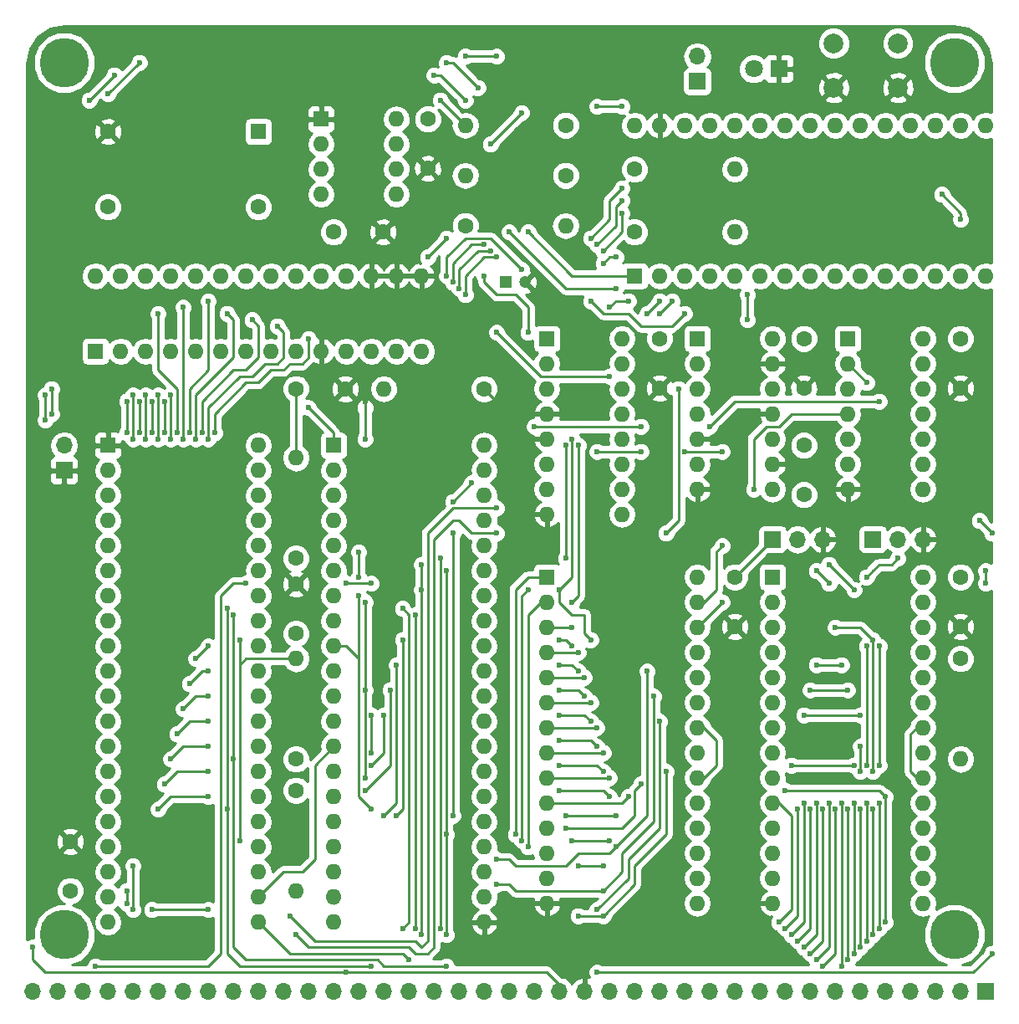
<source format=gbl>
G04 #@! TF.FileFunction,Copper,L2,Bot,Signal*
%FSLAX46Y46*%
G04 Gerber Fmt 4.6, Leading zero omitted, Abs format (unit mm)*
G04 Created by KiCad (PCBNEW 4.0.6) date 07/09/17 19:14:54*
%MOMM*%
%LPD*%
G01*
G04 APERTURE LIST*
%ADD10C,0.100000*%
%ADD11R,1.600000X1.600000*%
%ADD12O,1.600000X1.600000*%
%ADD13C,1.600000*%
%ADD14R,1.700000X1.700000*%
%ADD15O,1.700000X1.700000*%
%ADD16C,2.000000*%
%ADD17R,1.200000X1.200000*%
%ADD18C,1.200000*%
%ADD19C,5.000000*%
%ADD20R,1.800000X1.800000*%
%ADD21C,1.800000*%
%ADD22C,0.600000*%
%ADD23C,0.250000*%
%ADD24C,0.254000*%
G04 APERTURE END LIST*
D10*
D11*
X147955000Y-82550000D03*
D12*
X163195000Y-130810000D03*
X147955000Y-85090000D03*
X163195000Y-128270000D03*
X147955000Y-87630000D03*
X163195000Y-125730000D03*
X147955000Y-90170000D03*
X163195000Y-123190000D03*
X147955000Y-92710000D03*
X163195000Y-120650000D03*
X147955000Y-95250000D03*
X163195000Y-118110000D03*
X147955000Y-97790000D03*
X163195000Y-115570000D03*
X147955000Y-100330000D03*
X163195000Y-113030000D03*
X147955000Y-102870000D03*
X163195000Y-110490000D03*
X147955000Y-105410000D03*
X163195000Y-107950000D03*
X147955000Y-107950000D03*
X163195000Y-105410000D03*
X147955000Y-110490000D03*
X163195000Y-102870000D03*
X147955000Y-113030000D03*
X163195000Y-100330000D03*
X147955000Y-115570000D03*
X163195000Y-97790000D03*
X147955000Y-118110000D03*
X163195000Y-95250000D03*
X147955000Y-120650000D03*
X163195000Y-92710000D03*
X147955000Y-123190000D03*
X163195000Y-90170000D03*
X147955000Y-125730000D03*
X163195000Y-87630000D03*
X147955000Y-128270000D03*
X163195000Y-85090000D03*
X147955000Y-130810000D03*
X163195000Y-82550000D03*
D13*
X144145000Y-101600000D03*
X144145000Y-96600000D03*
X188595000Y-95885000D03*
X188595000Y-100885000D03*
X211455000Y-95885000D03*
X211455000Y-100885000D03*
X211455000Y-71755000D03*
X211455000Y-76755000D03*
X147955000Y-60960000D03*
X152955000Y-60960000D03*
X195580000Y-71755000D03*
X195580000Y-76755000D03*
X121285000Y-127635000D03*
X121285000Y-122635000D03*
X144145000Y-76835000D03*
X149145000Y-76835000D03*
X157480000Y-49530000D03*
X157480000Y-54530000D03*
D11*
X178435000Y-65405000D03*
D12*
X211455000Y-50165000D03*
X180975000Y-65405000D03*
X208915000Y-50165000D03*
X183515000Y-65405000D03*
X206375000Y-50165000D03*
X186055000Y-65405000D03*
X203835000Y-50165000D03*
X188595000Y-65405000D03*
X201295000Y-50165000D03*
X191135000Y-65405000D03*
X198755000Y-50165000D03*
X193675000Y-65405000D03*
X196215000Y-50165000D03*
X196215000Y-65405000D03*
X193675000Y-50165000D03*
X198755000Y-65405000D03*
X191135000Y-50165000D03*
X201295000Y-65405000D03*
X188595000Y-50165000D03*
X203835000Y-65405000D03*
X186055000Y-50165000D03*
X206375000Y-65405000D03*
X183515000Y-50165000D03*
X208915000Y-65405000D03*
X180975000Y-50165000D03*
X211455000Y-65405000D03*
X178435000Y-50165000D03*
X213995000Y-65405000D03*
X213995000Y-50165000D03*
D14*
X213995000Y-137795000D03*
D15*
X211455000Y-137795000D03*
X208915000Y-137795000D03*
X206375000Y-137795000D03*
X203835000Y-137795000D03*
X201295000Y-137795000D03*
X198755000Y-137795000D03*
X196215000Y-137795000D03*
X193675000Y-137795000D03*
X191135000Y-137795000D03*
X188595000Y-137795000D03*
X186055000Y-137795000D03*
X183515000Y-137795000D03*
X180975000Y-137795000D03*
X178435000Y-137795000D03*
X175895000Y-137795000D03*
X173355000Y-137795000D03*
X170815000Y-137795000D03*
X168275000Y-137795000D03*
X165735000Y-137795000D03*
X163195000Y-137795000D03*
X160655000Y-137795000D03*
X158115000Y-137795000D03*
X155575000Y-137795000D03*
X153035000Y-137795000D03*
X150495000Y-137795000D03*
X147955000Y-137795000D03*
X145415000Y-137795000D03*
X142875000Y-137795000D03*
X140335000Y-137795000D03*
X137795000Y-137795000D03*
X135255000Y-137795000D03*
X132715000Y-137795000D03*
X130175000Y-137795000D03*
X127635000Y-137795000D03*
X125095000Y-137795000D03*
X122555000Y-137795000D03*
X120015000Y-137795000D03*
X117475000Y-137795000D03*
D13*
X211455000Y-104140000D03*
D12*
X211455000Y-114300000D03*
D13*
X171450000Y-50165000D03*
D12*
X161290000Y-50165000D03*
D13*
X171450000Y-55245000D03*
D12*
X161290000Y-55245000D03*
D13*
X161290000Y-60325000D03*
D12*
X171450000Y-60325000D03*
D13*
X178435000Y-54610000D03*
D12*
X188595000Y-54610000D03*
D13*
X144145000Y-117475000D03*
D12*
X144145000Y-127635000D03*
D13*
X144145000Y-114300000D03*
D12*
X144145000Y-104140000D03*
D13*
X144145000Y-93980000D03*
D12*
X144145000Y-83820000D03*
D13*
X178435000Y-60960000D03*
D12*
X188595000Y-60960000D03*
D16*
X205105000Y-41855000D03*
X205105000Y-46355000D03*
X198605000Y-41855000D03*
X198605000Y-46355000D03*
D11*
X169545000Y-95885000D03*
D12*
X184785000Y-128905000D03*
X169545000Y-98425000D03*
X184785000Y-126365000D03*
X169545000Y-100965000D03*
X184785000Y-123825000D03*
X169545000Y-103505000D03*
X184785000Y-121285000D03*
X169545000Y-106045000D03*
X184785000Y-118745000D03*
X169545000Y-108585000D03*
X184785000Y-116205000D03*
X169545000Y-111125000D03*
X184785000Y-113665000D03*
X169545000Y-113665000D03*
X184785000Y-111125000D03*
X169545000Y-116205000D03*
X184785000Y-108585000D03*
X169545000Y-118745000D03*
X184785000Y-106045000D03*
X169545000Y-121285000D03*
X184785000Y-103505000D03*
X169545000Y-123825000D03*
X184785000Y-100965000D03*
X169545000Y-126365000D03*
X184785000Y-98425000D03*
X169545000Y-128905000D03*
X184785000Y-95885000D03*
D11*
X200025000Y-71755000D03*
D12*
X207645000Y-86995000D03*
X200025000Y-74295000D03*
X207645000Y-84455000D03*
X200025000Y-76835000D03*
X207645000Y-81915000D03*
X200025000Y-79375000D03*
X207645000Y-79375000D03*
X200025000Y-81915000D03*
X207645000Y-76835000D03*
X200025000Y-84455000D03*
X207645000Y-74295000D03*
X200025000Y-86995000D03*
X207645000Y-71755000D03*
D11*
X184785000Y-71755000D03*
D12*
X192405000Y-86995000D03*
X184785000Y-74295000D03*
X192405000Y-84455000D03*
X184785000Y-76835000D03*
X192405000Y-81915000D03*
X184785000Y-79375000D03*
X192405000Y-79375000D03*
X184785000Y-81915000D03*
X192405000Y-76835000D03*
X184785000Y-84455000D03*
X192405000Y-74295000D03*
X184785000Y-86995000D03*
X192405000Y-71755000D03*
D11*
X125095000Y-82550000D03*
D12*
X140335000Y-130810000D03*
X125095000Y-85090000D03*
X140335000Y-128270000D03*
X125095000Y-87630000D03*
X140335000Y-125730000D03*
X125095000Y-90170000D03*
X140335000Y-123190000D03*
X125095000Y-92710000D03*
X140335000Y-120650000D03*
X125095000Y-95250000D03*
X140335000Y-118110000D03*
X125095000Y-97790000D03*
X140335000Y-115570000D03*
X125095000Y-100330000D03*
X140335000Y-113030000D03*
X125095000Y-102870000D03*
X140335000Y-110490000D03*
X125095000Y-105410000D03*
X140335000Y-107950000D03*
X125095000Y-107950000D03*
X140335000Y-105410000D03*
X125095000Y-110490000D03*
X140335000Y-102870000D03*
X125095000Y-113030000D03*
X140335000Y-100330000D03*
X125095000Y-115570000D03*
X140335000Y-97790000D03*
X125095000Y-118110000D03*
X140335000Y-95250000D03*
X125095000Y-120650000D03*
X140335000Y-92710000D03*
X125095000Y-123190000D03*
X140335000Y-90170000D03*
X125095000Y-125730000D03*
X140335000Y-87630000D03*
X125095000Y-128270000D03*
X140335000Y-85090000D03*
X125095000Y-130810000D03*
X140335000Y-82550000D03*
D11*
X123825000Y-73025000D03*
D12*
X156845000Y-65405000D03*
X126365000Y-73025000D03*
X154305000Y-65405000D03*
X128905000Y-73025000D03*
X151765000Y-65405000D03*
X131445000Y-73025000D03*
X149225000Y-65405000D03*
X133985000Y-73025000D03*
X146685000Y-65405000D03*
X136525000Y-73025000D03*
X144145000Y-65405000D03*
X139065000Y-73025000D03*
X141605000Y-65405000D03*
X141605000Y-73025000D03*
X139065000Y-65405000D03*
X144145000Y-73025000D03*
X136525000Y-65405000D03*
X146685000Y-73025000D03*
X133985000Y-65405000D03*
X149225000Y-73025000D03*
X131445000Y-65405000D03*
X151765000Y-73025000D03*
X128905000Y-65405000D03*
X154305000Y-73025000D03*
X126365000Y-65405000D03*
X156845000Y-73025000D03*
X123825000Y-65405000D03*
D11*
X140335000Y-50800000D03*
D13*
X140335000Y-58420000D03*
X125095000Y-58420000D03*
X125095000Y-50800000D03*
D11*
X169545000Y-71755000D03*
D12*
X177165000Y-89535000D03*
X169545000Y-74295000D03*
X177165000Y-86995000D03*
X169545000Y-76835000D03*
X177165000Y-84455000D03*
X169545000Y-79375000D03*
X177165000Y-81915000D03*
X169545000Y-81915000D03*
X177165000Y-79375000D03*
X169545000Y-84455000D03*
X177165000Y-76835000D03*
X169545000Y-86995000D03*
X177165000Y-74295000D03*
X169545000Y-89535000D03*
X177165000Y-71755000D03*
D11*
X192405000Y-95885000D03*
D12*
X207645000Y-128905000D03*
X192405000Y-98425000D03*
X207645000Y-126365000D03*
X192405000Y-100965000D03*
X207645000Y-123825000D03*
X192405000Y-103505000D03*
X207645000Y-121285000D03*
X192405000Y-106045000D03*
X207645000Y-118745000D03*
X192405000Y-108585000D03*
X207645000Y-116205000D03*
X192405000Y-111125000D03*
X207645000Y-113665000D03*
X192405000Y-113665000D03*
X207645000Y-111125000D03*
X192405000Y-116205000D03*
X207645000Y-108585000D03*
X192405000Y-118745000D03*
X207645000Y-106045000D03*
X192405000Y-121285000D03*
X207645000Y-103505000D03*
X192405000Y-123825000D03*
X207645000Y-100965000D03*
X192405000Y-126365000D03*
X207645000Y-98425000D03*
X192405000Y-128905000D03*
X207645000Y-95885000D03*
D11*
X146685000Y-49530000D03*
D12*
X154305000Y-57150000D03*
X146685000Y-52070000D03*
X154305000Y-54610000D03*
X146685000Y-54610000D03*
X154305000Y-52070000D03*
X146685000Y-57150000D03*
X154305000Y-49530000D03*
D13*
X180975000Y-71755000D03*
X180975000Y-76755000D03*
D17*
X165354000Y-66040000D03*
D18*
X167354000Y-66040000D03*
D13*
X195580000Y-82550000D03*
X195580000Y-87550000D03*
D19*
X210820000Y-132080000D03*
X120650000Y-132080000D03*
X210820000Y-43815000D03*
X120650000Y-43815000D03*
D14*
X120650000Y-85090000D03*
D15*
X120650000Y-82550000D03*
D20*
X193040000Y-44450000D03*
D21*
X190500000Y-44450000D03*
D14*
X184785000Y-45720000D03*
D15*
X184785000Y-43180000D03*
D14*
X192405000Y-92075000D03*
D15*
X194945000Y-92075000D03*
X197485000Y-92075000D03*
D14*
X202565000Y-92075000D03*
D15*
X205105000Y-92075000D03*
X207645000Y-92075000D03*
D13*
X163195000Y-76835000D03*
D12*
X153035000Y-76835000D03*
D22*
X173990000Y-67945000D03*
X183515000Y-69215000D03*
X189865000Y-69850000D03*
X189865000Y-67310000D03*
X214630000Y-91440000D03*
X213360000Y-90170000D03*
X138430000Y-122555000D03*
X138430000Y-102235000D03*
X149225000Y-135890000D03*
X214630000Y-133985000D03*
X174625000Y-135890000D03*
X161290000Y-43180000D03*
X164465000Y-43180000D03*
X117475000Y-133350000D03*
X145415000Y-78740000D03*
X119380000Y-79375000D03*
X119380000Y-76835000D03*
X127635000Y-129540000D03*
X127635000Y-125095000D03*
X162560000Y-46355000D03*
X159385000Y-43815000D03*
X167640000Y-60960000D03*
X128270000Y-43815000D03*
X125095000Y-46990000D03*
X118745000Y-80010000D03*
X118745000Y-77470000D03*
X127000000Y-128905000D03*
X127000000Y-127635000D03*
X161290000Y-47625000D03*
X158115000Y-45085000D03*
X165735000Y-60960000D03*
X176530000Y-66675000D03*
X125730000Y-45085000D03*
X123190000Y-47625000D03*
X182245000Y-67945000D03*
X180975000Y-69215000D03*
X180975000Y-67945000D03*
X179705000Y-69215000D03*
X177800000Y-67945000D03*
X175895000Y-68580000D03*
X177165000Y-48260000D03*
X174625000Y-48260000D03*
X167005000Y-48895000D03*
X163830000Y-52070000D03*
X159385000Y-61595000D03*
X157480000Y-63500000D03*
X159385000Y-65405000D03*
X176530000Y-63500000D03*
X175260000Y-64135000D03*
X167005000Y-64770000D03*
X160655000Y-66675000D03*
X163830000Y-62865000D03*
X177165000Y-57785000D03*
X174625000Y-62230000D03*
X211455000Y-59690000D03*
X209550000Y-57150000D03*
X175260000Y-62865000D03*
X177165000Y-59055000D03*
X164465000Y-63500000D03*
X161290000Y-67310000D03*
X160020000Y-66040000D03*
X163195000Y-62230000D03*
X177165000Y-56515000D03*
X173990000Y-61595000D03*
X160020000Y-120015000D03*
X160020000Y-91440000D03*
X160020000Y-88265000D03*
X161925000Y-86360000D03*
X179070000Y-116840000D03*
X171450000Y-121285000D03*
X203835000Y-130810000D03*
X193675000Y-117475000D03*
X203835000Y-118110000D03*
X171450000Y-93980000D03*
X171450000Y-82550000D03*
X203200000Y-102870000D03*
X203200000Y-131445000D03*
X203200000Y-114935000D03*
X203200000Y-118745000D03*
X196850000Y-95250000D03*
X198120000Y-96520000D03*
X166370000Y-121920000D03*
X173990000Y-102235000D03*
X172085000Y-81915000D03*
X170815000Y-97155000D03*
X198755000Y-100965000D03*
X187325000Y-98425000D03*
X202565000Y-102235000D03*
X202565000Y-132080000D03*
X202565000Y-115570000D03*
X202565000Y-119380000D03*
X167640000Y-97155000D03*
X167005000Y-122555000D03*
X172720000Y-82550000D03*
X172085000Y-98425000D03*
X167640000Y-123190000D03*
X201930000Y-102870000D03*
X201930000Y-132715000D03*
X201930000Y-114935000D03*
X201930000Y-118745000D03*
X180975000Y-110490000D03*
X174625000Y-129540000D03*
X201295000Y-109855000D03*
X195580000Y-109855000D03*
X201295000Y-133350000D03*
X201295000Y-119380000D03*
X201295000Y-115570000D03*
X201295000Y-113030000D03*
X172720000Y-130175000D03*
X175260000Y-130175000D03*
X181610000Y-115570000D03*
X200660000Y-114935000D03*
X194310000Y-114935000D03*
X200660000Y-133985000D03*
X200660000Y-118745000D03*
X180340000Y-107950000D03*
X164465000Y-127000000D03*
X175260000Y-127635000D03*
X200025000Y-107315000D03*
X196215000Y-107315000D03*
X200025000Y-134620000D03*
X200025000Y-119380000D03*
X179705000Y-105410000D03*
X176530000Y-123190000D03*
X164465000Y-124460000D03*
X199390000Y-104775000D03*
X196850000Y-104775000D03*
X199390000Y-118745000D03*
X199390000Y-135255000D03*
X172085000Y-100965000D03*
X154305000Y-120015000D03*
X154940000Y-102235000D03*
X198755000Y-119380000D03*
X197485000Y-135255000D03*
X153035000Y-120015000D03*
X154305000Y-104775000D03*
X172720000Y-103505000D03*
X198120000Y-118745000D03*
X196850000Y-134620000D03*
X151130000Y-117475000D03*
X153670000Y-107315000D03*
X173355000Y-106045000D03*
X196215000Y-133985000D03*
X197485000Y-119380000D03*
X151765000Y-114935000D03*
X153035000Y-109855000D03*
X173990000Y-108585000D03*
X195580000Y-133350000D03*
X196850000Y-118745000D03*
X174625000Y-111125000D03*
X194945000Y-132715000D03*
X196215000Y-119380000D03*
X151765000Y-109855000D03*
X151765000Y-113665000D03*
X175260000Y-113665000D03*
X195580000Y-118745000D03*
X194310000Y-132080000D03*
X151130000Y-98425000D03*
X151130000Y-107315000D03*
X151130000Y-116205000D03*
X175895000Y-116205000D03*
X193675000Y-131445000D03*
X194945000Y-119380000D03*
X150495000Y-97790000D03*
X150495000Y-93345000D03*
X150495000Y-95885000D03*
X151765000Y-119380000D03*
X177800000Y-118110000D03*
X193040000Y-130810000D03*
X203200000Y-78105000D03*
X186055000Y-80645000D03*
X179070000Y-83185000D03*
X174625000Y-83185000D03*
X159385000Y-95250000D03*
X159385000Y-121920000D03*
X159385000Y-132080000D03*
X167640000Y-71120000D03*
X163195000Y-65405000D03*
X179070000Y-80645000D03*
X168275000Y-80645000D03*
X151765000Y-96520000D03*
X149225000Y-96520000D03*
X158750000Y-131445000D03*
X158750000Y-93980000D03*
X156845000Y-94615000D03*
X151130000Y-81915000D03*
X151130000Y-78105000D03*
X156845000Y-132080000D03*
X156845000Y-97155000D03*
X137795000Y-114300000D03*
X159385000Y-135255000D03*
X137795000Y-99695000D03*
X156210000Y-99695000D03*
X156210000Y-131445000D03*
X155575000Y-134620000D03*
X137160000Y-119380000D03*
X151765000Y-135255000D03*
X137160000Y-99060000D03*
X154940000Y-99060000D03*
X154940000Y-131445000D03*
X171450000Y-120015000D03*
X176530000Y-120015000D03*
X170815000Y-102235000D03*
X172085000Y-102870000D03*
X172085000Y-122555000D03*
X175895000Y-122555000D03*
X133985000Y-104140000D03*
X135255000Y-102870000D03*
X172720000Y-125095000D03*
X175260000Y-125095000D03*
X172720000Y-105410000D03*
X170815000Y-104775000D03*
X133350000Y-106680000D03*
X135255000Y-105410000D03*
X170815000Y-107315000D03*
X173355000Y-107950000D03*
X132715000Y-109220000D03*
X135255000Y-107950000D03*
X173990000Y-110490000D03*
X170815000Y-109855000D03*
X132080000Y-111760000D03*
X135255000Y-110490000D03*
X174625000Y-113030000D03*
X170815000Y-112395000D03*
X135255000Y-113030000D03*
X131445000Y-114300000D03*
X175260000Y-115570000D03*
X170815000Y-114935000D03*
X130810000Y-116840000D03*
X135255000Y-115570000D03*
X170815000Y-117475000D03*
X175895000Y-118110000D03*
X130175000Y-119380000D03*
X135255000Y-118110000D03*
X139065000Y-96520000D03*
X123825000Y-135255000D03*
X200660000Y-97155000D03*
X198120000Y-94615000D03*
X201930000Y-95885000D03*
X205105000Y-93980000D03*
X143510000Y-130175000D03*
X164465000Y-88900000D03*
X213995000Y-96520000D03*
X213995000Y-95250000D03*
X201930000Y-76200000D03*
X127000000Y-81280000D03*
X127000000Y-78105000D03*
X127635000Y-81915000D03*
X127635000Y-77470000D03*
X128270000Y-78105000D03*
X128270000Y-81280000D03*
X128905000Y-77470000D03*
X128905000Y-81915000D03*
X129540000Y-81280000D03*
X129540000Y-78105000D03*
X130175000Y-81915000D03*
X130175000Y-77470000D03*
X130810000Y-78105000D03*
X130810000Y-81280000D03*
X131445000Y-77470000D03*
X131445000Y-81915000D03*
X130175000Y-69215000D03*
X132080000Y-81280000D03*
X132715000Y-68580000D03*
X132715000Y-81915000D03*
X133350000Y-81280000D03*
X135255000Y-67945000D03*
X133985000Y-81915000D03*
X137160000Y-69215000D03*
X134620000Y-81280000D03*
X139700000Y-69850000D03*
X135255000Y-81915000D03*
X142240000Y-70485000D03*
X145415000Y-71755000D03*
X135890000Y-81280000D03*
X187325000Y-92710000D03*
X190500000Y-86995000D03*
X187325000Y-83185000D03*
X183515000Y-83185000D03*
X164465000Y-71120000D03*
X175895000Y-75565000D03*
X164465000Y-91440000D03*
X181610000Y-91440000D03*
X144145000Y-132080000D03*
X135255000Y-129540000D03*
X129540000Y-129540000D03*
X182880000Y-76835000D03*
X158750000Y-47625000D03*
X165735000Y-92075000D03*
D23*
X175260000Y-69215000D02*
X173990000Y-67945000D01*
X177800000Y-69215000D02*
X175260000Y-69215000D01*
X179070000Y-70485000D02*
X177800000Y-69215000D01*
X182245000Y-70485000D02*
X179070000Y-70485000D01*
X183515000Y-69215000D02*
X182245000Y-70485000D01*
X189865000Y-69850000D02*
X189865000Y-67310000D01*
X144145000Y-76835000D02*
X144145000Y-80645000D01*
X144145000Y-81280000D02*
X144145000Y-80645000D01*
X144145000Y-81280000D02*
X144145000Y-83820000D01*
X192405000Y-92075000D02*
X188595000Y-95885000D01*
X213360000Y-90170000D02*
X214630000Y-91440000D01*
X138430000Y-118745000D02*
X138430000Y-122555000D01*
X138430000Y-104775000D02*
X138430000Y-118745000D01*
X144145000Y-104140000D02*
X139065000Y-104140000D01*
X139065000Y-104140000D02*
X138430000Y-104775000D01*
X138430000Y-104775000D02*
X138430000Y-102235000D01*
X212725000Y-135890000D02*
X214630000Y-133985000D01*
X189230000Y-135890000D02*
X212725000Y-135890000D01*
X174625000Y-135890000D02*
X189230000Y-135890000D01*
X161290000Y-43180000D02*
X164465000Y-43180000D01*
X170815000Y-137160000D02*
X169545000Y-135890000D01*
X169545000Y-135890000D02*
X149225000Y-135890000D01*
X149225000Y-135890000D02*
X118745000Y-135890000D01*
X118745000Y-135890000D02*
X117475000Y-134620000D01*
X117475000Y-134620000D02*
X117475000Y-133350000D01*
X147955000Y-82550000D02*
X147955000Y-81280000D01*
X147955000Y-81280000D02*
X145415000Y-78740000D01*
X119380000Y-79375000D02*
X119380000Y-76835000D01*
X127635000Y-129540000D02*
X127635000Y-125095000D01*
X162560000Y-46355000D02*
X160020000Y-43815000D01*
X160020000Y-43815000D02*
X159385000Y-43815000D01*
X172085000Y-65405000D02*
X178435000Y-65405000D01*
X172085000Y-65405000D02*
X167640000Y-60960000D01*
X125095000Y-46990000D02*
X128270000Y-43815000D01*
X118745000Y-80010000D02*
X118745000Y-77470000D01*
X127000000Y-128905000D02*
X127000000Y-127635000D01*
X161290000Y-47625000D02*
X158750000Y-45085000D01*
X158750000Y-45085000D02*
X158115000Y-45085000D01*
X171450000Y-66675000D02*
X165735000Y-60960000D01*
X172720000Y-66675000D02*
X171450000Y-66675000D01*
X176530000Y-66675000D02*
X172720000Y-66675000D01*
X123190000Y-47625000D02*
X125730000Y-45085000D01*
X180975000Y-69215000D02*
X182245000Y-67945000D01*
X179705000Y-69215000D02*
X180975000Y-67945000D01*
X176530000Y-67945000D02*
X177800000Y-67945000D01*
X175895000Y-68580000D02*
X176530000Y-67945000D01*
X177165000Y-48260000D02*
X174625000Y-48260000D01*
X167005000Y-48895000D02*
X163830000Y-52070000D01*
X159385000Y-61595000D02*
X157480000Y-63500000D01*
X162560000Y-61595000D02*
X163830000Y-61595000D01*
X159385000Y-65405000D02*
X159385000Y-63500000D01*
X159385000Y-63500000D02*
X161290000Y-61595000D01*
X161290000Y-61595000D02*
X162560000Y-61595000D01*
X175895000Y-63500000D02*
X176530000Y-63500000D01*
X175260000Y-64135000D02*
X175895000Y-63500000D01*
X163830000Y-61595000D02*
X167005000Y-64770000D01*
X160655000Y-66675000D02*
X160655000Y-64770000D01*
X160655000Y-64770000D02*
X162560000Y-62865000D01*
X162560000Y-62865000D02*
X163830000Y-62865000D01*
X176530000Y-58420000D02*
X177165000Y-57785000D01*
X176530000Y-60325000D02*
X176530000Y-58420000D01*
X174625000Y-62230000D02*
X176530000Y-60325000D01*
X211455000Y-59055000D02*
X211455000Y-59690000D01*
X209550000Y-57150000D02*
X211455000Y-59055000D01*
X175260000Y-62865000D02*
X177165000Y-60960000D01*
X177165000Y-60960000D02*
X177165000Y-59055000D01*
X163195000Y-63500000D02*
X164465000Y-63500000D01*
X161290000Y-65405000D02*
X163195000Y-63500000D01*
X161290000Y-67310000D02*
X161290000Y-65405000D01*
X160020000Y-66040000D02*
X160020000Y-64135000D01*
X160020000Y-64135000D02*
X161925000Y-62230000D01*
X161925000Y-62230000D02*
X163195000Y-62230000D01*
X175895000Y-57785000D02*
X177165000Y-56515000D01*
X175895000Y-59690000D02*
X175895000Y-57785000D01*
X173990000Y-61595000D02*
X175895000Y-59690000D01*
X160020000Y-120015000D02*
X160020000Y-92075000D01*
X160020000Y-91440000D02*
X160020000Y-92075000D01*
X161925000Y-86360000D02*
X160020000Y-88265000D01*
X178435000Y-117475000D02*
X178435000Y-120015000D01*
X179070000Y-116840000D02*
X178435000Y-117475000D01*
X171450000Y-121285000D02*
X177165000Y-121285000D01*
X177165000Y-121285000D02*
X178435000Y-120015000D01*
X184785000Y-111125000D02*
X185420000Y-111125000D01*
X185420000Y-111125000D02*
X186690000Y-112395000D01*
X186690000Y-112395000D02*
X186690000Y-114935000D01*
X186690000Y-114935000D02*
X185420000Y-116205000D01*
X185420000Y-116205000D02*
X184785000Y-116205000D01*
X203835000Y-118110000D02*
X203835000Y-119380000D01*
X203835000Y-119380000D02*
X203835000Y-130810000D01*
X193675000Y-117475000D02*
X203200000Y-117475000D01*
X203200000Y-117475000D02*
X203835000Y-118110000D01*
X171450000Y-82550000D02*
X171450000Y-93980000D01*
X203200000Y-118745000D02*
X203200000Y-131445000D01*
X203200000Y-102870000D02*
X203200000Y-114935000D01*
X198120000Y-96520000D02*
X196850000Y-95250000D01*
X166370000Y-121920000D02*
X166370000Y-97155000D01*
X166370000Y-97155000D02*
X167640000Y-95885000D01*
X167640000Y-95885000D02*
X169545000Y-95885000D01*
X173355000Y-99695000D02*
X172085000Y-99695000D01*
X173990000Y-102235000D02*
X173355000Y-101600000D01*
X173355000Y-101600000D02*
X173355000Y-99695000D01*
X170815000Y-98425000D02*
X170815000Y-97155000D01*
X172085000Y-99695000D02*
X170815000Y-98425000D01*
X172085000Y-95885000D02*
X170815000Y-97155000D01*
X172085000Y-81915000D02*
X172085000Y-95885000D01*
X184785000Y-100965000D02*
X187325000Y-98425000D01*
X201295000Y-100965000D02*
X202565000Y-102235000D01*
X198755000Y-100965000D02*
X201295000Y-100965000D01*
X202565000Y-119380000D02*
X202565000Y-132080000D01*
X202565000Y-102235000D02*
X202565000Y-115570000D01*
X167640000Y-97155000D02*
X167005000Y-97790000D01*
X167005000Y-97790000D02*
X167005000Y-98425000D01*
X167005000Y-122555000D02*
X167005000Y-98425000D01*
X172720000Y-97155000D02*
X172720000Y-97790000D01*
X172720000Y-82550000D02*
X172720000Y-97155000D01*
X172720000Y-97790000D02*
X172085000Y-98425000D01*
X167640000Y-99695000D02*
X168910000Y-98425000D01*
X167640000Y-123190000D02*
X167640000Y-99695000D01*
X168910000Y-98425000D02*
X169545000Y-98425000D01*
X201930000Y-102870000D02*
X201930000Y-110490000D01*
X201930000Y-110490000D02*
X201930000Y-114935000D01*
X201930000Y-118745000D02*
X201930000Y-132715000D01*
X174625000Y-129540000D02*
X177800000Y-126365000D01*
X180975000Y-110490000D02*
X180975000Y-121285000D01*
X180975000Y-121285000D02*
X177800000Y-124460000D01*
X177800000Y-124460000D02*
X177800000Y-126365000D01*
X195580000Y-109855000D02*
X201295000Y-109855000D01*
X201295000Y-119380000D02*
X201295000Y-133350000D01*
X201295000Y-113030000D02*
X201295000Y-115570000D01*
X172720000Y-130175000D02*
X175260000Y-130175000D01*
X175260000Y-130175000D02*
X178435000Y-127000000D01*
X181610000Y-115570000D02*
X181610000Y-121920000D01*
X181610000Y-121920000D02*
X178435000Y-125095000D01*
X178435000Y-125095000D02*
X178435000Y-127000000D01*
X147955000Y-128905000D02*
X147955000Y-128270000D01*
X194310000Y-114935000D02*
X200660000Y-114935000D01*
X200660000Y-118745000D02*
X200660000Y-133985000D01*
X177165000Y-125730000D02*
X175260000Y-127635000D01*
X180340000Y-107950000D02*
X180340000Y-120650000D01*
X180340000Y-120650000D02*
X177165000Y-123825000D01*
X177165000Y-123825000D02*
X177165000Y-125730000D01*
X164465000Y-127000000D02*
X165735000Y-127000000D01*
X165735000Y-127000000D02*
X166370000Y-127635000D01*
X166370000Y-127635000D02*
X172720000Y-127635000D01*
X172720000Y-127635000D02*
X175260000Y-127635000D01*
X196215000Y-107315000D02*
X200025000Y-107315000D01*
X200025000Y-119380000D02*
X200025000Y-134620000D01*
X165735000Y-124460000D02*
X164465000Y-124460000D01*
X179705000Y-105410000D02*
X179705000Y-120015000D01*
X179705000Y-120015000D02*
X176530000Y-123190000D01*
X165735000Y-124460000D02*
X166370000Y-125095000D01*
X166370000Y-125095000D02*
X171450000Y-125095000D01*
X171450000Y-125095000D02*
X172720000Y-123825000D01*
X172720000Y-123825000D02*
X175895000Y-123825000D01*
X175895000Y-123825000D02*
X176530000Y-123190000D01*
X196850000Y-104775000D02*
X199390000Y-104775000D01*
X199390000Y-134620000D02*
X199390000Y-135255000D01*
X199390000Y-118745000D02*
X199390000Y-134620000D01*
X169545000Y-100965000D02*
X172085000Y-100965000D01*
X154940000Y-119380000D02*
X154305000Y-120015000D01*
X154940000Y-118745000D02*
X154940000Y-119380000D01*
X154940000Y-102235000D02*
X154940000Y-118745000D01*
X198755000Y-133985000D02*
X198755000Y-119380000D01*
X197485000Y-135255000D02*
X198755000Y-133985000D01*
X154305000Y-118745000D02*
X153035000Y-120015000D01*
X154305000Y-104775000D02*
X154305000Y-118745000D01*
X169545000Y-103505000D02*
X172720000Y-103505000D01*
X198120000Y-133350000D02*
X198120000Y-118745000D01*
X196850000Y-134620000D02*
X198120000Y-133350000D01*
X151130000Y-117475000D02*
X153670000Y-114935000D01*
X153670000Y-114935000D02*
X153670000Y-107315000D01*
X169545000Y-106045000D02*
X173355000Y-106045000D01*
X197485000Y-132715000D02*
X196215000Y-133985000D01*
X197485000Y-119380000D02*
X197485000Y-132715000D01*
X147955000Y-113030000D02*
X146050000Y-114935000D01*
X142875000Y-125730000D02*
X140335000Y-128270000D01*
X144780000Y-125730000D02*
X142875000Y-125730000D01*
X146050000Y-124460000D02*
X144780000Y-125730000D01*
X146050000Y-114935000D02*
X146050000Y-124460000D01*
X151765000Y-114935000D02*
X153035000Y-113665000D01*
X153035000Y-113665000D02*
X153035000Y-109855000D01*
X169545000Y-108585000D02*
X173990000Y-108585000D01*
X196850000Y-132080000D02*
X195580000Y-133350000D01*
X196850000Y-118745000D02*
X196850000Y-132080000D01*
X169545000Y-111125000D02*
X174625000Y-111125000D01*
X196215000Y-131445000D02*
X194945000Y-132715000D01*
X196215000Y-119380000D02*
X196215000Y-131445000D01*
X151765000Y-109855000D02*
X151765000Y-113665000D01*
X169545000Y-113665000D02*
X175260000Y-113665000D01*
X195580000Y-130810000D02*
X195580000Y-118745000D01*
X194310000Y-132080000D02*
X195580000Y-130810000D01*
X151130000Y-98425000D02*
X151130000Y-107315000D01*
X151130000Y-107315000D02*
X151130000Y-116205000D01*
X169545000Y-116205000D02*
X175895000Y-116205000D01*
X194945000Y-130175000D02*
X193675000Y-131445000D01*
X194945000Y-129540000D02*
X194945000Y-130175000D01*
X194945000Y-119380000D02*
X194945000Y-129540000D01*
X150495000Y-97790000D02*
X150495000Y-104140000D01*
X150495000Y-95885000D02*
X150495000Y-93345000D01*
X151765000Y-119380000D02*
X150495000Y-118110000D01*
X150495000Y-118110000D02*
X150495000Y-104140000D01*
X150495000Y-104140000D02*
X149225000Y-102870000D01*
X147955000Y-102870000D02*
X149225000Y-102870000D01*
X169545000Y-118745000D02*
X177165000Y-118745000D01*
X177165000Y-118745000D02*
X177800000Y-118110000D01*
X194310000Y-120015000D02*
X193040000Y-118745000D01*
X194310000Y-129540000D02*
X194310000Y-120015000D01*
X193040000Y-130810000D02*
X194310000Y-129540000D01*
X193040000Y-118745000D02*
X192405000Y-118745000D01*
X188595000Y-78105000D02*
X203200000Y-78105000D01*
X186055000Y-80645000D02*
X188595000Y-78105000D01*
X174625000Y-83185000D02*
X179070000Y-83185000D01*
X159385000Y-95250000D02*
X159385000Y-96520000D01*
X159385000Y-121920000D02*
X159385000Y-96520000D01*
X159385000Y-132080000D02*
X159385000Y-121920000D01*
X167640000Y-68580000D02*
X166370000Y-67310000D01*
X167640000Y-71120000D02*
X167640000Y-70485000D01*
X167640000Y-70485000D02*
X167640000Y-68580000D01*
X163195000Y-66040000D02*
X163195000Y-65405000D01*
X164465000Y-67310000D02*
X163195000Y-66040000D01*
X166370000Y-67310000D02*
X164465000Y-67310000D01*
X168275000Y-80645000D02*
X179070000Y-80645000D01*
X149225000Y-96520000D02*
X151765000Y-96520000D01*
X158750000Y-94615000D02*
X158750000Y-93980000D01*
X158750000Y-131445000D02*
X158750000Y-96520000D01*
X158750000Y-96520000D02*
X158750000Y-94615000D01*
X151130000Y-78740000D02*
X151130000Y-78105000D01*
X156845000Y-97155000D02*
X156845000Y-94615000D01*
X151130000Y-78740000D02*
X151130000Y-81915000D01*
X156845000Y-132080000D02*
X156845000Y-97155000D01*
X137795000Y-113665000D02*
X137795000Y-114300000D01*
X137795000Y-114300000D02*
X137795000Y-124460000D01*
X159385000Y-135255000D02*
X153035000Y-135255000D01*
X153035000Y-135255000D02*
X152400000Y-134620000D01*
X152400000Y-134620000D02*
X139065000Y-134620000D01*
X139065000Y-134620000D02*
X137795000Y-133350000D01*
X137795000Y-133350000D02*
X137795000Y-124460000D01*
X137795000Y-113665000D02*
X137795000Y-99695000D01*
X156210000Y-131445000D02*
X156210000Y-99695000D01*
X153035000Y-133985000D02*
X154940000Y-133985000D01*
X140335000Y-130810000D02*
X143510000Y-133985000D01*
X143510000Y-133985000D02*
X153035000Y-133985000D01*
X154940000Y-133985000D02*
X155575000Y-134620000D01*
X137160000Y-120015000D02*
X137160000Y-119380000D01*
X151765000Y-135255000D02*
X138430000Y-135255000D01*
X138430000Y-135255000D02*
X137160000Y-133985000D01*
X137160000Y-133985000D02*
X137160000Y-120015000D01*
X137160000Y-119380000D02*
X137160000Y-118745000D01*
X137160000Y-118745000D02*
X137160000Y-99060000D01*
X154940000Y-99060000D02*
X155575000Y-99695000D01*
X155575000Y-99695000D02*
X155575000Y-130810000D01*
X155575000Y-130810000D02*
X154940000Y-131445000D01*
X176530000Y-120015000D02*
X171450000Y-120015000D01*
X171450000Y-102235000D02*
X170815000Y-102235000D01*
X172085000Y-102870000D02*
X171450000Y-102235000D01*
X175895000Y-122555000D02*
X172085000Y-122555000D01*
X133985000Y-104140000D02*
X135255000Y-102870000D01*
X175260000Y-125095000D02*
X172720000Y-125095000D01*
X172085000Y-104775000D02*
X172720000Y-105410000D01*
X170815000Y-104775000D02*
X172085000Y-104775000D01*
X133350000Y-106680000D02*
X134620000Y-105410000D01*
X134620000Y-105410000D02*
X135255000Y-105410000D01*
X173355000Y-107950000D02*
X172720000Y-107315000D01*
X170815000Y-107315000D02*
X172720000Y-107315000D01*
X132715000Y-109220000D02*
X133985000Y-107950000D01*
X133985000Y-107950000D02*
X135255000Y-107950000D01*
X173355000Y-109855000D02*
X173990000Y-110490000D01*
X172720000Y-109855000D02*
X173355000Y-109855000D01*
X170815000Y-109855000D02*
X172720000Y-109855000D01*
X132080000Y-111760000D02*
X133350000Y-110490000D01*
X133350000Y-110490000D02*
X135255000Y-110490000D01*
X173990000Y-112395000D02*
X174625000Y-113030000D01*
X170815000Y-112395000D02*
X173990000Y-112395000D01*
X132715000Y-113030000D02*
X135255000Y-113030000D01*
X131445000Y-114300000D02*
X132715000Y-113030000D01*
X174625000Y-114935000D02*
X175260000Y-115570000D01*
X170815000Y-114935000D02*
X174625000Y-114935000D01*
X130810000Y-116840000D02*
X132080000Y-115570000D01*
X132080000Y-115570000D02*
X135255000Y-115570000D01*
X170815000Y-117475000D02*
X175260000Y-117475000D01*
X175260000Y-117475000D02*
X175895000Y-118110000D01*
X131445000Y-118110000D02*
X135255000Y-118110000D01*
X130175000Y-119380000D02*
X131445000Y-118110000D01*
X137795000Y-96520000D02*
X139065000Y-96520000D01*
X136525000Y-97790000D02*
X137795000Y-96520000D01*
X136525000Y-133985000D02*
X136525000Y-97790000D01*
X135255000Y-135255000D02*
X136525000Y-133985000D01*
X123825000Y-135255000D02*
X135255000Y-135255000D01*
X200660000Y-97155000D02*
X198120000Y-94615000D01*
X201930000Y-95885000D02*
X202565000Y-95250000D01*
X204470000Y-94615000D02*
X205105000Y-93980000D01*
X203200000Y-94615000D02*
X204470000Y-94615000D01*
X202565000Y-95250000D02*
X203200000Y-94615000D01*
X157480000Y-92710000D02*
X157480000Y-91440000D01*
X157480000Y-95885000D02*
X157480000Y-131445000D01*
X146050000Y-132715000D02*
X156210000Y-132715000D01*
X143510000Y-130175000D02*
X146050000Y-132715000D01*
X156210000Y-132715000D02*
X156845000Y-133350000D01*
X157480000Y-132715000D02*
X157480000Y-131445000D01*
X156845000Y-133350000D02*
X157480000Y-132715000D01*
X157480000Y-92710000D02*
X157480000Y-95885000D01*
X160020000Y-88900000D02*
X164465000Y-88900000D01*
X157480000Y-91440000D02*
X160020000Y-88900000D01*
X213995000Y-96520000D02*
X213995000Y-95250000D01*
X207645000Y-111125000D02*
X207010000Y-111125000D01*
X207010000Y-111125000D02*
X206375000Y-111760000D01*
X206375000Y-111760000D02*
X206375000Y-115570000D01*
X206375000Y-115570000D02*
X207010000Y-116205000D01*
X207010000Y-116205000D02*
X207645000Y-116205000D01*
X201930000Y-76200000D02*
X200025000Y-74295000D01*
X127000000Y-78105000D02*
X127000000Y-81280000D01*
X127635000Y-77470000D02*
X127635000Y-81915000D01*
X128270000Y-78105000D02*
X128270000Y-81280000D01*
X128905000Y-77470000D02*
X128905000Y-81915000D01*
X129540000Y-78105000D02*
X129540000Y-81280000D01*
X130175000Y-77470000D02*
X130175000Y-81915000D01*
X130810000Y-78105000D02*
X130810000Y-81280000D01*
X131445000Y-77470000D02*
X131445000Y-81915000D01*
X130175000Y-71755000D02*
X130175000Y-69215000D01*
X130175000Y-74930000D02*
X130175000Y-71755000D01*
X132080000Y-76835000D02*
X130175000Y-74930000D01*
X132080000Y-81280000D02*
X132080000Y-76835000D01*
X132715000Y-70485000D02*
X132715000Y-68580000D01*
X132715000Y-81915000D02*
X132715000Y-71755000D01*
X132715000Y-71755000D02*
X132715000Y-70485000D01*
X135255000Y-69215000D02*
X135255000Y-67945000D01*
X135255000Y-74930000D02*
X135255000Y-71755000D01*
X133350000Y-76835000D02*
X135255000Y-74930000D01*
X133350000Y-81280000D02*
X133350000Y-76835000D01*
X135255000Y-71755000D02*
X135255000Y-69215000D01*
X137795000Y-71755000D02*
X137795000Y-70485000D01*
X133985000Y-81915000D02*
X133985000Y-77470000D01*
X133985000Y-77470000D02*
X137795000Y-73660000D01*
X137795000Y-73660000D02*
X137795000Y-71755000D01*
X137795000Y-69850000D02*
X137160000Y-69215000D01*
X137795000Y-70485000D02*
X137795000Y-69850000D01*
X140335000Y-71755000D02*
X140335000Y-70485000D01*
X134620000Y-81280000D02*
X134620000Y-78105000D01*
X134620000Y-78105000D02*
X137795000Y-74930000D01*
X137795000Y-74930000D02*
X139065000Y-74930000D01*
X139065000Y-74930000D02*
X140335000Y-73660000D01*
X140335000Y-73660000D02*
X140335000Y-71755000D01*
X140335000Y-70485000D02*
X139700000Y-69850000D01*
X142875000Y-71755000D02*
X142875000Y-71120000D01*
X135255000Y-81915000D02*
X135255000Y-78740000D01*
X135255000Y-78740000D02*
X138430000Y-75565000D01*
X138430000Y-75565000D02*
X139700000Y-75565000D01*
X139700000Y-75565000D02*
X140970000Y-74295000D01*
X140970000Y-74295000D02*
X142240000Y-74295000D01*
X142240000Y-74295000D02*
X142875000Y-73660000D01*
X142875000Y-73660000D02*
X142875000Y-71755000D01*
X142875000Y-71120000D02*
X142240000Y-70485000D01*
X135890000Y-81280000D02*
X135890000Y-79375000D01*
X135890000Y-79375000D02*
X139065000Y-76200000D01*
X139065000Y-76200000D02*
X140335000Y-76200000D01*
X140335000Y-76200000D02*
X141605000Y-74930000D01*
X141605000Y-74930000D02*
X142875000Y-74930000D01*
X142875000Y-74930000D02*
X143510000Y-74295000D01*
X143510000Y-74295000D02*
X144780000Y-74295000D01*
X144780000Y-74295000D02*
X145415000Y-73660000D01*
X145415000Y-73660000D02*
X145415000Y-71755000D01*
X184785000Y-98425000D02*
X185420000Y-98425000D01*
X185420000Y-98425000D02*
X186690000Y-97155000D01*
X186690000Y-97155000D02*
X186690000Y-93345000D01*
X186690000Y-93345000D02*
X187325000Y-92710000D01*
X194310000Y-79375000D02*
X200025000Y-79375000D01*
X193040000Y-80645000D02*
X194310000Y-79375000D01*
X191770000Y-80645000D02*
X193040000Y-80645000D01*
X190500000Y-81915000D02*
X191770000Y-80645000D01*
X190500000Y-86995000D02*
X190500000Y-81915000D01*
X187325000Y-83185000D02*
X183515000Y-83185000D01*
X168910000Y-75565000D02*
X164465000Y-71120000D01*
X175895000Y-75565000D02*
X168910000Y-75565000D01*
X182880000Y-78740000D02*
X182880000Y-76835000D01*
X181610000Y-91440000D02*
X182880000Y-90170000D01*
X182880000Y-90170000D02*
X182880000Y-78740000D01*
X158115000Y-92710000D02*
X158115000Y-92075000D01*
X158115000Y-131445000D02*
X158115000Y-96069998D01*
X155575000Y-133350000D02*
X156210000Y-133985000D01*
X156210000Y-133985000D02*
X156845000Y-133985000D01*
X156845000Y-133985000D02*
X157480000Y-133985000D01*
X145415000Y-133350000D02*
X155575000Y-133350000D01*
X144145000Y-132080000D02*
X145415000Y-133350000D01*
X129540000Y-129540000D02*
X135255000Y-129540000D01*
X158115000Y-133350000D02*
X158115000Y-131445000D01*
X157480000Y-133985000D02*
X158115000Y-133350000D01*
X158115000Y-92710000D02*
X158115000Y-96069998D01*
X160655000Y-90170000D02*
X161925000Y-91440000D01*
X160020000Y-90170000D02*
X160655000Y-90170000D01*
X158115000Y-92075000D02*
X160020000Y-90170000D01*
X161925000Y-91440000D02*
X164465000Y-91440000D01*
X158750000Y-47625000D02*
X161290000Y-50165000D01*
X165735000Y-79375000D02*
X163195000Y-76835000D01*
X165735000Y-92075000D02*
X165735000Y-79375000D01*
D24*
G36*
X212244001Y-40377161D02*
X213451209Y-41183791D01*
X214257839Y-42391001D01*
X214555000Y-43884931D01*
X214555000Y-48818369D01*
X214544151Y-48811120D01*
X213995000Y-48701887D01*
X213445849Y-48811120D01*
X212980302Y-49122189D01*
X212725000Y-49504275D01*
X212469698Y-49122189D01*
X212004151Y-48811120D01*
X211455000Y-48701887D01*
X210905849Y-48811120D01*
X210440302Y-49122189D01*
X210185000Y-49504275D01*
X209929698Y-49122189D01*
X209464151Y-48811120D01*
X208915000Y-48701887D01*
X208365849Y-48811120D01*
X207900302Y-49122189D01*
X207645000Y-49504275D01*
X207389698Y-49122189D01*
X206924151Y-48811120D01*
X206375000Y-48701887D01*
X205825849Y-48811120D01*
X205360302Y-49122189D01*
X205105000Y-49504275D01*
X204849698Y-49122189D01*
X204384151Y-48811120D01*
X203835000Y-48701887D01*
X203285849Y-48811120D01*
X202820302Y-49122189D01*
X202565000Y-49504275D01*
X202309698Y-49122189D01*
X201844151Y-48811120D01*
X201295000Y-48701887D01*
X200745849Y-48811120D01*
X200280302Y-49122189D01*
X200025000Y-49504275D01*
X199769698Y-49122189D01*
X199304151Y-48811120D01*
X198755000Y-48701887D01*
X198205849Y-48811120D01*
X197740302Y-49122189D01*
X197485000Y-49504275D01*
X197229698Y-49122189D01*
X196764151Y-48811120D01*
X196215000Y-48701887D01*
X195665849Y-48811120D01*
X195200302Y-49122189D01*
X194945000Y-49504275D01*
X194689698Y-49122189D01*
X194224151Y-48811120D01*
X193675000Y-48701887D01*
X193125849Y-48811120D01*
X192660302Y-49122189D01*
X192405000Y-49504275D01*
X192149698Y-49122189D01*
X191684151Y-48811120D01*
X191135000Y-48701887D01*
X190585849Y-48811120D01*
X190120302Y-49122189D01*
X189865000Y-49504275D01*
X189609698Y-49122189D01*
X189144151Y-48811120D01*
X188595000Y-48701887D01*
X188045849Y-48811120D01*
X187580302Y-49122189D01*
X187325000Y-49504275D01*
X187069698Y-49122189D01*
X186604151Y-48811120D01*
X186055000Y-48701887D01*
X185505849Y-48811120D01*
X185040302Y-49122189D01*
X184785000Y-49504275D01*
X184529698Y-49122189D01*
X184064151Y-48811120D01*
X183515000Y-48701887D01*
X182965849Y-48811120D01*
X182500302Y-49122189D01*
X182230014Y-49526703D01*
X182127389Y-49309866D01*
X181712423Y-48933959D01*
X181324039Y-48773096D01*
X181102000Y-48895085D01*
X181102000Y-50038000D01*
X181122000Y-50038000D01*
X181122000Y-50292000D01*
X181102000Y-50292000D01*
X181102000Y-51434915D01*
X181324039Y-51556904D01*
X181712423Y-51396041D01*
X182127389Y-51020134D01*
X182230014Y-50803297D01*
X182500302Y-51207811D01*
X182965849Y-51518880D01*
X183515000Y-51628113D01*
X184064151Y-51518880D01*
X184529698Y-51207811D01*
X184785000Y-50825725D01*
X185040302Y-51207811D01*
X185505849Y-51518880D01*
X186055000Y-51628113D01*
X186604151Y-51518880D01*
X187069698Y-51207811D01*
X187325000Y-50825725D01*
X187580302Y-51207811D01*
X188045849Y-51518880D01*
X188595000Y-51628113D01*
X189144151Y-51518880D01*
X189609698Y-51207811D01*
X189865000Y-50825725D01*
X190120302Y-51207811D01*
X190585849Y-51518880D01*
X191135000Y-51628113D01*
X191684151Y-51518880D01*
X192149698Y-51207811D01*
X192405000Y-50825725D01*
X192660302Y-51207811D01*
X193125849Y-51518880D01*
X193675000Y-51628113D01*
X194224151Y-51518880D01*
X194689698Y-51207811D01*
X194945000Y-50825725D01*
X195200302Y-51207811D01*
X195665849Y-51518880D01*
X196215000Y-51628113D01*
X196764151Y-51518880D01*
X197229698Y-51207811D01*
X197485000Y-50825725D01*
X197740302Y-51207811D01*
X198205849Y-51518880D01*
X198755000Y-51628113D01*
X199304151Y-51518880D01*
X199769698Y-51207811D01*
X200025000Y-50825725D01*
X200280302Y-51207811D01*
X200745849Y-51518880D01*
X201295000Y-51628113D01*
X201844151Y-51518880D01*
X202309698Y-51207811D01*
X202565000Y-50825725D01*
X202820302Y-51207811D01*
X203285849Y-51518880D01*
X203835000Y-51628113D01*
X204384151Y-51518880D01*
X204849698Y-51207811D01*
X205105000Y-50825725D01*
X205360302Y-51207811D01*
X205825849Y-51518880D01*
X206375000Y-51628113D01*
X206924151Y-51518880D01*
X207389698Y-51207811D01*
X207645000Y-50825725D01*
X207900302Y-51207811D01*
X208365849Y-51518880D01*
X208915000Y-51628113D01*
X209464151Y-51518880D01*
X209929698Y-51207811D01*
X210185000Y-50825725D01*
X210440302Y-51207811D01*
X210905849Y-51518880D01*
X211455000Y-51628113D01*
X212004151Y-51518880D01*
X212469698Y-51207811D01*
X212725000Y-50825725D01*
X212980302Y-51207811D01*
X213445849Y-51518880D01*
X213995000Y-51628113D01*
X214544151Y-51518880D01*
X214555000Y-51511631D01*
X214555000Y-64058369D01*
X214544151Y-64051120D01*
X213995000Y-63941887D01*
X213445849Y-64051120D01*
X212980302Y-64362189D01*
X212725000Y-64744275D01*
X212469698Y-64362189D01*
X212004151Y-64051120D01*
X211455000Y-63941887D01*
X210905849Y-64051120D01*
X210440302Y-64362189D01*
X210185000Y-64744275D01*
X209929698Y-64362189D01*
X209464151Y-64051120D01*
X208915000Y-63941887D01*
X208365849Y-64051120D01*
X207900302Y-64362189D01*
X207645000Y-64744275D01*
X207389698Y-64362189D01*
X206924151Y-64051120D01*
X206375000Y-63941887D01*
X205825849Y-64051120D01*
X205360302Y-64362189D01*
X205105000Y-64744275D01*
X204849698Y-64362189D01*
X204384151Y-64051120D01*
X203835000Y-63941887D01*
X203285849Y-64051120D01*
X202820302Y-64362189D01*
X202565000Y-64744275D01*
X202309698Y-64362189D01*
X201844151Y-64051120D01*
X201295000Y-63941887D01*
X200745849Y-64051120D01*
X200280302Y-64362189D01*
X200025000Y-64744275D01*
X199769698Y-64362189D01*
X199304151Y-64051120D01*
X198755000Y-63941887D01*
X198205849Y-64051120D01*
X197740302Y-64362189D01*
X197485000Y-64744275D01*
X197229698Y-64362189D01*
X196764151Y-64051120D01*
X196215000Y-63941887D01*
X195665849Y-64051120D01*
X195200302Y-64362189D01*
X194945000Y-64744275D01*
X194689698Y-64362189D01*
X194224151Y-64051120D01*
X193675000Y-63941887D01*
X193125849Y-64051120D01*
X192660302Y-64362189D01*
X192405000Y-64744275D01*
X192149698Y-64362189D01*
X191684151Y-64051120D01*
X191135000Y-63941887D01*
X190585849Y-64051120D01*
X190120302Y-64362189D01*
X189865000Y-64744275D01*
X189609698Y-64362189D01*
X189144151Y-64051120D01*
X188595000Y-63941887D01*
X188045849Y-64051120D01*
X187580302Y-64362189D01*
X187325000Y-64744275D01*
X187069698Y-64362189D01*
X186604151Y-64051120D01*
X186055000Y-63941887D01*
X185505849Y-64051120D01*
X185040302Y-64362189D01*
X184785000Y-64744275D01*
X184529698Y-64362189D01*
X184064151Y-64051120D01*
X183515000Y-63941887D01*
X182965849Y-64051120D01*
X182500302Y-64362189D01*
X182245000Y-64744275D01*
X181989698Y-64362189D01*
X181524151Y-64051120D01*
X180975000Y-63941887D01*
X180425849Y-64051120D01*
X179960302Y-64362189D01*
X179863899Y-64506465D01*
X179838162Y-64369683D01*
X179699090Y-64153559D01*
X179486890Y-64008569D01*
X179235000Y-63957560D01*
X177635000Y-63957560D01*
X177399683Y-64001838D01*
X177261942Y-64090472D01*
X177322192Y-64030327D01*
X177464838Y-63686799D01*
X177465162Y-63314833D01*
X177323117Y-62971057D01*
X177060327Y-62707808D01*
X176716799Y-62565162D01*
X176634712Y-62565090D01*
X177322788Y-61877014D01*
X177621077Y-62175824D01*
X178148309Y-62394750D01*
X178719187Y-62395248D01*
X179246800Y-62177243D01*
X179650824Y-61773923D01*
X179869750Y-61246691D01*
X179870000Y-60960000D01*
X187131887Y-60960000D01*
X187241120Y-61509151D01*
X187552189Y-61974698D01*
X188017736Y-62285767D01*
X188566887Y-62395000D01*
X188623113Y-62395000D01*
X189172264Y-62285767D01*
X189637811Y-61974698D01*
X189948880Y-61509151D01*
X190058113Y-60960000D01*
X189948880Y-60410849D01*
X189637811Y-59945302D01*
X189172264Y-59634233D01*
X188623113Y-59525000D01*
X188566887Y-59525000D01*
X188017736Y-59634233D01*
X187552189Y-59945302D01*
X187241120Y-60410849D01*
X187131887Y-60960000D01*
X179870000Y-60960000D01*
X179870248Y-60675813D01*
X179652243Y-60148200D01*
X179248923Y-59744176D01*
X178721691Y-59525250D01*
X178150813Y-59524752D01*
X177925000Y-59618056D01*
X177925000Y-59617463D01*
X177957192Y-59585327D01*
X178099838Y-59241799D01*
X178100162Y-58869833D01*
X177958117Y-58526057D01*
X177852290Y-58420046D01*
X177957192Y-58315327D01*
X178099838Y-57971799D01*
X178100162Y-57599833D01*
X177990805Y-57335167D01*
X208614838Y-57335167D01*
X208756883Y-57678943D01*
X209019673Y-57942192D01*
X209363201Y-58084838D01*
X209410077Y-58084879D01*
X210610600Y-59285402D01*
X210520162Y-59503201D01*
X210519838Y-59875167D01*
X210661883Y-60218943D01*
X210924673Y-60482192D01*
X211268201Y-60624838D01*
X211640167Y-60625162D01*
X211983943Y-60483117D01*
X212247192Y-60220327D01*
X212389838Y-59876799D01*
X212390162Y-59504833D01*
X212248117Y-59161057D01*
X212215000Y-59127882D01*
X212215000Y-59055000D01*
X212157148Y-58764161D01*
X211992401Y-58517599D01*
X210485122Y-57010320D01*
X210485162Y-56964833D01*
X210343117Y-56621057D01*
X210080327Y-56357808D01*
X209736799Y-56215162D01*
X209364833Y-56214838D01*
X209021057Y-56356883D01*
X208757808Y-56619673D01*
X208615162Y-56963201D01*
X208614838Y-57335167D01*
X177990805Y-57335167D01*
X177958117Y-57256057D01*
X177852290Y-57150046D01*
X177957192Y-57045327D01*
X178099838Y-56701799D01*
X178100162Y-56329833D01*
X177958117Y-55986057D01*
X177923537Y-55951416D01*
X178148309Y-56044750D01*
X178719187Y-56045248D01*
X179246800Y-55827243D01*
X179650824Y-55423923D01*
X179869750Y-54896691D01*
X179870000Y-54610000D01*
X187131887Y-54610000D01*
X187241120Y-55159151D01*
X187552189Y-55624698D01*
X188017736Y-55935767D01*
X188566887Y-56045000D01*
X188623113Y-56045000D01*
X189172264Y-55935767D01*
X189637811Y-55624698D01*
X189948880Y-55159151D01*
X190058113Y-54610000D01*
X189948880Y-54060849D01*
X189637811Y-53595302D01*
X189172264Y-53284233D01*
X188623113Y-53175000D01*
X188566887Y-53175000D01*
X188017736Y-53284233D01*
X187552189Y-53595302D01*
X187241120Y-54060849D01*
X187131887Y-54610000D01*
X179870000Y-54610000D01*
X179870248Y-54325813D01*
X179652243Y-53798200D01*
X179248923Y-53394176D01*
X178721691Y-53175250D01*
X178150813Y-53174752D01*
X177623200Y-53392757D01*
X177219176Y-53796077D01*
X177000250Y-54323309D01*
X176999752Y-54894187D01*
X177217757Y-55421800D01*
X177392866Y-55597215D01*
X177351799Y-55580162D01*
X176979833Y-55579838D01*
X176636057Y-55721883D01*
X176372808Y-55984673D01*
X176230162Y-56328201D01*
X176230121Y-56375077D01*
X175357599Y-57247599D01*
X175192852Y-57494161D01*
X175135000Y-57785000D01*
X175135000Y-59375198D01*
X173850320Y-60659878D01*
X173804833Y-60659838D01*
X173461057Y-60801883D01*
X173197808Y-61064673D01*
X173055162Y-61408201D01*
X173054838Y-61780167D01*
X173196883Y-62123943D01*
X173459673Y-62387192D01*
X173723554Y-62496765D01*
X173831883Y-62758943D01*
X174094673Y-63022192D01*
X174358554Y-63131765D01*
X174466883Y-63393943D01*
X174572710Y-63499954D01*
X174467808Y-63604673D01*
X174325162Y-63948201D01*
X174324838Y-64320167D01*
X174459056Y-64645000D01*
X172399802Y-64645000D01*
X168575122Y-60820320D01*
X168575162Y-60774833D01*
X168433117Y-60431057D01*
X168327245Y-60325000D01*
X169986887Y-60325000D01*
X170096120Y-60874151D01*
X170407189Y-61339698D01*
X170872736Y-61650767D01*
X171421887Y-61760000D01*
X171478113Y-61760000D01*
X172027264Y-61650767D01*
X172492811Y-61339698D01*
X172803880Y-60874151D01*
X172913113Y-60325000D01*
X172803880Y-59775849D01*
X172492811Y-59310302D01*
X172027264Y-58999233D01*
X171478113Y-58890000D01*
X171421887Y-58890000D01*
X170872736Y-58999233D01*
X170407189Y-59310302D01*
X170096120Y-59775849D01*
X169986887Y-60325000D01*
X168327245Y-60325000D01*
X168170327Y-60167808D01*
X167826799Y-60025162D01*
X167454833Y-60024838D01*
X167111057Y-60166883D01*
X166847808Y-60429673D01*
X166705162Y-60773201D01*
X166705090Y-60855288D01*
X166670122Y-60820320D01*
X166670162Y-60774833D01*
X166528117Y-60431057D01*
X166265327Y-60167808D01*
X165921799Y-60025162D01*
X165549833Y-60024838D01*
X165206057Y-60166883D01*
X164942808Y-60429673D01*
X164800162Y-60773201D01*
X164799838Y-61145167D01*
X164941883Y-61488943D01*
X165204673Y-61752192D01*
X165548201Y-61894838D01*
X165595077Y-61894879D01*
X170912599Y-67212402D01*
X171159161Y-67377148D01*
X171450000Y-67435000D01*
X173189367Y-67435000D01*
X173055162Y-67758201D01*
X173054838Y-68130167D01*
X173196883Y-68473943D01*
X173459673Y-68737192D01*
X173803201Y-68879838D01*
X173850077Y-68879879D01*
X174722599Y-69752401D01*
X174969160Y-69917148D01*
X175260000Y-69975000D01*
X177485198Y-69975000D01*
X178532599Y-71022401D01*
X178779160Y-71187148D01*
X179070000Y-71245000D01*
X179632976Y-71245000D01*
X179540250Y-71468309D01*
X179539752Y-72039187D01*
X179757757Y-72566800D01*
X180161077Y-72970824D01*
X180688309Y-73189750D01*
X181259187Y-73190248D01*
X181786800Y-72972243D01*
X182190824Y-72568923D01*
X182409750Y-72041691D01*
X182410248Y-71470813D01*
X182311480Y-71231776D01*
X182535839Y-71187148D01*
X182782401Y-71022401D01*
X183654680Y-70150122D01*
X183700167Y-70150162D01*
X184043943Y-70008117D01*
X184307192Y-69745327D01*
X184449838Y-69401799D01*
X184450162Y-69029833D01*
X184308117Y-68686057D01*
X184045327Y-68422808D01*
X183701799Y-68280162D01*
X183329833Y-68279838D01*
X183074570Y-68385310D01*
X183179838Y-68131799D01*
X183180162Y-67759833D01*
X183038117Y-67416057D01*
X182775327Y-67152808D01*
X182431799Y-67010162D01*
X182059833Y-67009838D01*
X181716057Y-67151883D01*
X181610046Y-67257710D01*
X181505327Y-67152808D01*
X181161799Y-67010162D01*
X180789833Y-67009838D01*
X180446057Y-67151883D01*
X180182808Y-67414673D01*
X180040162Y-67758201D01*
X180040121Y-67805077D01*
X179565320Y-68279878D01*
X179519833Y-68279838D01*
X179176057Y-68421883D01*
X178912808Y-68684673D01*
X178770162Y-69028201D01*
X178770090Y-69110288D01*
X178363461Y-68703659D01*
X178592192Y-68475327D01*
X178734838Y-68131799D01*
X178735162Y-67759833D01*
X178593117Y-67416057D01*
X178330327Y-67152808D01*
X177986799Y-67010162D01*
X177614833Y-67009838D01*
X177359570Y-67115310D01*
X177464838Y-66861799D01*
X177464876Y-66817989D01*
X177635000Y-66852440D01*
X179235000Y-66852440D01*
X179470317Y-66808162D01*
X179686441Y-66669090D01*
X179831431Y-66456890D01*
X179862815Y-66301911D01*
X179960302Y-66447811D01*
X180425849Y-66758880D01*
X180975000Y-66868113D01*
X181524151Y-66758880D01*
X181989698Y-66447811D01*
X182245000Y-66065725D01*
X182500302Y-66447811D01*
X182965849Y-66758880D01*
X183515000Y-66868113D01*
X184064151Y-66758880D01*
X184529698Y-66447811D01*
X184785000Y-66065725D01*
X185040302Y-66447811D01*
X185505849Y-66758880D01*
X186055000Y-66868113D01*
X186604151Y-66758880D01*
X187069698Y-66447811D01*
X187325000Y-66065725D01*
X187580302Y-66447811D01*
X188045849Y-66758880D01*
X188595000Y-66868113D01*
X189081067Y-66771428D01*
X189072808Y-66779673D01*
X188930162Y-67123201D01*
X188929838Y-67495167D01*
X189071883Y-67838943D01*
X189105000Y-67872118D01*
X189105000Y-69287537D01*
X189072808Y-69319673D01*
X188930162Y-69663201D01*
X188929838Y-70035167D01*
X189071883Y-70378943D01*
X189334673Y-70642192D01*
X189678201Y-70784838D01*
X190050167Y-70785162D01*
X190393943Y-70643117D01*
X190657192Y-70380327D01*
X190799838Y-70036799D01*
X190800162Y-69664833D01*
X190658117Y-69321057D01*
X190625000Y-69287882D01*
X190625000Y-67872463D01*
X190657192Y-67840327D01*
X190799838Y-67496799D01*
X190800162Y-67124833D01*
X190658117Y-66781057D01*
X190648399Y-66771322D01*
X191135000Y-66868113D01*
X191684151Y-66758880D01*
X192149698Y-66447811D01*
X192405000Y-66065725D01*
X192660302Y-66447811D01*
X193125849Y-66758880D01*
X193675000Y-66868113D01*
X194224151Y-66758880D01*
X194689698Y-66447811D01*
X194945000Y-66065725D01*
X195200302Y-66447811D01*
X195665849Y-66758880D01*
X196215000Y-66868113D01*
X196764151Y-66758880D01*
X197229698Y-66447811D01*
X197485000Y-66065725D01*
X197740302Y-66447811D01*
X198205849Y-66758880D01*
X198755000Y-66868113D01*
X199304151Y-66758880D01*
X199769698Y-66447811D01*
X200025000Y-66065725D01*
X200280302Y-66447811D01*
X200745849Y-66758880D01*
X201295000Y-66868113D01*
X201844151Y-66758880D01*
X202309698Y-66447811D01*
X202565000Y-66065725D01*
X202820302Y-66447811D01*
X203285849Y-66758880D01*
X203835000Y-66868113D01*
X204384151Y-66758880D01*
X204849698Y-66447811D01*
X205105000Y-66065725D01*
X205360302Y-66447811D01*
X205825849Y-66758880D01*
X206375000Y-66868113D01*
X206924151Y-66758880D01*
X207389698Y-66447811D01*
X207645000Y-66065725D01*
X207900302Y-66447811D01*
X208365849Y-66758880D01*
X208915000Y-66868113D01*
X209464151Y-66758880D01*
X209929698Y-66447811D01*
X210185000Y-66065725D01*
X210440302Y-66447811D01*
X210905849Y-66758880D01*
X211455000Y-66868113D01*
X212004151Y-66758880D01*
X212469698Y-66447811D01*
X212725000Y-66065725D01*
X212980302Y-66447811D01*
X213445849Y-66758880D01*
X213995000Y-66868113D01*
X214544151Y-66758880D01*
X214555000Y-66751631D01*
X214555000Y-90290198D01*
X214295122Y-90030320D01*
X214295162Y-89984833D01*
X214153117Y-89641057D01*
X213890327Y-89377808D01*
X213546799Y-89235162D01*
X213174833Y-89234838D01*
X212831057Y-89376883D01*
X212567808Y-89639673D01*
X212425162Y-89983201D01*
X212424838Y-90355167D01*
X212566883Y-90698943D01*
X212829673Y-90962192D01*
X213173201Y-91104838D01*
X213220077Y-91104879D01*
X213694878Y-91579680D01*
X213694838Y-91625167D01*
X213836883Y-91968943D01*
X214099673Y-92232192D01*
X214443201Y-92374838D01*
X214555000Y-92374935D01*
X214555000Y-94487533D01*
X214525327Y-94457808D01*
X214181799Y-94315162D01*
X213809833Y-94314838D01*
X213466057Y-94456883D01*
X213202808Y-94719673D01*
X213060162Y-95063201D01*
X213059838Y-95435167D01*
X213201883Y-95778943D01*
X213235000Y-95812118D01*
X213235000Y-95957537D01*
X213202808Y-95989673D01*
X213060162Y-96333201D01*
X213059838Y-96705167D01*
X213201883Y-97048943D01*
X213464673Y-97312192D01*
X213808201Y-97454838D01*
X214180167Y-97455162D01*
X214523943Y-97313117D01*
X214555000Y-97282114D01*
X214555000Y-133049934D01*
X214444833Y-133049838D01*
X214101057Y-133191883D01*
X213837808Y-133454673D01*
X213695162Y-133798201D01*
X213695121Y-133845077D01*
X212410198Y-135130000D01*
X211647884Y-135130000D01*
X212593515Y-134739273D01*
X213476174Y-133858153D01*
X213954454Y-132706326D01*
X213955543Y-131459146D01*
X213479273Y-130306485D01*
X212598153Y-129423826D01*
X211446326Y-128945546D01*
X210199146Y-128944457D01*
X209046485Y-129420727D01*
X208970590Y-129496489D01*
X208998880Y-129454151D01*
X209108113Y-128905000D01*
X208998880Y-128355849D01*
X208687811Y-127890302D01*
X208305725Y-127635000D01*
X208687811Y-127379698D01*
X208998880Y-126914151D01*
X209108113Y-126365000D01*
X208998880Y-125815849D01*
X208687811Y-125350302D01*
X208305725Y-125095000D01*
X208687811Y-124839698D01*
X208998880Y-124374151D01*
X209108113Y-123825000D01*
X208998880Y-123275849D01*
X208687811Y-122810302D01*
X208305725Y-122555000D01*
X208687811Y-122299698D01*
X208998880Y-121834151D01*
X209108113Y-121285000D01*
X208998880Y-120735849D01*
X208687811Y-120270302D01*
X208305725Y-120015000D01*
X208687811Y-119759698D01*
X208998880Y-119294151D01*
X209108113Y-118745000D01*
X208998880Y-118195849D01*
X208687811Y-117730302D01*
X208305725Y-117475000D01*
X208687811Y-117219698D01*
X208998880Y-116754151D01*
X209108113Y-116205000D01*
X208998880Y-115655849D01*
X208687811Y-115190302D01*
X208305725Y-114935000D01*
X208687811Y-114679698D01*
X208960301Y-114271887D01*
X210020000Y-114271887D01*
X210020000Y-114328113D01*
X210129233Y-114877264D01*
X210440302Y-115342811D01*
X210905849Y-115653880D01*
X211455000Y-115763113D01*
X212004151Y-115653880D01*
X212469698Y-115342811D01*
X212780767Y-114877264D01*
X212890000Y-114328113D01*
X212890000Y-114271887D01*
X212780767Y-113722736D01*
X212469698Y-113257189D01*
X212004151Y-112946120D01*
X211455000Y-112836887D01*
X210905849Y-112946120D01*
X210440302Y-113257189D01*
X210129233Y-113722736D01*
X210020000Y-114271887D01*
X208960301Y-114271887D01*
X208998880Y-114214151D01*
X209108113Y-113665000D01*
X208998880Y-113115849D01*
X208687811Y-112650302D01*
X208305725Y-112395000D01*
X208687811Y-112139698D01*
X208998880Y-111674151D01*
X209108113Y-111125000D01*
X208998880Y-110575849D01*
X208687811Y-110110302D01*
X208305725Y-109855000D01*
X208687811Y-109599698D01*
X208998880Y-109134151D01*
X209108113Y-108585000D01*
X208998880Y-108035849D01*
X208687811Y-107570302D01*
X208305725Y-107315000D01*
X208687811Y-107059698D01*
X208998880Y-106594151D01*
X209108113Y-106045000D01*
X208998880Y-105495849D01*
X208687811Y-105030302D01*
X208305725Y-104775000D01*
X208687811Y-104519698D01*
X208751629Y-104424187D01*
X210019752Y-104424187D01*
X210237757Y-104951800D01*
X210641077Y-105355824D01*
X211168309Y-105574750D01*
X211739187Y-105575248D01*
X212266800Y-105357243D01*
X212670824Y-104953923D01*
X212889750Y-104426691D01*
X212890248Y-103855813D01*
X212672243Y-103328200D01*
X212268923Y-102924176D01*
X211741691Y-102705250D01*
X211170813Y-102704752D01*
X210643200Y-102922757D01*
X210239176Y-103326077D01*
X210020250Y-103853309D01*
X210019752Y-104424187D01*
X208751629Y-104424187D01*
X208998880Y-104054151D01*
X209108113Y-103505000D01*
X208998880Y-102955849D01*
X208687811Y-102490302D01*
X208305725Y-102235000D01*
X208687811Y-101979698D01*
X208745911Y-101892745D01*
X210626861Y-101892745D01*
X210700995Y-102138864D01*
X211238223Y-102331965D01*
X211808454Y-102304778D01*
X212209005Y-102138864D01*
X212283139Y-101892745D01*
X211455000Y-101064605D01*
X210626861Y-101892745D01*
X208745911Y-101892745D01*
X208998880Y-101514151D01*
X209108113Y-100965000D01*
X209049081Y-100668223D01*
X210008035Y-100668223D01*
X210035222Y-101238454D01*
X210201136Y-101639005D01*
X210447255Y-101713139D01*
X211275395Y-100885000D01*
X211634605Y-100885000D01*
X212462745Y-101713139D01*
X212708864Y-101639005D01*
X212901965Y-101101777D01*
X212874778Y-100531546D01*
X212708864Y-100130995D01*
X212462745Y-100056861D01*
X211634605Y-100885000D01*
X211275395Y-100885000D01*
X210447255Y-100056861D01*
X210201136Y-100130995D01*
X210008035Y-100668223D01*
X209049081Y-100668223D01*
X208998880Y-100415849D01*
X208687811Y-99950302D01*
X208578489Y-99877255D01*
X210626861Y-99877255D01*
X211455000Y-100705395D01*
X212283139Y-99877255D01*
X212209005Y-99631136D01*
X211671777Y-99438035D01*
X211101546Y-99465222D01*
X210700995Y-99631136D01*
X210626861Y-99877255D01*
X208578489Y-99877255D01*
X208305725Y-99695000D01*
X208687811Y-99439698D01*
X208998880Y-98974151D01*
X209108113Y-98425000D01*
X208998880Y-97875849D01*
X208687811Y-97410302D01*
X208305725Y-97155000D01*
X208687811Y-96899698D01*
X208998880Y-96434151D01*
X209051584Y-96169187D01*
X210019752Y-96169187D01*
X210237757Y-96696800D01*
X210641077Y-97100824D01*
X211168309Y-97319750D01*
X211739187Y-97320248D01*
X212266800Y-97102243D01*
X212670824Y-96698923D01*
X212889750Y-96171691D01*
X212890248Y-95600813D01*
X212672243Y-95073200D01*
X212268923Y-94669176D01*
X211741691Y-94450250D01*
X211170813Y-94449752D01*
X210643200Y-94667757D01*
X210239176Y-95071077D01*
X210020250Y-95598309D01*
X210019752Y-96169187D01*
X209051584Y-96169187D01*
X209108113Y-95885000D01*
X208998880Y-95335849D01*
X208687811Y-94870302D01*
X208222264Y-94559233D01*
X207673113Y-94450000D01*
X207616887Y-94450000D01*
X207067736Y-94559233D01*
X206602189Y-94870302D01*
X206291120Y-95335849D01*
X206181887Y-95885000D01*
X206291120Y-96434151D01*
X206602189Y-96899698D01*
X206984275Y-97155000D01*
X206602189Y-97410302D01*
X206291120Y-97875849D01*
X206181887Y-98425000D01*
X206291120Y-98974151D01*
X206602189Y-99439698D01*
X206984275Y-99695000D01*
X206602189Y-99950302D01*
X206291120Y-100415849D01*
X206181887Y-100965000D01*
X206291120Y-101514151D01*
X206602189Y-101979698D01*
X206984275Y-102235000D01*
X206602189Y-102490302D01*
X206291120Y-102955849D01*
X206181887Y-103505000D01*
X206291120Y-104054151D01*
X206602189Y-104519698D01*
X206984275Y-104775000D01*
X206602189Y-105030302D01*
X206291120Y-105495849D01*
X206181887Y-106045000D01*
X206291120Y-106594151D01*
X206602189Y-107059698D01*
X206984275Y-107315000D01*
X206602189Y-107570302D01*
X206291120Y-108035849D01*
X206181887Y-108585000D01*
X206291120Y-109134151D01*
X206602189Y-109599698D01*
X206984275Y-109855000D01*
X206602189Y-110110302D01*
X206291120Y-110575849D01*
X206243141Y-110817057D01*
X205837599Y-111222599D01*
X205672852Y-111469161D01*
X205615000Y-111760000D01*
X205615000Y-115570000D01*
X205672852Y-115860839D01*
X205837599Y-116107401D01*
X206243141Y-116512943D01*
X206291120Y-116754151D01*
X206602189Y-117219698D01*
X206984275Y-117475000D01*
X206602189Y-117730302D01*
X206291120Y-118195849D01*
X206181887Y-118745000D01*
X206291120Y-119294151D01*
X206602189Y-119759698D01*
X206984275Y-120015000D01*
X206602189Y-120270302D01*
X206291120Y-120735849D01*
X206181887Y-121285000D01*
X206291120Y-121834151D01*
X206602189Y-122299698D01*
X206984275Y-122555000D01*
X206602189Y-122810302D01*
X206291120Y-123275849D01*
X206181887Y-123825000D01*
X206291120Y-124374151D01*
X206602189Y-124839698D01*
X206984275Y-125095000D01*
X206602189Y-125350302D01*
X206291120Y-125815849D01*
X206181887Y-126365000D01*
X206291120Y-126914151D01*
X206602189Y-127379698D01*
X206984275Y-127635000D01*
X206602189Y-127890302D01*
X206291120Y-128355849D01*
X206181887Y-128905000D01*
X206291120Y-129454151D01*
X206602189Y-129919698D01*
X207067736Y-130230767D01*
X207616887Y-130340000D01*
X207673113Y-130340000D01*
X208222264Y-130230767D01*
X208260873Y-130204969D01*
X208163826Y-130301847D01*
X207685546Y-131453674D01*
X207684457Y-132700854D01*
X208160727Y-133853515D01*
X209041847Y-134736174D01*
X209990286Y-135130000D01*
X200825633Y-135130000D01*
X200926765Y-134886446D01*
X201188943Y-134778117D01*
X201452192Y-134515327D01*
X201561765Y-134251446D01*
X201823943Y-134143117D01*
X202087192Y-133880327D01*
X202196765Y-133616446D01*
X202458943Y-133508117D01*
X202722192Y-133245327D01*
X202831765Y-132981446D01*
X203093943Y-132873117D01*
X203357192Y-132610327D01*
X203466765Y-132346446D01*
X203728943Y-132238117D01*
X203992192Y-131975327D01*
X204101765Y-131711446D01*
X204363943Y-131603117D01*
X204627192Y-131340327D01*
X204769838Y-130996799D01*
X204770162Y-130624833D01*
X204628117Y-130281057D01*
X204595000Y-130247882D01*
X204595000Y-118672463D01*
X204627192Y-118640327D01*
X204769838Y-118296799D01*
X204770162Y-117924833D01*
X204628117Y-117581057D01*
X204365327Y-117317808D01*
X204021799Y-117175162D01*
X203974923Y-117175121D01*
X203737401Y-116937599D01*
X203490839Y-116772852D01*
X203200000Y-116715000D01*
X194237463Y-116715000D01*
X194205327Y-116682808D01*
X193861799Y-116540162D01*
X193801456Y-116540109D01*
X193868113Y-116205000D01*
X193771428Y-115718933D01*
X193779673Y-115727192D01*
X194123201Y-115869838D01*
X194495167Y-115870162D01*
X194838943Y-115728117D01*
X194872118Y-115695000D01*
X200097537Y-115695000D01*
X200129673Y-115727192D01*
X200393554Y-115836765D01*
X200501883Y-116098943D01*
X200764673Y-116362192D01*
X201108201Y-116504838D01*
X201480167Y-116505162D01*
X201823943Y-116363117D01*
X201929954Y-116257290D01*
X202034673Y-116362192D01*
X202378201Y-116504838D01*
X202750167Y-116505162D01*
X203093943Y-116363117D01*
X203357192Y-116100327D01*
X203466765Y-115836446D01*
X203728943Y-115728117D01*
X203992192Y-115465327D01*
X204134838Y-115121799D01*
X204135162Y-114749833D01*
X203993117Y-114406057D01*
X203960000Y-114372882D01*
X203960000Y-103432463D01*
X203992192Y-103400327D01*
X204134838Y-103056799D01*
X204135162Y-102684833D01*
X203993117Y-102341057D01*
X203730327Y-102077808D01*
X203466446Y-101968235D01*
X203358117Y-101706057D01*
X203095327Y-101442808D01*
X202751799Y-101300162D01*
X202704923Y-101300121D01*
X201832401Y-100427599D01*
X201585839Y-100262852D01*
X201295000Y-100205000D01*
X199317463Y-100205000D01*
X199285327Y-100172808D01*
X198941799Y-100030162D01*
X198569833Y-100029838D01*
X198226057Y-100171883D01*
X197962808Y-100434673D01*
X197820162Y-100778201D01*
X197819838Y-101150167D01*
X197961883Y-101493943D01*
X198224673Y-101757192D01*
X198568201Y-101899838D01*
X198940167Y-101900162D01*
X199283943Y-101758117D01*
X199317118Y-101725000D01*
X200980198Y-101725000D01*
X201366539Y-102111341D01*
X201137808Y-102339673D01*
X200995162Y-102683201D01*
X200994838Y-103055167D01*
X201136883Y-103398943D01*
X201170000Y-103432118D01*
X201170000Y-108919890D01*
X201109833Y-108919838D01*
X200766057Y-109061883D01*
X200732882Y-109095000D01*
X196142463Y-109095000D01*
X196110327Y-109062808D01*
X195766799Y-108920162D01*
X195394833Y-108919838D01*
X195051057Y-109061883D01*
X194787808Y-109324673D01*
X194645162Y-109668201D01*
X194644838Y-110040167D01*
X194786883Y-110383943D01*
X195049673Y-110647192D01*
X195393201Y-110789838D01*
X195765167Y-110790162D01*
X196108943Y-110648117D01*
X196142118Y-110615000D01*
X200732537Y-110615000D01*
X200764673Y-110647192D01*
X201108201Y-110789838D01*
X201170000Y-110789892D01*
X201170000Y-112094890D01*
X201109833Y-112094838D01*
X200766057Y-112236883D01*
X200502808Y-112499673D01*
X200360162Y-112843201D01*
X200359838Y-113215167D01*
X200501883Y-113558943D01*
X200535000Y-113592118D01*
X200535000Y-113999890D01*
X200474833Y-113999838D01*
X200131057Y-114141883D01*
X200097882Y-114175000D01*
X194872463Y-114175000D01*
X194840327Y-114142808D01*
X194496799Y-114000162D01*
X194124833Y-113999838D01*
X193781057Y-114141883D01*
X193771322Y-114151601D01*
X193868113Y-113665000D01*
X193758880Y-113115849D01*
X193447811Y-112650302D01*
X193065725Y-112395000D01*
X193447811Y-112139698D01*
X193758880Y-111674151D01*
X193868113Y-111125000D01*
X193758880Y-110575849D01*
X193447811Y-110110302D01*
X193065725Y-109855000D01*
X193447811Y-109599698D01*
X193758880Y-109134151D01*
X193868113Y-108585000D01*
X193758880Y-108035849D01*
X193447811Y-107570302D01*
X193342847Y-107500167D01*
X195279838Y-107500167D01*
X195421883Y-107843943D01*
X195684673Y-108107192D01*
X196028201Y-108249838D01*
X196400167Y-108250162D01*
X196743943Y-108108117D01*
X196777118Y-108075000D01*
X199462537Y-108075000D01*
X199494673Y-108107192D01*
X199838201Y-108249838D01*
X200210167Y-108250162D01*
X200553943Y-108108117D01*
X200817192Y-107845327D01*
X200959838Y-107501799D01*
X200960162Y-107129833D01*
X200818117Y-106786057D01*
X200555327Y-106522808D01*
X200211799Y-106380162D01*
X199839833Y-106379838D01*
X199496057Y-106521883D01*
X199462882Y-106555000D01*
X196777463Y-106555000D01*
X196745327Y-106522808D01*
X196401799Y-106380162D01*
X196029833Y-106379838D01*
X195686057Y-106521883D01*
X195422808Y-106784673D01*
X195280162Y-107128201D01*
X195279838Y-107500167D01*
X193342847Y-107500167D01*
X193065725Y-107315000D01*
X193447811Y-107059698D01*
X193758880Y-106594151D01*
X193868113Y-106045000D01*
X193758880Y-105495849D01*
X193447811Y-105030302D01*
X193342847Y-104960167D01*
X195914838Y-104960167D01*
X196056883Y-105303943D01*
X196319673Y-105567192D01*
X196663201Y-105709838D01*
X197035167Y-105710162D01*
X197378943Y-105568117D01*
X197412118Y-105535000D01*
X198827537Y-105535000D01*
X198859673Y-105567192D01*
X199203201Y-105709838D01*
X199575167Y-105710162D01*
X199918943Y-105568117D01*
X200182192Y-105305327D01*
X200324838Y-104961799D01*
X200325162Y-104589833D01*
X200183117Y-104246057D01*
X199920327Y-103982808D01*
X199576799Y-103840162D01*
X199204833Y-103839838D01*
X198861057Y-103981883D01*
X198827882Y-104015000D01*
X197412463Y-104015000D01*
X197380327Y-103982808D01*
X197036799Y-103840162D01*
X196664833Y-103839838D01*
X196321057Y-103981883D01*
X196057808Y-104244673D01*
X195915162Y-104588201D01*
X195914838Y-104960167D01*
X193342847Y-104960167D01*
X193065725Y-104775000D01*
X193447811Y-104519698D01*
X193758880Y-104054151D01*
X193868113Y-103505000D01*
X193758880Y-102955849D01*
X193447811Y-102490302D01*
X193065725Y-102235000D01*
X193447811Y-101979698D01*
X193758880Y-101514151D01*
X193868113Y-100965000D01*
X193758880Y-100415849D01*
X193447811Y-99950302D01*
X193065725Y-99695000D01*
X193447811Y-99439698D01*
X193758880Y-98974151D01*
X193868113Y-98425000D01*
X193758880Y-97875849D01*
X193447811Y-97410302D01*
X193303535Y-97313899D01*
X193440317Y-97288162D01*
X193656441Y-97149090D01*
X193801431Y-96936890D01*
X193852440Y-96685000D01*
X193852440Y-95435167D01*
X195914838Y-95435167D01*
X196056883Y-95778943D01*
X196319673Y-96042192D01*
X196663201Y-96184838D01*
X196710077Y-96184879D01*
X197184878Y-96659680D01*
X197184838Y-96705167D01*
X197326883Y-97048943D01*
X197589673Y-97312192D01*
X197933201Y-97454838D01*
X198305167Y-97455162D01*
X198648943Y-97313117D01*
X198912192Y-97050327D01*
X199054838Y-96706799D01*
X199054910Y-96624712D01*
X199724878Y-97294680D01*
X199724838Y-97340167D01*
X199866883Y-97683943D01*
X200129673Y-97947192D01*
X200473201Y-98089838D01*
X200845167Y-98090162D01*
X201188943Y-97948117D01*
X201452192Y-97685327D01*
X201594838Y-97341799D01*
X201595162Y-96969833D01*
X201489690Y-96714570D01*
X201743201Y-96819838D01*
X202115167Y-96820162D01*
X202458943Y-96678117D01*
X202722192Y-96415327D01*
X202864838Y-96071799D01*
X202864879Y-96024923D01*
X203514802Y-95375000D01*
X204470000Y-95375000D01*
X204760839Y-95317148D01*
X205007401Y-95152401D01*
X205244680Y-94915122D01*
X205290167Y-94915162D01*
X205633943Y-94773117D01*
X205897192Y-94510327D01*
X206039838Y-94166799D01*
X206040162Y-93794833D01*
X205898117Y-93451057D01*
X205823125Y-93375934D01*
X206155054Y-93154147D01*
X206382702Y-92813447D01*
X206449817Y-92956358D01*
X206878076Y-93346645D01*
X207288110Y-93516476D01*
X207518000Y-93395155D01*
X207518000Y-92202000D01*
X207772000Y-92202000D01*
X207772000Y-93395155D01*
X208001890Y-93516476D01*
X208411924Y-93346645D01*
X208840183Y-92956358D01*
X209086486Y-92431892D01*
X208965819Y-92202000D01*
X207772000Y-92202000D01*
X207518000Y-92202000D01*
X207498000Y-92202000D01*
X207498000Y-91948000D01*
X207518000Y-91948000D01*
X207518000Y-90754845D01*
X207772000Y-90754845D01*
X207772000Y-91948000D01*
X208965819Y-91948000D01*
X209086486Y-91718108D01*
X208840183Y-91193642D01*
X208411924Y-90803355D01*
X208001890Y-90633524D01*
X207772000Y-90754845D01*
X207518000Y-90754845D01*
X207288110Y-90633524D01*
X206878076Y-90803355D01*
X206449817Y-91193642D01*
X206382702Y-91336553D01*
X206155054Y-90995853D01*
X205673285Y-90673946D01*
X205105000Y-90560907D01*
X204536715Y-90673946D01*
X204054946Y-90995853D01*
X204027150Y-91037452D01*
X204018162Y-90989683D01*
X203879090Y-90773559D01*
X203666890Y-90628569D01*
X203415000Y-90577560D01*
X201715000Y-90577560D01*
X201479683Y-90621838D01*
X201263559Y-90760910D01*
X201118569Y-90973110D01*
X201067560Y-91225000D01*
X201067560Y-92925000D01*
X201111838Y-93160317D01*
X201250910Y-93376441D01*
X201463110Y-93521431D01*
X201715000Y-93572440D01*
X203415000Y-93572440D01*
X203650317Y-93528162D01*
X203866441Y-93389090D01*
X204011431Y-93176890D01*
X204025086Y-93109459D01*
X204054946Y-93154147D01*
X204386755Y-93375854D01*
X204312808Y-93449673D01*
X204170162Y-93793201D01*
X204170121Y-93840077D01*
X204155198Y-93855000D01*
X203200000Y-93855000D01*
X202909161Y-93912852D01*
X202662599Y-94077599D01*
X201790320Y-94949878D01*
X201744833Y-94949838D01*
X201401057Y-95091883D01*
X201137808Y-95354673D01*
X200995162Y-95698201D01*
X200994838Y-96070167D01*
X201100310Y-96325430D01*
X200846799Y-96220162D01*
X200799923Y-96220121D01*
X199055122Y-94475320D01*
X199055162Y-94429833D01*
X198913117Y-94086057D01*
X198650327Y-93822808D01*
X198306799Y-93680162D01*
X197934833Y-93679838D01*
X197591057Y-93821883D01*
X197327808Y-94084673D01*
X197203378Y-94384332D01*
X197036799Y-94315162D01*
X196664833Y-94314838D01*
X196321057Y-94456883D01*
X196057808Y-94719673D01*
X195915162Y-95063201D01*
X195914838Y-95435167D01*
X193852440Y-95435167D01*
X193852440Y-95085000D01*
X193808162Y-94849683D01*
X193669090Y-94633559D01*
X193456890Y-94488569D01*
X193205000Y-94437560D01*
X191605000Y-94437560D01*
X191369683Y-94481838D01*
X191153559Y-94620910D01*
X191008569Y-94833110D01*
X190957560Y-95085000D01*
X190957560Y-96685000D01*
X191001838Y-96920317D01*
X191140910Y-97136441D01*
X191353110Y-97281431D01*
X191508089Y-97312815D01*
X191362189Y-97410302D01*
X191051120Y-97875849D01*
X190941887Y-98425000D01*
X191051120Y-98974151D01*
X191362189Y-99439698D01*
X191744275Y-99695000D01*
X191362189Y-99950302D01*
X191051120Y-100415849D01*
X190941887Y-100965000D01*
X191051120Y-101514151D01*
X191362189Y-101979698D01*
X191744275Y-102235000D01*
X191362189Y-102490302D01*
X191051120Y-102955849D01*
X190941887Y-103505000D01*
X191051120Y-104054151D01*
X191362189Y-104519698D01*
X191744275Y-104775000D01*
X191362189Y-105030302D01*
X191051120Y-105495849D01*
X190941887Y-106045000D01*
X191051120Y-106594151D01*
X191362189Y-107059698D01*
X191744275Y-107315000D01*
X191362189Y-107570302D01*
X191051120Y-108035849D01*
X190941887Y-108585000D01*
X191051120Y-109134151D01*
X191362189Y-109599698D01*
X191744275Y-109855000D01*
X191362189Y-110110302D01*
X191051120Y-110575849D01*
X190941887Y-111125000D01*
X191051120Y-111674151D01*
X191362189Y-112139698D01*
X191744275Y-112395000D01*
X191362189Y-112650302D01*
X191051120Y-113115849D01*
X190941887Y-113665000D01*
X191051120Y-114214151D01*
X191362189Y-114679698D01*
X191744275Y-114935000D01*
X191362189Y-115190302D01*
X191051120Y-115655849D01*
X190941887Y-116205000D01*
X191051120Y-116754151D01*
X191362189Y-117219698D01*
X191744275Y-117475000D01*
X191362189Y-117730302D01*
X191051120Y-118195849D01*
X190941887Y-118745000D01*
X191051120Y-119294151D01*
X191362189Y-119759698D01*
X191744275Y-120015000D01*
X191362189Y-120270302D01*
X191051120Y-120735849D01*
X190941887Y-121285000D01*
X191051120Y-121834151D01*
X191362189Y-122299698D01*
X191744275Y-122555000D01*
X191362189Y-122810302D01*
X191051120Y-123275849D01*
X190941887Y-123825000D01*
X191051120Y-124374151D01*
X191362189Y-124839698D01*
X191744275Y-125095000D01*
X191362189Y-125350302D01*
X191051120Y-125815849D01*
X190941887Y-126365000D01*
X191051120Y-126914151D01*
X191362189Y-127379698D01*
X191766703Y-127649986D01*
X191549866Y-127752611D01*
X191173959Y-128167577D01*
X191013096Y-128555961D01*
X191135085Y-128778000D01*
X192278000Y-128778000D01*
X192278000Y-128758000D01*
X192532000Y-128758000D01*
X192532000Y-128778000D01*
X192552000Y-128778000D01*
X192552000Y-129032000D01*
X192532000Y-129032000D01*
X192532000Y-129052000D01*
X192278000Y-129052000D01*
X192278000Y-129032000D01*
X191135085Y-129032000D01*
X191013096Y-129254039D01*
X191173959Y-129642423D01*
X191549866Y-130057389D01*
X192055959Y-130296914D01*
X192277998Y-130175630D01*
X192277998Y-130249536D01*
X192247808Y-130279673D01*
X192105162Y-130623201D01*
X192104838Y-130995167D01*
X192246883Y-131338943D01*
X192509673Y-131602192D01*
X192773554Y-131711765D01*
X192881883Y-131973943D01*
X193144673Y-132237192D01*
X193408554Y-132346765D01*
X193516883Y-132608943D01*
X193779673Y-132872192D01*
X194043554Y-132981765D01*
X194151883Y-133243943D01*
X194414673Y-133507192D01*
X194678554Y-133616765D01*
X194786883Y-133878943D01*
X195049673Y-134142192D01*
X195313554Y-134251765D01*
X195421883Y-134513943D01*
X195684673Y-134777192D01*
X195948554Y-134886765D01*
X196049056Y-135130000D01*
X175187463Y-135130000D01*
X175155327Y-135097808D01*
X174811799Y-134955162D01*
X174439833Y-134954838D01*
X174096057Y-135096883D01*
X173832808Y-135359673D01*
X173690162Y-135703201D01*
X173689838Y-136075167D01*
X173824047Y-136399978D01*
X173711890Y-136353524D01*
X173482000Y-136474845D01*
X173482000Y-137668000D01*
X173502000Y-137668000D01*
X173502000Y-137922000D01*
X173482000Y-137922000D01*
X173482000Y-137942000D01*
X173228000Y-137942000D01*
X173228000Y-137922000D01*
X173208000Y-137922000D01*
X173208000Y-137668000D01*
X173228000Y-137668000D01*
X173228000Y-136474845D01*
X172998110Y-136353524D01*
X172588076Y-136523355D01*
X172159817Y-136913642D01*
X172092702Y-137056553D01*
X171865054Y-136715853D01*
X171383285Y-136393946D01*
X171059304Y-136329502D01*
X170082401Y-135352599D01*
X169835839Y-135187852D01*
X169545000Y-135130000D01*
X160320110Y-135130000D01*
X160320162Y-135069833D01*
X160178117Y-134726057D01*
X159915327Y-134462808D01*
X159571799Y-134320162D01*
X159199833Y-134319838D01*
X158856057Y-134461883D01*
X158822882Y-134495000D01*
X158044802Y-134495000D01*
X158652401Y-133887401D01*
X158817148Y-133640839D01*
X158875000Y-133350000D01*
X158875000Y-132880633D01*
X159198201Y-133014838D01*
X159570167Y-133015162D01*
X159913943Y-132873117D01*
X160177192Y-132610327D01*
X160319838Y-132266799D01*
X160320162Y-131894833D01*
X160178117Y-131551057D01*
X160145000Y-131517882D01*
X160145000Y-131159039D01*
X161803096Y-131159039D01*
X161963959Y-131547423D01*
X162339866Y-131962389D01*
X162845959Y-132201914D01*
X163068000Y-132080629D01*
X163068000Y-130937000D01*
X163322000Y-130937000D01*
X163322000Y-132080629D01*
X163544041Y-132201914D01*
X164050134Y-131962389D01*
X164426041Y-131547423D01*
X164586904Y-131159039D01*
X164464915Y-130937000D01*
X163322000Y-130937000D01*
X163068000Y-130937000D01*
X161925085Y-130937000D01*
X161803096Y-131159039D01*
X160145000Y-131159039D01*
X160145000Y-122482463D01*
X160177192Y-122450327D01*
X160319838Y-122106799D01*
X160320162Y-121734833D01*
X160178117Y-121391057D01*
X160145000Y-121357882D01*
X160145000Y-120950110D01*
X160205167Y-120950162D01*
X160548943Y-120808117D01*
X160812192Y-120545327D01*
X160954838Y-120201799D01*
X160955162Y-119829833D01*
X160813117Y-119486057D01*
X160780000Y-119452882D01*
X160780000Y-92002463D01*
X160812192Y-91970327D01*
X160954838Y-91626799D01*
X160954910Y-91544712D01*
X161387599Y-91977401D01*
X161634160Y-92142148D01*
X161836821Y-92182460D01*
X161731887Y-92710000D01*
X161841120Y-93259151D01*
X162152189Y-93724698D01*
X162534275Y-93980000D01*
X162152189Y-94235302D01*
X161841120Y-94700849D01*
X161731887Y-95250000D01*
X161841120Y-95799151D01*
X162152189Y-96264698D01*
X162534275Y-96520000D01*
X162152189Y-96775302D01*
X161841120Y-97240849D01*
X161731887Y-97790000D01*
X161841120Y-98339151D01*
X162152189Y-98804698D01*
X162534275Y-99060000D01*
X162152189Y-99315302D01*
X161841120Y-99780849D01*
X161731887Y-100330000D01*
X161841120Y-100879151D01*
X162152189Y-101344698D01*
X162534275Y-101600000D01*
X162152189Y-101855302D01*
X161841120Y-102320849D01*
X161731887Y-102870000D01*
X161841120Y-103419151D01*
X162152189Y-103884698D01*
X162534275Y-104140000D01*
X162152189Y-104395302D01*
X161841120Y-104860849D01*
X161731887Y-105410000D01*
X161841120Y-105959151D01*
X162152189Y-106424698D01*
X162534275Y-106680000D01*
X162152189Y-106935302D01*
X161841120Y-107400849D01*
X161731887Y-107950000D01*
X161841120Y-108499151D01*
X162152189Y-108964698D01*
X162534275Y-109220000D01*
X162152189Y-109475302D01*
X161841120Y-109940849D01*
X161731887Y-110490000D01*
X161841120Y-111039151D01*
X162152189Y-111504698D01*
X162534275Y-111760000D01*
X162152189Y-112015302D01*
X161841120Y-112480849D01*
X161731887Y-113030000D01*
X161841120Y-113579151D01*
X162152189Y-114044698D01*
X162534275Y-114300000D01*
X162152189Y-114555302D01*
X161841120Y-115020849D01*
X161731887Y-115570000D01*
X161841120Y-116119151D01*
X162152189Y-116584698D01*
X162534275Y-116840000D01*
X162152189Y-117095302D01*
X161841120Y-117560849D01*
X161731887Y-118110000D01*
X161841120Y-118659151D01*
X162152189Y-119124698D01*
X162534275Y-119380000D01*
X162152189Y-119635302D01*
X161841120Y-120100849D01*
X161731887Y-120650000D01*
X161841120Y-121199151D01*
X162152189Y-121664698D01*
X162534275Y-121920000D01*
X162152189Y-122175302D01*
X161841120Y-122640849D01*
X161731887Y-123190000D01*
X161841120Y-123739151D01*
X162152189Y-124204698D01*
X162534275Y-124460000D01*
X162152189Y-124715302D01*
X161841120Y-125180849D01*
X161731887Y-125730000D01*
X161841120Y-126279151D01*
X162152189Y-126744698D01*
X162534275Y-127000000D01*
X162152189Y-127255302D01*
X161841120Y-127720849D01*
X161731887Y-128270000D01*
X161841120Y-128819151D01*
X162152189Y-129284698D01*
X162556703Y-129554986D01*
X162339866Y-129657611D01*
X161963959Y-130072577D01*
X161803096Y-130460961D01*
X161925085Y-130683000D01*
X163068000Y-130683000D01*
X163068000Y-130663000D01*
X163322000Y-130663000D01*
X163322000Y-130683000D01*
X164464915Y-130683000D01*
X164586904Y-130460961D01*
X164426041Y-130072577D01*
X164050134Y-129657611D01*
X163833297Y-129554986D01*
X164237811Y-129284698D01*
X164258296Y-129254039D01*
X168153096Y-129254039D01*
X168313959Y-129642423D01*
X168689866Y-130057389D01*
X169195959Y-130296914D01*
X169418000Y-130175629D01*
X169418000Y-129032000D01*
X169672000Y-129032000D01*
X169672000Y-130175629D01*
X169894041Y-130296914D01*
X170400134Y-130057389D01*
X170776041Y-129642423D01*
X170936904Y-129254039D01*
X170814915Y-129032000D01*
X169672000Y-129032000D01*
X169418000Y-129032000D01*
X168275085Y-129032000D01*
X168153096Y-129254039D01*
X164258296Y-129254039D01*
X164548880Y-128819151D01*
X164658113Y-128270000D01*
X164591499Y-127935111D01*
X164650167Y-127935162D01*
X164993943Y-127793117D01*
X165027118Y-127760000D01*
X165420198Y-127760000D01*
X165832599Y-128172401D01*
X166079161Y-128337148D01*
X166370000Y-128395000D01*
X168219764Y-128395000D01*
X168153096Y-128555961D01*
X168275085Y-128778000D01*
X169418000Y-128778000D01*
X169418000Y-128758000D01*
X169672000Y-128758000D01*
X169672000Y-128778000D01*
X170814915Y-128778000D01*
X170936904Y-128555961D01*
X170870236Y-128395000D01*
X174695198Y-128395000D01*
X174485320Y-128604878D01*
X174439833Y-128604838D01*
X174096057Y-128746883D01*
X173832808Y-129009673D01*
X173690162Y-129353201D01*
X173690108Y-129415000D01*
X173282463Y-129415000D01*
X173250327Y-129382808D01*
X172906799Y-129240162D01*
X172534833Y-129239838D01*
X172191057Y-129381883D01*
X171927808Y-129644673D01*
X171785162Y-129988201D01*
X171784838Y-130360167D01*
X171926883Y-130703943D01*
X172189673Y-130967192D01*
X172533201Y-131109838D01*
X172905167Y-131110162D01*
X173248943Y-130968117D01*
X173282118Y-130935000D01*
X174697537Y-130935000D01*
X174729673Y-130967192D01*
X175073201Y-131109838D01*
X175445167Y-131110162D01*
X175788943Y-130968117D01*
X176052192Y-130705327D01*
X176194838Y-130361799D01*
X176194879Y-130314923D01*
X178972401Y-127537401D01*
X179137148Y-127290839D01*
X179195000Y-127000000D01*
X179195000Y-125409802D01*
X182147401Y-122457401D01*
X182312148Y-122210839D01*
X182370000Y-121920000D01*
X182370000Y-116132463D01*
X182402192Y-116100327D01*
X182544838Y-115756799D01*
X182545162Y-115384833D01*
X182403117Y-115041057D01*
X182140327Y-114777808D01*
X181796799Y-114635162D01*
X181735000Y-114635108D01*
X181735000Y-111052463D01*
X181767192Y-111020327D01*
X181909838Y-110676799D01*
X181910162Y-110304833D01*
X181768117Y-109961057D01*
X181505327Y-109697808D01*
X181161799Y-109555162D01*
X181100000Y-109555108D01*
X181100000Y-108512463D01*
X181132192Y-108480327D01*
X181274838Y-108136799D01*
X181275162Y-107764833D01*
X181133117Y-107421057D01*
X180870327Y-107157808D01*
X180526799Y-107015162D01*
X180465000Y-107015108D01*
X180465000Y-105972463D01*
X180497192Y-105940327D01*
X180639838Y-105596799D01*
X180640162Y-105224833D01*
X180498117Y-104881057D01*
X180235327Y-104617808D01*
X179891799Y-104475162D01*
X179519833Y-104474838D01*
X179176057Y-104616883D01*
X178912808Y-104879673D01*
X178770162Y-105223201D01*
X178769838Y-105595167D01*
X178911883Y-105938943D01*
X178945000Y-105972118D01*
X178945000Y-115904890D01*
X178884833Y-115904838D01*
X178541057Y-116046883D01*
X178277808Y-116309673D01*
X178135162Y-116653201D01*
X178135121Y-116700077D01*
X177897599Y-116937599D01*
X177739009Y-117174946D01*
X177614833Y-117174838D01*
X177271057Y-117316883D01*
X177007808Y-117579673D01*
X176865162Y-117923201D01*
X176865121Y-117970077D01*
X176850198Y-117985000D01*
X176830110Y-117985000D01*
X176830162Y-117924833D01*
X176688117Y-117581057D01*
X176425327Y-117317808D01*
X176081799Y-117175162D01*
X176034923Y-117175121D01*
X175999894Y-117140092D01*
X176080167Y-117140162D01*
X176423943Y-116998117D01*
X176687192Y-116735327D01*
X176829838Y-116391799D01*
X176830162Y-116019833D01*
X176688117Y-115676057D01*
X176425327Y-115412808D01*
X176161446Y-115303235D01*
X176053117Y-115041057D01*
X175790327Y-114777808D01*
X175446799Y-114635162D01*
X175399923Y-114635121D01*
X175364894Y-114600092D01*
X175445167Y-114600162D01*
X175788943Y-114458117D01*
X176052192Y-114195327D01*
X176194838Y-113851799D01*
X176195162Y-113479833D01*
X176053117Y-113136057D01*
X175790327Y-112872808D01*
X175526446Y-112763235D01*
X175418117Y-112501057D01*
X175155327Y-112237808D01*
X174811799Y-112095162D01*
X174764923Y-112095121D01*
X174729894Y-112060092D01*
X174810167Y-112060162D01*
X175153943Y-111918117D01*
X175417192Y-111655327D01*
X175559838Y-111311799D01*
X175560162Y-110939833D01*
X175418117Y-110596057D01*
X175155327Y-110332808D01*
X174891446Y-110223235D01*
X174783117Y-109961057D01*
X174520327Y-109697808D01*
X174176799Y-109555162D01*
X174129923Y-109555121D01*
X174094894Y-109520092D01*
X174175167Y-109520162D01*
X174518943Y-109378117D01*
X174782192Y-109115327D01*
X174924838Y-108771799D01*
X174925162Y-108399833D01*
X174783117Y-108056057D01*
X174520327Y-107792808D01*
X174256446Y-107683235D01*
X174148117Y-107421057D01*
X173885327Y-107157808D01*
X173541799Y-107015162D01*
X173494923Y-107015121D01*
X173459894Y-106980092D01*
X173540167Y-106980162D01*
X173883943Y-106838117D01*
X174147192Y-106575327D01*
X174289838Y-106231799D01*
X174290162Y-105859833D01*
X174148117Y-105516057D01*
X173885327Y-105252808D01*
X173621446Y-105143235D01*
X173513117Y-104881057D01*
X173250327Y-104617808D01*
X172906799Y-104475162D01*
X172859923Y-104475121D01*
X172824894Y-104440092D01*
X172905167Y-104440162D01*
X173248943Y-104298117D01*
X173512192Y-104035327D01*
X173654838Y-103691799D01*
X173655162Y-103319833D01*
X173549690Y-103064570D01*
X173803201Y-103169838D01*
X174175167Y-103170162D01*
X174518943Y-103028117D01*
X174782192Y-102765327D01*
X174924838Y-102421799D01*
X174925162Y-102049833D01*
X174783117Y-101706057D01*
X174520327Y-101442808D01*
X174176799Y-101300162D01*
X174129923Y-101300121D01*
X174115000Y-101285198D01*
X174115000Y-99695000D01*
X174057148Y-99404161D01*
X173892401Y-99157599D01*
X173645839Y-98992852D01*
X173355000Y-98935000D01*
X172885633Y-98935000D01*
X173019838Y-98611799D01*
X173019879Y-98564923D01*
X173257401Y-98327401D01*
X173422148Y-98080839D01*
X173480000Y-97790000D01*
X173480000Y-95885000D01*
X183321887Y-95885000D01*
X183431120Y-96434151D01*
X183742189Y-96899698D01*
X184124275Y-97155000D01*
X183742189Y-97410302D01*
X183431120Y-97875849D01*
X183321887Y-98425000D01*
X183431120Y-98974151D01*
X183742189Y-99439698D01*
X184124275Y-99695000D01*
X183742189Y-99950302D01*
X183431120Y-100415849D01*
X183321887Y-100965000D01*
X183431120Y-101514151D01*
X183742189Y-101979698D01*
X184124275Y-102235000D01*
X183742189Y-102490302D01*
X183431120Y-102955849D01*
X183321887Y-103505000D01*
X183431120Y-104054151D01*
X183742189Y-104519698D01*
X184124275Y-104775000D01*
X183742189Y-105030302D01*
X183431120Y-105495849D01*
X183321887Y-106045000D01*
X183431120Y-106594151D01*
X183742189Y-107059698D01*
X184124275Y-107315000D01*
X183742189Y-107570302D01*
X183431120Y-108035849D01*
X183321887Y-108585000D01*
X183431120Y-109134151D01*
X183742189Y-109599698D01*
X184124275Y-109855000D01*
X183742189Y-110110302D01*
X183431120Y-110575849D01*
X183321887Y-111125000D01*
X183431120Y-111674151D01*
X183742189Y-112139698D01*
X184124275Y-112395000D01*
X183742189Y-112650302D01*
X183431120Y-113115849D01*
X183321887Y-113665000D01*
X183431120Y-114214151D01*
X183742189Y-114679698D01*
X184124275Y-114935000D01*
X183742189Y-115190302D01*
X183431120Y-115655849D01*
X183321887Y-116205000D01*
X183431120Y-116754151D01*
X183742189Y-117219698D01*
X184124275Y-117475000D01*
X183742189Y-117730302D01*
X183431120Y-118195849D01*
X183321887Y-118745000D01*
X183431120Y-119294151D01*
X183742189Y-119759698D01*
X184124275Y-120015000D01*
X183742189Y-120270302D01*
X183431120Y-120735849D01*
X183321887Y-121285000D01*
X183431120Y-121834151D01*
X183742189Y-122299698D01*
X184124275Y-122555000D01*
X183742189Y-122810302D01*
X183431120Y-123275849D01*
X183321887Y-123825000D01*
X183431120Y-124374151D01*
X183742189Y-124839698D01*
X184124275Y-125095000D01*
X183742189Y-125350302D01*
X183431120Y-125815849D01*
X183321887Y-126365000D01*
X183431120Y-126914151D01*
X183742189Y-127379698D01*
X184124275Y-127635000D01*
X183742189Y-127890302D01*
X183431120Y-128355849D01*
X183321887Y-128905000D01*
X183431120Y-129454151D01*
X183742189Y-129919698D01*
X184207736Y-130230767D01*
X184756887Y-130340000D01*
X184813113Y-130340000D01*
X185362264Y-130230767D01*
X185827811Y-129919698D01*
X186138880Y-129454151D01*
X186248113Y-128905000D01*
X186138880Y-128355849D01*
X185827811Y-127890302D01*
X185445725Y-127635000D01*
X185827811Y-127379698D01*
X186138880Y-126914151D01*
X186248113Y-126365000D01*
X186138880Y-125815849D01*
X185827811Y-125350302D01*
X185445725Y-125095000D01*
X185827811Y-124839698D01*
X186138880Y-124374151D01*
X186248113Y-123825000D01*
X186138880Y-123275849D01*
X185827811Y-122810302D01*
X185445725Y-122555000D01*
X185827811Y-122299698D01*
X186138880Y-121834151D01*
X186248113Y-121285000D01*
X186138880Y-120735849D01*
X185827811Y-120270302D01*
X185445725Y-120015000D01*
X185827811Y-119759698D01*
X186138880Y-119294151D01*
X186248113Y-118745000D01*
X186138880Y-118195849D01*
X185827811Y-117730302D01*
X185445725Y-117475000D01*
X185827811Y-117219698D01*
X186138880Y-116754151D01*
X186186859Y-116512943D01*
X187227401Y-115472401D01*
X187392148Y-115225840D01*
X187450000Y-114935000D01*
X187450000Y-112395000D01*
X187392148Y-112104161D01*
X187392148Y-112104160D01*
X187227401Y-111857599D01*
X186186859Y-110817057D01*
X186138880Y-110575849D01*
X185827811Y-110110302D01*
X185445725Y-109855000D01*
X185827811Y-109599698D01*
X186138880Y-109134151D01*
X186248113Y-108585000D01*
X186138880Y-108035849D01*
X185827811Y-107570302D01*
X185445725Y-107315000D01*
X185827811Y-107059698D01*
X186138880Y-106594151D01*
X186248113Y-106045000D01*
X186138880Y-105495849D01*
X185827811Y-105030302D01*
X185445725Y-104775000D01*
X185827811Y-104519698D01*
X186138880Y-104054151D01*
X186248113Y-103505000D01*
X186138880Y-102955849D01*
X185827811Y-102490302D01*
X185445725Y-102235000D01*
X185827811Y-101979698D01*
X185885911Y-101892745D01*
X187766861Y-101892745D01*
X187840995Y-102138864D01*
X188378223Y-102331965D01*
X188948454Y-102304778D01*
X189349005Y-102138864D01*
X189423139Y-101892745D01*
X188595000Y-101064605D01*
X187766861Y-101892745D01*
X185885911Y-101892745D01*
X186138880Y-101514151D01*
X186248113Y-100965000D01*
X186189081Y-100668223D01*
X187148035Y-100668223D01*
X187175222Y-101238454D01*
X187341136Y-101639005D01*
X187587255Y-101713139D01*
X188415395Y-100885000D01*
X188774605Y-100885000D01*
X189602745Y-101713139D01*
X189848864Y-101639005D01*
X190041965Y-101101777D01*
X190014778Y-100531546D01*
X189848864Y-100130995D01*
X189602745Y-100056861D01*
X188774605Y-100885000D01*
X188415395Y-100885000D01*
X187587255Y-100056861D01*
X187341136Y-100130995D01*
X187148035Y-100668223D01*
X186189081Y-100668223D01*
X186183688Y-100641114D01*
X186947547Y-99877255D01*
X187766861Y-99877255D01*
X188595000Y-100705395D01*
X189423139Y-99877255D01*
X189349005Y-99631136D01*
X188811777Y-99438035D01*
X188241546Y-99465222D01*
X187840995Y-99631136D01*
X187766861Y-99877255D01*
X186947547Y-99877255D01*
X187464680Y-99360122D01*
X187510167Y-99360162D01*
X187853943Y-99218117D01*
X188117192Y-98955327D01*
X188259838Y-98611799D01*
X188260162Y-98239833D01*
X188118117Y-97896057D01*
X187855327Y-97632808D01*
X187511799Y-97490162D01*
X187362620Y-97490032D01*
X187392148Y-97445840D01*
X187450000Y-97155000D01*
X187450000Y-96769169D01*
X187781077Y-97100824D01*
X188308309Y-97319750D01*
X188879187Y-97320248D01*
X189406800Y-97102243D01*
X189810824Y-96698923D01*
X190029750Y-96171691D01*
X190030248Y-95600813D01*
X190007951Y-95546851D01*
X191982362Y-93572440D01*
X193255000Y-93572440D01*
X193490317Y-93528162D01*
X193706441Y-93389090D01*
X193851431Y-93176890D01*
X193865086Y-93109459D01*
X193894946Y-93154147D01*
X194376715Y-93476054D01*
X194945000Y-93589093D01*
X195513285Y-93476054D01*
X195995054Y-93154147D01*
X196222702Y-92813447D01*
X196289817Y-92956358D01*
X196718076Y-93346645D01*
X197128110Y-93516476D01*
X197358000Y-93395155D01*
X197358000Y-92202000D01*
X197612000Y-92202000D01*
X197612000Y-93395155D01*
X197841890Y-93516476D01*
X198251924Y-93346645D01*
X198680183Y-92956358D01*
X198926486Y-92431892D01*
X198805819Y-92202000D01*
X197612000Y-92202000D01*
X197358000Y-92202000D01*
X197338000Y-92202000D01*
X197338000Y-91948000D01*
X197358000Y-91948000D01*
X197358000Y-90754845D01*
X197612000Y-90754845D01*
X197612000Y-91948000D01*
X198805819Y-91948000D01*
X198926486Y-91718108D01*
X198680183Y-91193642D01*
X198251924Y-90803355D01*
X197841890Y-90633524D01*
X197612000Y-90754845D01*
X197358000Y-90754845D01*
X197128110Y-90633524D01*
X196718076Y-90803355D01*
X196289817Y-91193642D01*
X196222702Y-91336553D01*
X195995054Y-90995853D01*
X195513285Y-90673946D01*
X194945000Y-90560907D01*
X194376715Y-90673946D01*
X193894946Y-90995853D01*
X193867150Y-91037452D01*
X193858162Y-90989683D01*
X193719090Y-90773559D01*
X193506890Y-90628569D01*
X193255000Y-90577560D01*
X191555000Y-90577560D01*
X191319683Y-90621838D01*
X191103559Y-90760910D01*
X190958569Y-90973110D01*
X190907560Y-91225000D01*
X190907560Y-92497638D01*
X188933454Y-94471744D01*
X188881691Y-94450250D01*
X188310813Y-94449752D01*
X187783200Y-94667757D01*
X187450000Y-95000376D01*
X187450000Y-93659802D01*
X187464680Y-93645122D01*
X187510167Y-93645162D01*
X187853943Y-93503117D01*
X188117192Y-93240327D01*
X188259838Y-92896799D01*
X188260162Y-92524833D01*
X188118117Y-92181057D01*
X187855327Y-91917808D01*
X187511799Y-91775162D01*
X187139833Y-91774838D01*
X186796057Y-91916883D01*
X186532808Y-92179673D01*
X186390162Y-92523201D01*
X186390121Y-92570077D01*
X186152599Y-92807599D01*
X185987852Y-93054161D01*
X185930000Y-93345000D01*
X185930000Y-95023238D01*
X185827811Y-94870302D01*
X185362264Y-94559233D01*
X184813113Y-94450000D01*
X184756887Y-94450000D01*
X184207736Y-94559233D01*
X183742189Y-94870302D01*
X183431120Y-95335849D01*
X183321887Y-95885000D01*
X173480000Y-95885000D01*
X173480000Y-91625167D01*
X180674838Y-91625167D01*
X180816883Y-91968943D01*
X181079673Y-92232192D01*
X181423201Y-92374838D01*
X181795167Y-92375162D01*
X182138943Y-92233117D01*
X182402192Y-91970327D01*
X182544838Y-91626799D01*
X182544879Y-91579923D01*
X183417401Y-90707401D01*
X183582148Y-90460840D01*
X183640000Y-90170000D01*
X183640000Y-87827404D01*
X183929866Y-88147389D01*
X184435959Y-88386914D01*
X184658000Y-88265629D01*
X184658000Y-87122000D01*
X184912000Y-87122000D01*
X184912000Y-88265629D01*
X185134041Y-88386914D01*
X185640134Y-88147389D01*
X186016041Y-87732423D01*
X186176904Y-87344039D01*
X186054915Y-87122000D01*
X184912000Y-87122000D01*
X184658000Y-87122000D01*
X184638000Y-87122000D01*
X184638000Y-86868000D01*
X184658000Y-86868000D01*
X184658000Y-86848000D01*
X184912000Y-86848000D01*
X184912000Y-86868000D01*
X186054915Y-86868000D01*
X186176904Y-86645961D01*
X186016041Y-86257577D01*
X185640134Y-85842611D01*
X185423297Y-85739986D01*
X185827811Y-85469698D01*
X186138880Y-85004151D01*
X186248113Y-84455000D01*
X186146668Y-83945000D01*
X186762537Y-83945000D01*
X186794673Y-83977192D01*
X187138201Y-84119838D01*
X187510167Y-84120162D01*
X187853943Y-83978117D01*
X188117192Y-83715327D01*
X188259838Y-83371799D01*
X188260162Y-82999833D01*
X188118117Y-82656057D01*
X187855327Y-82392808D01*
X187511799Y-82250162D01*
X187139833Y-82249838D01*
X186796057Y-82391883D01*
X186762882Y-82425000D01*
X186110236Y-82425000D01*
X186176904Y-82264039D01*
X186054915Y-82042000D01*
X184912000Y-82042000D01*
X184912000Y-82062000D01*
X184658000Y-82062000D01*
X184658000Y-82042000D01*
X184638000Y-82042000D01*
X184638000Y-81788000D01*
X184658000Y-81788000D01*
X184658000Y-81768000D01*
X184912000Y-81768000D01*
X184912000Y-81788000D01*
X186054915Y-81788000D01*
X186169136Y-81580100D01*
X186240167Y-81580162D01*
X186583943Y-81438117D01*
X186847192Y-81175327D01*
X186989838Y-80831799D01*
X186989879Y-80784923D01*
X188909802Y-78865000D01*
X191079764Y-78865000D01*
X191013096Y-79025961D01*
X191135085Y-79248000D01*
X192278000Y-79248000D01*
X192278000Y-79228000D01*
X192532000Y-79228000D01*
X192532000Y-79248000D01*
X192552000Y-79248000D01*
X192552000Y-79502000D01*
X192532000Y-79502000D01*
X192532000Y-79522000D01*
X192278000Y-79522000D01*
X192278000Y-79502000D01*
X191135085Y-79502000D01*
X191013096Y-79724039D01*
X191173959Y-80112423D01*
X191199538Y-80140660D01*
X189962599Y-81377599D01*
X189797852Y-81624161D01*
X189740000Y-81915000D01*
X189740000Y-86432537D01*
X189707808Y-86464673D01*
X189565162Y-86808201D01*
X189564838Y-87180167D01*
X189706883Y-87523943D01*
X189969673Y-87787192D01*
X190313201Y-87929838D01*
X190685167Y-87930162D01*
X191028943Y-87788117D01*
X191140034Y-87677220D01*
X191362189Y-88009698D01*
X191827736Y-88320767D01*
X192376887Y-88430000D01*
X192433113Y-88430000D01*
X192982264Y-88320767D01*
X193447811Y-88009698D01*
X193565083Y-87834187D01*
X194144752Y-87834187D01*
X194362757Y-88361800D01*
X194766077Y-88765824D01*
X195293309Y-88984750D01*
X195864187Y-88985248D01*
X196391800Y-88767243D01*
X196795824Y-88363923D01*
X197014750Y-87836691D01*
X197015179Y-87344039D01*
X198633096Y-87344039D01*
X198793959Y-87732423D01*
X199169866Y-88147389D01*
X199675959Y-88386914D01*
X199898000Y-88265629D01*
X199898000Y-87122000D01*
X200152000Y-87122000D01*
X200152000Y-88265629D01*
X200374041Y-88386914D01*
X200880134Y-88147389D01*
X201256041Y-87732423D01*
X201416904Y-87344039D01*
X201294915Y-87122000D01*
X200152000Y-87122000D01*
X199898000Y-87122000D01*
X198755085Y-87122000D01*
X198633096Y-87344039D01*
X197015179Y-87344039D01*
X197015248Y-87265813D01*
X196797243Y-86738200D01*
X196393923Y-86334176D01*
X195866691Y-86115250D01*
X195295813Y-86114752D01*
X194768200Y-86332757D01*
X194364176Y-86736077D01*
X194145250Y-87263309D01*
X194144752Y-87834187D01*
X193565083Y-87834187D01*
X193758880Y-87544151D01*
X193868113Y-86995000D01*
X193758880Y-86445849D01*
X193447811Y-85980302D01*
X193043297Y-85710014D01*
X193260134Y-85607389D01*
X193636041Y-85192423D01*
X193796904Y-84804039D01*
X193674915Y-84582000D01*
X192532000Y-84582000D01*
X192532000Y-84602000D01*
X192278000Y-84602000D01*
X192278000Y-84582000D01*
X192258000Y-84582000D01*
X192258000Y-84328000D01*
X192278000Y-84328000D01*
X192278000Y-84308000D01*
X192532000Y-84308000D01*
X192532000Y-84328000D01*
X193674915Y-84328000D01*
X193796904Y-84105961D01*
X193636041Y-83717577D01*
X193260134Y-83302611D01*
X193043297Y-83199986D01*
X193447811Y-82929698D01*
X193511629Y-82834187D01*
X194144752Y-82834187D01*
X194362757Y-83361800D01*
X194766077Y-83765824D01*
X195293309Y-83984750D01*
X195864187Y-83985248D01*
X196391800Y-83767243D01*
X196795824Y-83363923D01*
X197014750Y-82836691D01*
X197015248Y-82265813D01*
X196797243Y-81738200D01*
X196393923Y-81334176D01*
X195866691Y-81115250D01*
X195295813Y-81114752D01*
X194768200Y-81332757D01*
X194364176Y-81736077D01*
X194145250Y-82263309D01*
X194144752Y-82834187D01*
X193511629Y-82834187D01*
X193758880Y-82464151D01*
X193868113Y-81915000D01*
X193758880Y-81365849D01*
X193612711Y-81147091D01*
X194624802Y-80135000D01*
X198812005Y-80135000D01*
X198982189Y-80389698D01*
X199364275Y-80645000D01*
X198982189Y-80900302D01*
X198671120Y-81365849D01*
X198561887Y-81915000D01*
X198671120Y-82464151D01*
X198982189Y-82929698D01*
X199364275Y-83185000D01*
X198982189Y-83440302D01*
X198671120Y-83905849D01*
X198561887Y-84455000D01*
X198671120Y-85004151D01*
X198982189Y-85469698D01*
X199386703Y-85739986D01*
X199169866Y-85842611D01*
X198793959Y-86257577D01*
X198633096Y-86645961D01*
X198755085Y-86868000D01*
X199898000Y-86868000D01*
X199898000Y-86848000D01*
X200152000Y-86848000D01*
X200152000Y-86868000D01*
X201294915Y-86868000D01*
X201416904Y-86645961D01*
X201256041Y-86257577D01*
X200880134Y-85842611D01*
X200663297Y-85739986D01*
X201067811Y-85469698D01*
X201378880Y-85004151D01*
X201488113Y-84455000D01*
X201378880Y-83905849D01*
X201067811Y-83440302D01*
X200685725Y-83185000D01*
X201067811Y-82929698D01*
X201378880Y-82464151D01*
X201488113Y-81915000D01*
X201378880Y-81365849D01*
X201067811Y-80900302D01*
X200685725Y-80645000D01*
X201067811Y-80389698D01*
X201378880Y-79924151D01*
X201488113Y-79375000D01*
X201386668Y-78865000D01*
X202637537Y-78865000D01*
X202669673Y-78897192D01*
X203013201Y-79039838D01*
X203385167Y-79040162D01*
X203728943Y-78898117D01*
X203992192Y-78635327D01*
X204134838Y-78291799D01*
X204135162Y-77919833D01*
X203993117Y-77576057D01*
X203730327Y-77312808D01*
X203386799Y-77170162D01*
X203014833Y-77169838D01*
X202671057Y-77311883D01*
X202637882Y-77345000D01*
X201386668Y-77345000D01*
X201452484Y-77014121D01*
X201743201Y-77134838D01*
X202115167Y-77135162D01*
X202458943Y-76993117D01*
X202722192Y-76730327D01*
X202864838Y-76386799D01*
X202865162Y-76014833D01*
X202723117Y-75671057D01*
X202460327Y-75407808D01*
X202116799Y-75265162D01*
X202069923Y-75265121D01*
X201423688Y-74618886D01*
X201488113Y-74295000D01*
X201378880Y-73745849D01*
X201067811Y-73280302D01*
X200923535Y-73183899D01*
X201060317Y-73158162D01*
X201276441Y-73019090D01*
X201421431Y-72806890D01*
X201472440Y-72555000D01*
X201472440Y-71755000D01*
X206181887Y-71755000D01*
X206291120Y-72304151D01*
X206602189Y-72769698D01*
X206984275Y-73025000D01*
X206602189Y-73280302D01*
X206291120Y-73745849D01*
X206181887Y-74295000D01*
X206291120Y-74844151D01*
X206602189Y-75309698D01*
X206984275Y-75565000D01*
X206602189Y-75820302D01*
X206291120Y-76285849D01*
X206181887Y-76835000D01*
X206291120Y-77384151D01*
X206602189Y-77849698D01*
X206984275Y-78105000D01*
X206602189Y-78360302D01*
X206291120Y-78825849D01*
X206181887Y-79375000D01*
X206291120Y-79924151D01*
X206602189Y-80389698D01*
X206984275Y-80645000D01*
X206602189Y-80900302D01*
X206291120Y-81365849D01*
X206181887Y-81915000D01*
X206291120Y-82464151D01*
X206602189Y-82929698D01*
X206984275Y-83185000D01*
X206602189Y-83440302D01*
X206291120Y-83905849D01*
X206181887Y-84455000D01*
X206291120Y-85004151D01*
X206602189Y-85469698D01*
X206984275Y-85725000D01*
X206602189Y-85980302D01*
X206291120Y-86445849D01*
X206181887Y-86995000D01*
X206291120Y-87544151D01*
X206602189Y-88009698D01*
X207067736Y-88320767D01*
X207616887Y-88430000D01*
X207673113Y-88430000D01*
X208222264Y-88320767D01*
X208687811Y-88009698D01*
X208998880Y-87544151D01*
X209108113Y-86995000D01*
X208998880Y-86445849D01*
X208687811Y-85980302D01*
X208305725Y-85725000D01*
X208687811Y-85469698D01*
X208998880Y-85004151D01*
X209108113Y-84455000D01*
X208998880Y-83905849D01*
X208687811Y-83440302D01*
X208305725Y-83185000D01*
X208687811Y-82929698D01*
X208998880Y-82464151D01*
X209108113Y-81915000D01*
X208998880Y-81365849D01*
X208687811Y-80900302D01*
X208305725Y-80645000D01*
X208687811Y-80389698D01*
X208998880Y-79924151D01*
X209108113Y-79375000D01*
X208998880Y-78825849D01*
X208687811Y-78360302D01*
X208305725Y-78105000D01*
X208687811Y-77849698D01*
X208745911Y-77762745D01*
X210626861Y-77762745D01*
X210700995Y-78008864D01*
X211238223Y-78201965D01*
X211808454Y-78174778D01*
X212209005Y-78008864D01*
X212283139Y-77762745D01*
X211455000Y-76934605D01*
X210626861Y-77762745D01*
X208745911Y-77762745D01*
X208998880Y-77384151D01*
X209108113Y-76835000D01*
X209049081Y-76538223D01*
X210008035Y-76538223D01*
X210035222Y-77108454D01*
X210201136Y-77509005D01*
X210447255Y-77583139D01*
X211275395Y-76755000D01*
X211634605Y-76755000D01*
X212462745Y-77583139D01*
X212708864Y-77509005D01*
X212901965Y-76971777D01*
X212874778Y-76401546D01*
X212708864Y-76000995D01*
X212462745Y-75926861D01*
X211634605Y-76755000D01*
X211275395Y-76755000D01*
X210447255Y-75926861D01*
X210201136Y-76000995D01*
X210008035Y-76538223D01*
X209049081Y-76538223D01*
X208998880Y-76285849D01*
X208687811Y-75820302D01*
X208578489Y-75747255D01*
X210626861Y-75747255D01*
X211455000Y-76575395D01*
X212283139Y-75747255D01*
X212209005Y-75501136D01*
X211671777Y-75308035D01*
X211101546Y-75335222D01*
X210700995Y-75501136D01*
X210626861Y-75747255D01*
X208578489Y-75747255D01*
X208305725Y-75565000D01*
X208687811Y-75309698D01*
X208998880Y-74844151D01*
X209108113Y-74295000D01*
X208998880Y-73745849D01*
X208687811Y-73280302D01*
X208305725Y-73025000D01*
X208687811Y-72769698D01*
X208998880Y-72304151D01*
X209051584Y-72039187D01*
X210019752Y-72039187D01*
X210237757Y-72566800D01*
X210641077Y-72970824D01*
X211168309Y-73189750D01*
X211739187Y-73190248D01*
X212266800Y-72972243D01*
X212670824Y-72568923D01*
X212889750Y-72041691D01*
X212890248Y-71470813D01*
X212672243Y-70943200D01*
X212268923Y-70539176D01*
X211741691Y-70320250D01*
X211170813Y-70319752D01*
X210643200Y-70537757D01*
X210239176Y-70941077D01*
X210020250Y-71468309D01*
X210019752Y-72039187D01*
X209051584Y-72039187D01*
X209108113Y-71755000D01*
X208998880Y-71205849D01*
X208687811Y-70740302D01*
X208222264Y-70429233D01*
X207673113Y-70320000D01*
X207616887Y-70320000D01*
X207067736Y-70429233D01*
X206602189Y-70740302D01*
X206291120Y-71205849D01*
X206181887Y-71755000D01*
X201472440Y-71755000D01*
X201472440Y-70955000D01*
X201428162Y-70719683D01*
X201289090Y-70503559D01*
X201076890Y-70358569D01*
X200825000Y-70307560D01*
X199225000Y-70307560D01*
X198989683Y-70351838D01*
X198773559Y-70490910D01*
X198628569Y-70703110D01*
X198577560Y-70955000D01*
X198577560Y-72555000D01*
X198621838Y-72790317D01*
X198760910Y-73006441D01*
X198973110Y-73151431D01*
X199128089Y-73182815D01*
X198982189Y-73280302D01*
X198671120Y-73745849D01*
X198561887Y-74295000D01*
X198671120Y-74844151D01*
X198982189Y-75309698D01*
X199364275Y-75565000D01*
X198982189Y-75820302D01*
X198671120Y-76285849D01*
X198561887Y-76835000D01*
X198663332Y-77345000D01*
X196892814Y-77345000D01*
X197026965Y-76971777D01*
X196999778Y-76401546D01*
X196833864Y-76000995D01*
X196587745Y-75926861D01*
X195759605Y-76755000D01*
X195773748Y-76769142D01*
X195594143Y-76948748D01*
X195580000Y-76934605D01*
X195565858Y-76948748D01*
X195386252Y-76769142D01*
X195400395Y-76755000D01*
X194572255Y-75926861D01*
X194326136Y-76000995D01*
X194133035Y-76538223D01*
X194160222Y-77108454D01*
X194258203Y-77345000D01*
X193766668Y-77345000D01*
X193868113Y-76835000D01*
X193758880Y-76285849D01*
X193447811Y-75820302D01*
X193338489Y-75747255D01*
X194751861Y-75747255D01*
X195580000Y-76575395D01*
X196408139Y-75747255D01*
X196334005Y-75501136D01*
X195796777Y-75308035D01*
X195226546Y-75335222D01*
X194825995Y-75501136D01*
X194751861Y-75747255D01*
X193338489Y-75747255D01*
X193043297Y-75550014D01*
X193260134Y-75447389D01*
X193636041Y-75032423D01*
X193796904Y-74644039D01*
X193674915Y-74422000D01*
X192532000Y-74422000D01*
X192532000Y-74442000D01*
X192278000Y-74442000D01*
X192278000Y-74422000D01*
X191135085Y-74422000D01*
X191013096Y-74644039D01*
X191173959Y-75032423D01*
X191549866Y-75447389D01*
X191766703Y-75550014D01*
X191362189Y-75820302D01*
X191051120Y-76285849D01*
X190941887Y-76835000D01*
X191043332Y-77345000D01*
X188595000Y-77345000D01*
X188352414Y-77393254D01*
X188304160Y-77402852D01*
X188057599Y-77567599D01*
X186247595Y-79377603D01*
X186248113Y-79375000D01*
X186138880Y-78825849D01*
X185827811Y-78360302D01*
X185445725Y-78105000D01*
X185827811Y-77849698D01*
X186138880Y-77384151D01*
X186248113Y-76835000D01*
X186138880Y-76285849D01*
X185827811Y-75820302D01*
X185445725Y-75565000D01*
X185827811Y-75309698D01*
X186138880Y-74844151D01*
X186248113Y-74295000D01*
X186138880Y-73745849D01*
X185827811Y-73280302D01*
X185683535Y-73183899D01*
X185820317Y-73158162D01*
X186036441Y-73019090D01*
X186181431Y-72806890D01*
X186232440Y-72555000D01*
X186232440Y-71755000D01*
X190941887Y-71755000D01*
X191051120Y-72304151D01*
X191362189Y-72769698D01*
X191766703Y-73039986D01*
X191549866Y-73142611D01*
X191173959Y-73557577D01*
X191013096Y-73945961D01*
X191135085Y-74168000D01*
X192278000Y-74168000D01*
X192278000Y-74148000D01*
X192532000Y-74148000D01*
X192532000Y-74168000D01*
X193674915Y-74168000D01*
X193796904Y-73945961D01*
X193636041Y-73557577D01*
X193260134Y-73142611D01*
X193043297Y-73039986D01*
X193447811Y-72769698D01*
X193758880Y-72304151D01*
X193811584Y-72039187D01*
X194144752Y-72039187D01*
X194362757Y-72566800D01*
X194766077Y-72970824D01*
X195293309Y-73189750D01*
X195864187Y-73190248D01*
X196391800Y-72972243D01*
X196795824Y-72568923D01*
X197014750Y-72041691D01*
X197015248Y-71470813D01*
X196797243Y-70943200D01*
X196393923Y-70539176D01*
X195866691Y-70320250D01*
X195295813Y-70319752D01*
X194768200Y-70537757D01*
X194364176Y-70941077D01*
X194145250Y-71468309D01*
X194144752Y-72039187D01*
X193811584Y-72039187D01*
X193868113Y-71755000D01*
X193758880Y-71205849D01*
X193447811Y-70740302D01*
X192982264Y-70429233D01*
X192433113Y-70320000D01*
X192376887Y-70320000D01*
X191827736Y-70429233D01*
X191362189Y-70740302D01*
X191051120Y-71205849D01*
X190941887Y-71755000D01*
X186232440Y-71755000D01*
X186232440Y-70955000D01*
X186188162Y-70719683D01*
X186049090Y-70503559D01*
X185836890Y-70358569D01*
X185585000Y-70307560D01*
X183985000Y-70307560D01*
X183749683Y-70351838D01*
X183533559Y-70490910D01*
X183388569Y-70703110D01*
X183337560Y-70955000D01*
X183337560Y-72555000D01*
X183381838Y-72790317D01*
X183520910Y-73006441D01*
X183733110Y-73151431D01*
X183888089Y-73182815D01*
X183742189Y-73280302D01*
X183431120Y-73745849D01*
X183321887Y-74295000D01*
X183431120Y-74844151D01*
X183742189Y-75309698D01*
X184124275Y-75565000D01*
X183742189Y-75820302D01*
X183520063Y-76152736D01*
X183410327Y-76042808D01*
X183066799Y-75900162D01*
X182694833Y-75899838D01*
X182351057Y-76041883D01*
X182276591Y-76116219D01*
X182228864Y-76000995D01*
X181982745Y-75926861D01*
X181154605Y-76755000D01*
X181982745Y-77583139D01*
X182120000Y-77541796D01*
X182120000Y-89855198D01*
X181470320Y-90504878D01*
X181424833Y-90504838D01*
X181081057Y-90646883D01*
X180817808Y-90909673D01*
X180675162Y-91253201D01*
X180674838Y-91625167D01*
X173480000Y-91625167D01*
X173480000Y-83112463D01*
X173512192Y-83080327D01*
X173654838Y-82736799D01*
X173655162Y-82364833D01*
X173513117Y-82021057D01*
X173250327Y-81757808D01*
X172986446Y-81648235D01*
X172885944Y-81405000D01*
X175803332Y-81405000D01*
X175701887Y-81915000D01*
X175803332Y-82425000D01*
X175187463Y-82425000D01*
X175155327Y-82392808D01*
X174811799Y-82250162D01*
X174439833Y-82249838D01*
X174096057Y-82391883D01*
X173832808Y-82654673D01*
X173690162Y-82998201D01*
X173689838Y-83370167D01*
X173831883Y-83713943D01*
X174094673Y-83977192D01*
X174438201Y-84119838D01*
X174810167Y-84120162D01*
X175153943Y-83978117D01*
X175187118Y-83945000D01*
X175803332Y-83945000D01*
X175701887Y-84455000D01*
X175811120Y-85004151D01*
X176122189Y-85469698D01*
X176504275Y-85725000D01*
X176122189Y-85980302D01*
X175811120Y-86445849D01*
X175701887Y-86995000D01*
X175811120Y-87544151D01*
X176122189Y-88009698D01*
X176504275Y-88265000D01*
X176122189Y-88520302D01*
X175811120Y-88985849D01*
X175701887Y-89535000D01*
X175811120Y-90084151D01*
X176122189Y-90549698D01*
X176587736Y-90860767D01*
X177136887Y-90970000D01*
X177193113Y-90970000D01*
X177742264Y-90860767D01*
X178207811Y-90549698D01*
X178518880Y-90084151D01*
X178628113Y-89535000D01*
X178518880Y-88985849D01*
X178207811Y-88520302D01*
X177825725Y-88265000D01*
X178207811Y-88009698D01*
X178518880Y-87544151D01*
X178628113Y-86995000D01*
X178518880Y-86445849D01*
X178207811Y-85980302D01*
X177825725Y-85725000D01*
X178207811Y-85469698D01*
X178518880Y-85004151D01*
X178628113Y-84455000D01*
X178531428Y-83968933D01*
X178539673Y-83977192D01*
X178883201Y-84119838D01*
X179255167Y-84120162D01*
X179598943Y-83978117D01*
X179862192Y-83715327D01*
X180004838Y-83371799D01*
X180005162Y-82999833D01*
X179863117Y-82656057D01*
X179600327Y-82392808D01*
X179256799Y-82250162D01*
X178884833Y-82249838D01*
X178541057Y-82391883D01*
X178531322Y-82401601D01*
X178628113Y-81915000D01*
X178531428Y-81428933D01*
X178539673Y-81437192D01*
X178883201Y-81579838D01*
X179255167Y-81580162D01*
X179598943Y-81438117D01*
X179862192Y-81175327D01*
X180004838Y-80831799D01*
X180005162Y-80459833D01*
X179863117Y-80116057D01*
X179600327Y-79852808D01*
X179256799Y-79710162D01*
X178884833Y-79709838D01*
X178541057Y-79851883D01*
X178531322Y-79861601D01*
X178628113Y-79375000D01*
X178518880Y-78825849D01*
X178207811Y-78360302D01*
X177825725Y-78105000D01*
X178207811Y-77849698D01*
X178265911Y-77762745D01*
X180146861Y-77762745D01*
X180220995Y-78008864D01*
X180758223Y-78201965D01*
X181328454Y-78174778D01*
X181729005Y-78008864D01*
X181803139Y-77762745D01*
X180975000Y-76934605D01*
X180146861Y-77762745D01*
X178265911Y-77762745D01*
X178518880Y-77384151D01*
X178628113Y-76835000D01*
X178569081Y-76538223D01*
X179528035Y-76538223D01*
X179555222Y-77108454D01*
X179721136Y-77509005D01*
X179967255Y-77583139D01*
X180795395Y-76755000D01*
X179967255Y-75926861D01*
X179721136Y-76000995D01*
X179528035Y-76538223D01*
X178569081Y-76538223D01*
X178518880Y-76285849D01*
X178207811Y-75820302D01*
X178098489Y-75747255D01*
X180146861Y-75747255D01*
X180975000Y-76575395D01*
X181803139Y-75747255D01*
X181729005Y-75501136D01*
X181191777Y-75308035D01*
X180621546Y-75335222D01*
X180220995Y-75501136D01*
X180146861Y-75747255D01*
X178098489Y-75747255D01*
X177825725Y-75565000D01*
X178207811Y-75309698D01*
X178518880Y-74844151D01*
X178628113Y-74295000D01*
X178518880Y-73745849D01*
X178207811Y-73280302D01*
X177825725Y-73025000D01*
X178207811Y-72769698D01*
X178518880Y-72304151D01*
X178628113Y-71755000D01*
X178518880Y-71205849D01*
X178207811Y-70740302D01*
X177742264Y-70429233D01*
X177193113Y-70320000D01*
X177136887Y-70320000D01*
X176587736Y-70429233D01*
X176122189Y-70740302D01*
X175811120Y-71205849D01*
X175701887Y-71755000D01*
X175811120Y-72304151D01*
X176122189Y-72769698D01*
X176504275Y-73025000D01*
X176122189Y-73280302D01*
X175811120Y-73745849D01*
X175701887Y-74295000D01*
X175768501Y-74629889D01*
X175709833Y-74629838D01*
X175366057Y-74771883D01*
X175332882Y-74805000D01*
X170906668Y-74805000D01*
X171008113Y-74295000D01*
X170898880Y-73745849D01*
X170587811Y-73280302D01*
X170443535Y-73183899D01*
X170580317Y-73158162D01*
X170796441Y-73019090D01*
X170941431Y-72806890D01*
X170992440Y-72555000D01*
X170992440Y-70955000D01*
X170948162Y-70719683D01*
X170809090Y-70503559D01*
X170596890Y-70358569D01*
X170345000Y-70307560D01*
X168745000Y-70307560D01*
X168509683Y-70351838D01*
X168400000Y-70422417D01*
X168400000Y-68580000D01*
X168342148Y-68289161D01*
X168342148Y-68289160D01*
X168177401Y-68042599D01*
X167408773Y-67273971D01*
X167675413Y-67257482D01*
X167987617Y-67128164D01*
X168037130Y-66902735D01*
X167354000Y-66219605D01*
X167339858Y-66233748D01*
X167160253Y-66054143D01*
X167174395Y-66040000D01*
X167533605Y-66040000D01*
X168216735Y-66723130D01*
X168442164Y-66673617D01*
X168601807Y-66208964D01*
X168571482Y-65718587D01*
X168442164Y-65406383D01*
X168216735Y-65356870D01*
X167533605Y-66040000D01*
X167174395Y-66040000D01*
X167160253Y-66025858D01*
X167339858Y-65846253D01*
X167354000Y-65860395D01*
X168037130Y-65177265D01*
X167987617Y-64951836D01*
X167939857Y-64935427D01*
X167940162Y-64584833D01*
X167798117Y-64241057D01*
X167535327Y-63977808D01*
X167191799Y-63835162D01*
X167144923Y-63835121D01*
X164367401Y-61057599D01*
X164120839Y-60892852D01*
X163830000Y-60835000D01*
X162632024Y-60835000D01*
X162724750Y-60611691D01*
X162725248Y-60040813D01*
X162507243Y-59513200D01*
X162103923Y-59109176D01*
X161576691Y-58890250D01*
X161005813Y-58889752D01*
X160478200Y-59107757D01*
X160074176Y-59511077D01*
X159855250Y-60038309D01*
X159854752Y-60609187D01*
X159948475Y-60836014D01*
X159915327Y-60802808D01*
X159571799Y-60660162D01*
X159199833Y-60659838D01*
X158856057Y-60801883D01*
X158592808Y-61064673D01*
X158450162Y-61408201D01*
X158450121Y-61455077D01*
X157340320Y-62564878D01*
X157294833Y-62564838D01*
X156951057Y-62706883D01*
X156687808Y-62969673D01*
X156545162Y-63313201D01*
X156544838Y-63685167D01*
X156686883Y-64028943D01*
X156717998Y-64060112D01*
X156717998Y-64135084D01*
X156495961Y-64013096D01*
X156107577Y-64173959D01*
X155692611Y-64549866D01*
X155575000Y-64798367D01*
X155457389Y-64549866D01*
X155042423Y-64173959D01*
X154654039Y-64013096D01*
X154432000Y-64135085D01*
X154432000Y-65278000D01*
X156718000Y-65278000D01*
X156718000Y-65258000D01*
X156972000Y-65258000D01*
X156972000Y-65278000D01*
X158115629Y-65278000D01*
X158236914Y-65055959D01*
X157997389Y-64549866D01*
X157806364Y-64376821D01*
X158008943Y-64293117D01*
X158272192Y-64030327D01*
X158414838Y-63686799D01*
X158414879Y-63639923D01*
X158642431Y-63412371D01*
X158625000Y-63500000D01*
X158625000Y-64842537D01*
X158592808Y-64874673D01*
X158450162Y-65218201D01*
X158449838Y-65590167D01*
X158591883Y-65933943D01*
X158854673Y-66197192D01*
X159118554Y-66306765D01*
X159226883Y-66568943D01*
X159489673Y-66832192D01*
X159753554Y-66941765D01*
X159861883Y-67203943D01*
X160124673Y-67467192D01*
X160388554Y-67576765D01*
X160496883Y-67838943D01*
X160759673Y-68102192D01*
X161103201Y-68244838D01*
X161475167Y-68245162D01*
X161818943Y-68103117D01*
X162082192Y-67840327D01*
X162224838Y-67496799D01*
X162225162Y-67124833D01*
X162083117Y-66781057D01*
X162050000Y-66747882D01*
X162050000Y-65719802D01*
X162259908Y-65509894D01*
X162259838Y-65590167D01*
X162401883Y-65933943D01*
X162435000Y-65967118D01*
X162435000Y-66040000D01*
X162492852Y-66330839D01*
X162657599Y-66577401D01*
X163927599Y-67847401D01*
X164174160Y-68012148D01*
X164465000Y-68070000D01*
X166055198Y-68070000D01*
X166880000Y-68894802D01*
X166880000Y-70557537D01*
X166847808Y-70589673D01*
X166705162Y-70933201D01*
X166704838Y-71305167D01*
X166846883Y-71648943D01*
X167109673Y-71912192D01*
X167453201Y-72054838D01*
X167825167Y-72055162D01*
X168097560Y-71942612D01*
X168097560Y-72555000D01*
X168141838Y-72790317D01*
X168280910Y-73006441D01*
X168493110Y-73151431D01*
X168648089Y-73182815D01*
X168502189Y-73280302D01*
X168191120Y-73745849D01*
X168186894Y-73767092D01*
X165400122Y-70980320D01*
X165400162Y-70934833D01*
X165258117Y-70591057D01*
X164995327Y-70327808D01*
X164651799Y-70185162D01*
X164279833Y-70184838D01*
X163936057Y-70326883D01*
X163672808Y-70589673D01*
X163530162Y-70933201D01*
X163529838Y-71305167D01*
X163671883Y-71648943D01*
X163934673Y-71912192D01*
X164278201Y-72054838D01*
X164325077Y-72054879D01*
X168337289Y-76067091D01*
X168191120Y-76285849D01*
X168081887Y-76835000D01*
X168191120Y-77384151D01*
X168502189Y-77849698D01*
X168906703Y-78119986D01*
X168689866Y-78222611D01*
X168313959Y-78637577D01*
X168153096Y-79025961D01*
X168275085Y-79248000D01*
X169418000Y-79248000D01*
X169418000Y-79228000D01*
X169672000Y-79228000D01*
X169672000Y-79248000D01*
X170814915Y-79248000D01*
X170936904Y-79025961D01*
X170776041Y-78637577D01*
X170400134Y-78222611D01*
X170183297Y-78119986D01*
X170587811Y-77849698D01*
X170898880Y-77384151D01*
X171008113Y-76835000D01*
X170906668Y-76325000D01*
X175332537Y-76325000D01*
X175364673Y-76357192D01*
X175708201Y-76499838D01*
X175768544Y-76499891D01*
X175701887Y-76835000D01*
X175811120Y-77384151D01*
X176122189Y-77849698D01*
X176504275Y-78105000D01*
X176122189Y-78360302D01*
X175811120Y-78825849D01*
X175701887Y-79375000D01*
X175803332Y-79885000D01*
X170870236Y-79885000D01*
X170936904Y-79724039D01*
X170814915Y-79502000D01*
X169672000Y-79502000D01*
X169672000Y-79522000D01*
X169418000Y-79522000D01*
X169418000Y-79502000D01*
X168275085Y-79502000D01*
X168160864Y-79709900D01*
X168089833Y-79709838D01*
X167746057Y-79851883D01*
X167482808Y-80114673D01*
X167340162Y-80458201D01*
X167339838Y-80830167D01*
X167481883Y-81173943D01*
X167744673Y-81437192D01*
X168088201Y-81579838D01*
X168160755Y-81579901D01*
X168275085Y-81788000D01*
X169418000Y-81788000D01*
X169418000Y-81768000D01*
X169672000Y-81768000D01*
X169672000Y-81788000D01*
X169692000Y-81788000D01*
X169692000Y-82042000D01*
X169672000Y-82042000D01*
X169672000Y-82062000D01*
X169418000Y-82062000D01*
X169418000Y-82042000D01*
X168275085Y-82042000D01*
X168153096Y-82264039D01*
X168313959Y-82652423D01*
X168689866Y-83067389D01*
X168906703Y-83170014D01*
X168502189Y-83440302D01*
X168191120Y-83905849D01*
X168081887Y-84455000D01*
X168191120Y-85004151D01*
X168502189Y-85469698D01*
X168884275Y-85725000D01*
X168502189Y-85980302D01*
X168191120Y-86445849D01*
X168081887Y-86995000D01*
X168191120Y-87544151D01*
X168502189Y-88009698D01*
X168906703Y-88279986D01*
X168689866Y-88382611D01*
X168313959Y-88797577D01*
X168153096Y-89185961D01*
X168275085Y-89408000D01*
X169418000Y-89408000D01*
X169418000Y-89388000D01*
X169672000Y-89388000D01*
X169672000Y-89408000D01*
X169692000Y-89408000D01*
X169692000Y-89662000D01*
X169672000Y-89662000D01*
X169672000Y-90805629D01*
X169894041Y-90926914D01*
X170400134Y-90687389D01*
X170690000Y-90367404D01*
X170690000Y-93417537D01*
X170657808Y-93449673D01*
X170515162Y-93793201D01*
X170514838Y-94165167D01*
X170656883Y-94508943D01*
X170721621Y-94573794D01*
X170596890Y-94488569D01*
X170345000Y-94437560D01*
X168745000Y-94437560D01*
X168509683Y-94481838D01*
X168293559Y-94620910D01*
X168148569Y-94833110D01*
X168097560Y-95085000D01*
X168097560Y-95125000D01*
X167640000Y-95125000D01*
X167349160Y-95182852D01*
X167102599Y-95347599D01*
X165832599Y-96617599D01*
X165667852Y-96864161D01*
X165610000Y-97155000D01*
X165610000Y-121357537D01*
X165577808Y-121389673D01*
X165435162Y-121733201D01*
X165434838Y-122105167D01*
X165576883Y-122448943D01*
X165839673Y-122712192D01*
X166103554Y-122821765D01*
X166211883Y-123083943D01*
X166474673Y-123347192D01*
X166738554Y-123456765D01*
X166846883Y-123718943D01*
X167109673Y-123982192D01*
X167453201Y-124124838D01*
X167825167Y-124125162D01*
X168117561Y-124004347D01*
X168183332Y-124335000D01*
X166684802Y-124335000D01*
X166272401Y-123922599D01*
X166025839Y-123757852D01*
X165735000Y-123700000D01*
X165027463Y-123700000D01*
X164995327Y-123667808D01*
X164651799Y-123525162D01*
X164591456Y-123525109D01*
X164658113Y-123190000D01*
X164548880Y-122640849D01*
X164237811Y-122175302D01*
X163855725Y-121920000D01*
X164237811Y-121664698D01*
X164548880Y-121199151D01*
X164658113Y-120650000D01*
X164548880Y-120100849D01*
X164237811Y-119635302D01*
X163855725Y-119380000D01*
X164237811Y-119124698D01*
X164548880Y-118659151D01*
X164658113Y-118110000D01*
X164548880Y-117560849D01*
X164237811Y-117095302D01*
X163855725Y-116840000D01*
X164237811Y-116584698D01*
X164548880Y-116119151D01*
X164658113Y-115570000D01*
X164548880Y-115020849D01*
X164237811Y-114555302D01*
X163855725Y-114300000D01*
X164237811Y-114044698D01*
X164548880Y-113579151D01*
X164658113Y-113030000D01*
X164548880Y-112480849D01*
X164237811Y-112015302D01*
X163855725Y-111760000D01*
X164237811Y-111504698D01*
X164548880Y-111039151D01*
X164658113Y-110490000D01*
X164548880Y-109940849D01*
X164237811Y-109475302D01*
X163855725Y-109220000D01*
X164237811Y-108964698D01*
X164548880Y-108499151D01*
X164658113Y-107950000D01*
X164548880Y-107400849D01*
X164237811Y-106935302D01*
X163855725Y-106680000D01*
X164237811Y-106424698D01*
X164548880Y-105959151D01*
X164658113Y-105410000D01*
X164548880Y-104860849D01*
X164237811Y-104395302D01*
X163855725Y-104140000D01*
X164237811Y-103884698D01*
X164548880Y-103419151D01*
X164658113Y-102870000D01*
X164548880Y-102320849D01*
X164237811Y-101855302D01*
X163855725Y-101600000D01*
X164237811Y-101344698D01*
X164548880Y-100879151D01*
X164658113Y-100330000D01*
X164548880Y-99780849D01*
X164237811Y-99315302D01*
X163855725Y-99060000D01*
X164237811Y-98804698D01*
X164548880Y-98339151D01*
X164658113Y-97790000D01*
X164548880Y-97240849D01*
X164237811Y-96775302D01*
X163855725Y-96520000D01*
X164237811Y-96264698D01*
X164548880Y-95799151D01*
X164658113Y-95250000D01*
X164548880Y-94700849D01*
X164237811Y-94235302D01*
X163855725Y-93980000D01*
X164237811Y-93724698D01*
X164548880Y-93259151D01*
X164658113Y-92710000D01*
X164591499Y-92375111D01*
X164650167Y-92375162D01*
X164993943Y-92233117D01*
X165257192Y-91970327D01*
X165399838Y-91626799D01*
X165400162Y-91254833D01*
X165258117Y-90911057D01*
X164995327Y-90647808D01*
X164651799Y-90505162D01*
X164591456Y-90505109D01*
X164658113Y-90170000D01*
X164601232Y-89884039D01*
X168153096Y-89884039D01*
X168313959Y-90272423D01*
X168689866Y-90687389D01*
X169195959Y-90926914D01*
X169418000Y-90805629D01*
X169418000Y-89662000D01*
X168275085Y-89662000D01*
X168153096Y-89884039D01*
X164601232Y-89884039D01*
X164591499Y-89835111D01*
X164650167Y-89835162D01*
X164993943Y-89693117D01*
X165257192Y-89430327D01*
X165399838Y-89086799D01*
X165400162Y-88714833D01*
X165258117Y-88371057D01*
X164995327Y-88107808D01*
X164651799Y-87965162D01*
X164591456Y-87965109D01*
X164658113Y-87630000D01*
X164548880Y-87080849D01*
X164237811Y-86615302D01*
X163855725Y-86360000D01*
X164237811Y-86104698D01*
X164548880Y-85639151D01*
X164658113Y-85090000D01*
X164548880Y-84540849D01*
X164237811Y-84075302D01*
X163855725Y-83820000D01*
X164237811Y-83564698D01*
X164548880Y-83099151D01*
X164658113Y-82550000D01*
X164548880Y-82000849D01*
X164237811Y-81535302D01*
X163772264Y-81224233D01*
X163223113Y-81115000D01*
X163166887Y-81115000D01*
X162617736Y-81224233D01*
X162152189Y-81535302D01*
X161841120Y-82000849D01*
X161731887Y-82550000D01*
X161841120Y-83099151D01*
X162152189Y-83564698D01*
X162534275Y-83820000D01*
X162152189Y-84075302D01*
X161841120Y-84540849D01*
X161731887Y-85090000D01*
X161798501Y-85424889D01*
X161739833Y-85424838D01*
X161396057Y-85566883D01*
X161132808Y-85829673D01*
X160990162Y-86173201D01*
X160990121Y-86220077D01*
X159880320Y-87329878D01*
X159834833Y-87329838D01*
X159491057Y-87471883D01*
X159227808Y-87734673D01*
X159085162Y-88078201D01*
X159084838Y-88450167D01*
X159175533Y-88669665D01*
X156942599Y-90902599D01*
X156777852Y-91149161D01*
X156720000Y-91440000D01*
X156720000Y-93679890D01*
X156659833Y-93679838D01*
X156316057Y-93821883D01*
X156052808Y-94084673D01*
X155910162Y-94428201D01*
X155909838Y-94800167D01*
X156051883Y-95143943D01*
X156085000Y-95177118D01*
X156085000Y-96592537D01*
X156052808Y-96624673D01*
X155910162Y-96968201D01*
X155909838Y-97340167D01*
X156051883Y-97683943D01*
X156085000Y-97717118D01*
X156085000Y-98759890D01*
X156024833Y-98759838D01*
X155856403Y-98829432D01*
X155733117Y-98531057D01*
X155470327Y-98267808D01*
X155126799Y-98125162D01*
X154754833Y-98124838D01*
X154411057Y-98266883D01*
X154147808Y-98529673D01*
X154005162Y-98873201D01*
X154004838Y-99245167D01*
X154146883Y-99588943D01*
X154409673Y-99852192D01*
X154753201Y-99994838D01*
X154800077Y-99994879D01*
X154815000Y-100009802D01*
X154815000Y-101299890D01*
X154754833Y-101299838D01*
X154411057Y-101441883D01*
X154147808Y-101704673D01*
X154005162Y-102048201D01*
X154004838Y-102420167D01*
X154146883Y-102763943D01*
X154180000Y-102797118D01*
X154180000Y-103839890D01*
X154119833Y-103839838D01*
X153776057Y-103981883D01*
X153512808Y-104244673D01*
X153370162Y-104588201D01*
X153369838Y-104960167D01*
X153511883Y-105303943D01*
X153545000Y-105337118D01*
X153545000Y-106379890D01*
X153484833Y-106379838D01*
X153141057Y-106521883D01*
X152877808Y-106784673D01*
X152735162Y-107128201D01*
X152734838Y-107500167D01*
X152876883Y-107843943D01*
X152910000Y-107877118D01*
X152910000Y-108919890D01*
X152849833Y-108919838D01*
X152506057Y-109061883D01*
X152400046Y-109167710D01*
X152295327Y-109062808D01*
X151951799Y-108920162D01*
X151890000Y-108920108D01*
X151890000Y-107877463D01*
X151922192Y-107845327D01*
X152064838Y-107501799D01*
X152065162Y-107129833D01*
X151923117Y-106786057D01*
X151890000Y-106752882D01*
X151890000Y-98987463D01*
X151922192Y-98955327D01*
X152064838Y-98611799D01*
X152065162Y-98239833D01*
X151923117Y-97896057D01*
X151660327Y-97632808D01*
X151396446Y-97523235D01*
X151324690Y-97349570D01*
X151578201Y-97454838D01*
X151950167Y-97455162D01*
X152293943Y-97313117D01*
X152557192Y-97050327D01*
X152699838Y-96706799D01*
X152700162Y-96334833D01*
X152558117Y-95991057D01*
X152295327Y-95727808D01*
X151951799Y-95585162D01*
X151579833Y-95584838D01*
X151411403Y-95654432D01*
X151288117Y-95356057D01*
X151255000Y-95322882D01*
X151255000Y-93907463D01*
X151287192Y-93875327D01*
X151429838Y-93531799D01*
X151430162Y-93159833D01*
X151288117Y-92816057D01*
X151025327Y-92552808D01*
X150681799Y-92410162D01*
X150309833Y-92409838D01*
X149966057Y-92551883D01*
X149702808Y-92814673D01*
X149560162Y-93158201D01*
X149559838Y-93530167D01*
X149701883Y-93873943D01*
X149735000Y-93907118D01*
X149735000Y-95322537D01*
X149702808Y-95354673D01*
X149578378Y-95654332D01*
X149411799Y-95585162D01*
X149351456Y-95585109D01*
X149418113Y-95250000D01*
X149308880Y-94700849D01*
X148997811Y-94235302D01*
X148615725Y-93980000D01*
X148997811Y-93724698D01*
X149308880Y-93259151D01*
X149418113Y-92710000D01*
X149308880Y-92160849D01*
X148997811Y-91695302D01*
X148615725Y-91440000D01*
X148997811Y-91184698D01*
X149308880Y-90719151D01*
X149418113Y-90170000D01*
X149308880Y-89620849D01*
X148997811Y-89155302D01*
X148615725Y-88900000D01*
X148997811Y-88644698D01*
X149308880Y-88179151D01*
X149418113Y-87630000D01*
X149308880Y-87080849D01*
X148997811Y-86615302D01*
X148615725Y-86360000D01*
X148997811Y-86104698D01*
X149308880Y-85639151D01*
X149418113Y-85090000D01*
X149308880Y-84540849D01*
X148997811Y-84075302D01*
X148853535Y-83978899D01*
X148990317Y-83953162D01*
X149206441Y-83814090D01*
X149351431Y-83601890D01*
X149402440Y-83350000D01*
X149402440Y-81750000D01*
X149358162Y-81514683D01*
X149219090Y-81298559D01*
X149006890Y-81153569D01*
X148755000Y-81102560D01*
X148679705Y-81102560D01*
X148657148Y-80989161D01*
X148657148Y-80989160D01*
X148492401Y-80742599D01*
X146674969Y-78925167D01*
X150194838Y-78925167D01*
X150336883Y-79268943D01*
X150370000Y-79302118D01*
X150370000Y-81352537D01*
X150337808Y-81384673D01*
X150195162Y-81728201D01*
X150194838Y-82100167D01*
X150336883Y-82443943D01*
X150599673Y-82707192D01*
X150943201Y-82849838D01*
X151315167Y-82850162D01*
X151658943Y-82708117D01*
X151922192Y-82445327D01*
X152064838Y-82101799D01*
X152065162Y-81729833D01*
X151923117Y-81386057D01*
X151890000Y-81352882D01*
X151890000Y-79302463D01*
X151922192Y-79270327D01*
X152064838Y-78926799D01*
X152065162Y-78554833D01*
X151923117Y-78211057D01*
X151660327Y-77947808D01*
X151316799Y-77805162D01*
X150944833Y-77804838D01*
X150601057Y-77946883D01*
X150337808Y-78209673D01*
X150195162Y-78553201D01*
X150194838Y-78925167D01*
X146674969Y-78925167D01*
X146350122Y-78600320D01*
X146350162Y-78554833D01*
X146208117Y-78211057D01*
X145945327Y-77947808D01*
X145692309Y-77842745D01*
X148316861Y-77842745D01*
X148390995Y-78088864D01*
X148928223Y-78281965D01*
X149498454Y-78254778D01*
X149899005Y-78088864D01*
X149973139Y-77842745D01*
X149145000Y-77014605D01*
X148316861Y-77842745D01*
X145692309Y-77842745D01*
X145601799Y-77805162D01*
X145229833Y-77804838D01*
X145186843Y-77822601D01*
X145360824Y-77648923D01*
X145579750Y-77121691D01*
X145580189Y-76618223D01*
X147698035Y-76618223D01*
X147725222Y-77188454D01*
X147891136Y-77589005D01*
X148137255Y-77663139D01*
X148965395Y-76835000D01*
X149324605Y-76835000D01*
X150152745Y-77663139D01*
X150398864Y-77589005D01*
X150591965Y-77051777D01*
X150581630Y-76835000D01*
X151571887Y-76835000D01*
X151681120Y-77384151D01*
X151992189Y-77849698D01*
X152457736Y-78160767D01*
X153006887Y-78270000D01*
X153063113Y-78270000D01*
X153612264Y-78160767D01*
X154077811Y-77849698D01*
X154388880Y-77384151D01*
X154441584Y-77119187D01*
X161759752Y-77119187D01*
X161977757Y-77646800D01*
X162381077Y-78050824D01*
X162908309Y-78269750D01*
X163479187Y-78270248D01*
X164006800Y-78052243D01*
X164410824Y-77648923D01*
X164629750Y-77121691D01*
X164630248Y-76550813D01*
X164412243Y-76023200D01*
X164008923Y-75619176D01*
X163481691Y-75400250D01*
X162910813Y-75399752D01*
X162383200Y-75617757D01*
X161979176Y-76021077D01*
X161760250Y-76548309D01*
X161759752Y-77119187D01*
X154441584Y-77119187D01*
X154498113Y-76835000D01*
X154388880Y-76285849D01*
X154077811Y-75820302D01*
X153612264Y-75509233D01*
X153063113Y-75400000D01*
X153006887Y-75400000D01*
X152457736Y-75509233D01*
X151992189Y-75820302D01*
X151681120Y-76285849D01*
X151571887Y-76835000D01*
X150581630Y-76835000D01*
X150564778Y-76481546D01*
X150398864Y-76080995D01*
X150152745Y-76006861D01*
X149324605Y-76835000D01*
X148965395Y-76835000D01*
X148137255Y-76006861D01*
X147891136Y-76080995D01*
X147698035Y-76618223D01*
X145580189Y-76618223D01*
X145580248Y-76550813D01*
X145362243Y-76023200D01*
X145166640Y-75827255D01*
X148316861Y-75827255D01*
X149145000Y-76655395D01*
X149973139Y-75827255D01*
X149899005Y-75581136D01*
X149361777Y-75388035D01*
X148791546Y-75415222D01*
X148390995Y-75581136D01*
X148316861Y-75827255D01*
X145166640Y-75827255D01*
X144958923Y-75619176D01*
X144431691Y-75400250D01*
X143860813Y-75399752D01*
X143333200Y-75617757D01*
X142929176Y-76021077D01*
X142710250Y-76548309D01*
X142709752Y-77119187D01*
X142927757Y-77646800D01*
X143331077Y-78050824D01*
X143385000Y-78073215D01*
X143385000Y-82607005D01*
X143130302Y-82777189D01*
X142819233Y-83242736D01*
X142710000Y-83791887D01*
X142710000Y-83848113D01*
X142819233Y-84397264D01*
X143130302Y-84862811D01*
X143595849Y-85173880D01*
X144145000Y-85283113D01*
X144694151Y-85173880D01*
X145159698Y-84862811D01*
X145470767Y-84397264D01*
X145580000Y-83848113D01*
X145580000Y-83791887D01*
X145470767Y-83242736D01*
X145159698Y-82777189D01*
X144905000Y-82607005D01*
X144905000Y-79540633D01*
X145228201Y-79674838D01*
X145275077Y-79674879D01*
X146814634Y-81214436D01*
X146703559Y-81285910D01*
X146558569Y-81498110D01*
X146507560Y-81750000D01*
X146507560Y-83350000D01*
X146551838Y-83585317D01*
X146690910Y-83801441D01*
X146903110Y-83946431D01*
X147058089Y-83977815D01*
X146912189Y-84075302D01*
X146601120Y-84540849D01*
X146491887Y-85090000D01*
X146601120Y-85639151D01*
X146912189Y-86104698D01*
X147294275Y-86360000D01*
X146912189Y-86615302D01*
X146601120Y-87080849D01*
X146491887Y-87630000D01*
X146601120Y-88179151D01*
X146912189Y-88644698D01*
X147294275Y-88900000D01*
X146912189Y-89155302D01*
X146601120Y-89620849D01*
X146491887Y-90170000D01*
X146601120Y-90719151D01*
X146912189Y-91184698D01*
X147294275Y-91440000D01*
X146912189Y-91695302D01*
X146601120Y-92160849D01*
X146491887Y-92710000D01*
X146601120Y-93259151D01*
X146912189Y-93724698D01*
X147294275Y-93980000D01*
X146912189Y-94235302D01*
X146601120Y-94700849D01*
X146491887Y-95250000D01*
X146601120Y-95799151D01*
X146912189Y-96264698D01*
X147294275Y-96520000D01*
X146912189Y-96775302D01*
X146601120Y-97240849D01*
X146491887Y-97790000D01*
X146601120Y-98339151D01*
X146912189Y-98804698D01*
X147294275Y-99060000D01*
X146912189Y-99315302D01*
X146601120Y-99780849D01*
X146491887Y-100330000D01*
X146601120Y-100879151D01*
X146912189Y-101344698D01*
X147294275Y-101600000D01*
X146912189Y-101855302D01*
X146601120Y-102320849D01*
X146491887Y-102870000D01*
X146601120Y-103419151D01*
X146912189Y-103884698D01*
X147294275Y-104140000D01*
X146912189Y-104395302D01*
X146601120Y-104860849D01*
X146491887Y-105410000D01*
X146601120Y-105959151D01*
X146912189Y-106424698D01*
X147294275Y-106680000D01*
X146912189Y-106935302D01*
X146601120Y-107400849D01*
X146491887Y-107950000D01*
X146601120Y-108499151D01*
X146912189Y-108964698D01*
X147294275Y-109220000D01*
X146912189Y-109475302D01*
X146601120Y-109940849D01*
X146491887Y-110490000D01*
X146601120Y-111039151D01*
X146912189Y-111504698D01*
X147294275Y-111760000D01*
X146912189Y-112015302D01*
X146601120Y-112480849D01*
X146491887Y-113030000D01*
X146556312Y-113353886D01*
X145579974Y-114330224D01*
X145580248Y-114015813D01*
X145362243Y-113488200D01*
X144958923Y-113084176D01*
X144431691Y-112865250D01*
X143860813Y-112864752D01*
X143333200Y-113082757D01*
X142929176Y-113486077D01*
X142710250Y-114013309D01*
X142709752Y-114584187D01*
X142927757Y-115111800D01*
X143331077Y-115515824D01*
X143858309Y-115734750D01*
X144429187Y-115735248D01*
X144956800Y-115517243D01*
X145290000Y-115184624D01*
X145290000Y-116590831D01*
X144958923Y-116259176D01*
X144431691Y-116040250D01*
X143860813Y-116039752D01*
X143333200Y-116257757D01*
X142929176Y-116661077D01*
X142710250Y-117188309D01*
X142709752Y-117759187D01*
X142927757Y-118286800D01*
X143331077Y-118690824D01*
X143858309Y-118909750D01*
X144429187Y-118910248D01*
X144956800Y-118692243D01*
X145290000Y-118359624D01*
X145290000Y-124145198D01*
X144465198Y-124970000D01*
X142875000Y-124970000D01*
X142632414Y-125018254D01*
X142584160Y-125027852D01*
X142337599Y-125192599D01*
X141797595Y-125732603D01*
X141798113Y-125730000D01*
X141688880Y-125180849D01*
X141377811Y-124715302D01*
X140995725Y-124460000D01*
X141377811Y-124204698D01*
X141688880Y-123739151D01*
X141798113Y-123190000D01*
X141688880Y-122640849D01*
X141377811Y-122175302D01*
X140995725Y-121920000D01*
X141377811Y-121664698D01*
X141688880Y-121199151D01*
X141798113Y-120650000D01*
X141688880Y-120100849D01*
X141377811Y-119635302D01*
X140995725Y-119380000D01*
X141377811Y-119124698D01*
X141688880Y-118659151D01*
X141798113Y-118110000D01*
X141688880Y-117560849D01*
X141377811Y-117095302D01*
X140995725Y-116840000D01*
X141377811Y-116584698D01*
X141688880Y-116119151D01*
X141798113Y-115570000D01*
X141688880Y-115020849D01*
X141377811Y-114555302D01*
X140995725Y-114300000D01*
X141377811Y-114044698D01*
X141688880Y-113579151D01*
X141798113Y-113030000D01*
X141688880Y-112480849D01*
X141377811Y-112015302D01*
X140995725Y-111760000D01*
X141377811Y-111504698D01*
X141688880Y-111039151D01*
X141798113Y-110490000D01*
X141688880Y-109940849D01*
X141377811Y-109475302D01*
X140995725Y-109220000D01*
X141377811Y-108964698D01*
X141688880Y-108499151D01*
X141798113Y-107950000D01*
X141688880Y-107400849D01*
X141377811Y-106935302D01*
X140995725Y-106680000D01*
X141377811Y-106424698D01*
X141688880Y-105959151D01*
X141798113Y-105410000D01*
X141696668Y-104900000D01*
X142941333Y-104900000D01*
X143130302Y-105182811D01*
X143595849Y-105493880D01*
X144145000Y-105603113D01*
X144694151Y-105493880D01*
X145159698Y-105182811D01*
X145470767Y-104717264D01*
X145580000Y-104168113D01*
X145580000Y-104111887D01*
X145470767Y-103562736D01*
X145159698Y-103097189D01*
X144823290Y-102872408D01*
X144956800Y-102817243D01*
X145360824Y-102413923D01*
X145579750Y-101886691D01*
X145580248Y-101315813D01*
X145362243Y-100788200D01*
X144958923Y-100384176D01*
X144431691Y-100165250D01*
X143860813Y-100164752D01*
X143333200Y-100382757D01*
X142929176Y-100786077D01*
X142710250Y-101313309D01*
X142709752Y-101884187D01*
X142927757Y-102411800D01*
X143331077Y-102815824D01*
X143466954Y-102872245D01*
X143130302Y-103097189D01*
X142941333Y-103380000D01*
X141696668Y-103380000D01*
X141798113Y-102870000D01*
X141688880Y-102320849D01*
X141377811Y-101855302D01*
X140995725Y-101600000D01*
X141377811Y-101344698D01*
X141688880Y-100879151D01*
X141798113Y-100330000D01*
X141688880Y-99780849D01*
X141377811Y-99315302D01*
X140995725Y-99060000D01*
X141377811Y-98804698D01*
X141688880Y-98339151D01*
X141798113Y-97790000D01*
X141761861Y-97607745D01*
X143316861Y-97607745D01*
X143390995Y-97853864D01*
X143928223Y-98046965D01*
X144498454Y-98019778D01*
X144899005Y-97853864D01*
X144973139Y-97607745D01*
X144145000Y-96779605D01*
X143316861Y-97607745D01*
X141761861Y-97607745D01*
X141688880Y-97240849D01*
X141377811Y-96775302D01*
X140995725Y-96520000D01*
X141200426Y-96383223D01*
X142698035Y-96383223D01*
X142725222Y-96953454D01*
X142891136Y-97354005D01*
X143137255Y-97428139D01*
X143965395Y-96600000D01*
X144324605Y-96600000D01*
X145152745Y-97428139D01*
X145398864Y-97354005D01*
X145591965Y-96816777D01*
X145564778Y-96246546D01*
X145398864Y-95845995D01*
X145152745Y-95771861D01*
X144324605Y-96600000D01*
X143965395Y-96600000D01*
X143137255Y-95771861D01*
X142891136Y-95845995D01*
X142698035Y-96383223D01*
X141200426Y-96383223D01*
X141377811Y-96264698D01*
X141688880Y-95799151D01*
X141798113Y-95250000D01*
X141688880Y-94700849D01*
X141397112Y-94264187D01*
X142709752Y-94264187D01*
X142927757Y-94791800D01*
X143331077Y-95195824D01*
X143542218Y-95283497D01*
X143390995Y-95346136D01*
X143316861Y-95592255D01*
X144145000Y-96420395D01*
X144973139Y-95592255D01*
X144899005Y-95346136D01*
X144737204Y-95287978D01*
X144956800Y-95197243D01*
X145360824Y-94793923D01*
X145579750Y-94266691D01*
X145580248Y-93695813D01*
X145362243Y-93168200D01*
X144958923Y-92764176D01*
X144431691Y-92545250D01*
X143860813Y-92544752D01*
X143333200Y-92762757D01*
X142929176Y-93166077D01*
X142710250Y-93693309D01*
X142709752Y-94264187D01*
X141397112Y-94264187D01*
X141377811Y-94235302D01*
X140995725Y-93980000D01*
X141377811Y-93724698D01*
X141688880Y-93259151D01*
X141798113Y-92710000D01*
X141688880Y-92160849D01*
X141377811Y-91695302D01*
X140995725Y-91440000D01*
X141377811Y-91184698D01*
X141688880Y-90719151D01*
X141798113Y-90170000D01*
X141688880Y-89620849D01*
X141377811Y-89155302D01*
X140995725Y-88900000D01*
X141377811Y-88644698D01*
X141688880Y-88179151D01*
X141798113Y-87630000D01*
X141688880Y-87080849D01*
X141377811Y-86615302D01*
X140995725Y-86360000D01*
X141377811Y-86104698D01*
X141688880Y-85639151D01*
X141798113Y-85090000D01*
X141688880Y-84540849D01*
X141377811Y-84075302D01*
X140995725Y-83820000D01*
X141377811Y-83564698D01*
X141688880Y-83099151D01*
X141798113Y-82550000D01*
X141688880Y-82000849D01*
X141377811Y-81535302D01*
X140912264Y-81224233D01*
X140363113Y-81115000D01*
X140306887Y-81115000D01*
X139757736Y-81224233D01*
X139292189Y-81535302D01*
X138981120Y-82000849D01*
X138871887Y-82550000D01*
X138981120Y-83099151D01*
X139292189Y-83564698D01*
X139674275Y-83820000D01*
X139292189Y-84075302D01*
X138981120Y-84540849D01*
X138871887Y-85090000D01*
X138981120Y-85639151D01*
X139292189Y-86104698D01*
X139674275Y-86360000D01*
X139292189Y-86615302D01*
X138981120Y-87080849D01*
X138871887Y-87630000D01*
X138981120Y-88179151D01*
X139292189Y-88644698D01*
X139674275Y-88900000D01*
X139292189Y-89155302D01*
X138981120Y-89620849D01*
X138871887Y-90170000D01*
X138981120Y-90719151D01*
X139292189Y-91184698D01*
X139674275Y-91440000D01*
X139292189Y-91695302D01*
X138981120Y-92160849D01*
X138871887Y-92710000D01*
X138981120Y-93259151D01*
X139292189Y-93724698D01*
X139674275Y-93980000D01*
X139292189Y-94235302D01*
X138981120Y-94700849D01*
X138871887Y-95250000D01*
X138938501Y-95584889D01*
X138879833Y-95584838D01*
X138536057Y-95726883D01*
X138502882Y-95760000D01*
X137795000Y-95760000D01*
X137504160Y-95817852D01*
X137257599Y-95982599D01*
X135987599Y-97252599D01*
X135822852Y-97499161D01*
X135765000Y-97790000D01*
X135765000Y-102069367D01*
X135441799Y-101935162D01*
X135069833Y-101934838D01*
X134726057Y-102076883D01*
X134462808Y-102339673D01*
X134320162Y-102683201D01*
X134320121Y-102730077D01*
X133845320Y-103204878D01*
X133799833Y-103204838D01*
X133456057Y-103346883D01*
X133192808Y-103609673D01*
X133050162Y-103953201D01*
X133049838Y-104325167D01*
X133191883Y-104668943D01*
X133454673Y-104932192D01*
X133798201Y-105074838D01*
X133880288Y-105074910D01*
X133210320Y-105744878D01*
X133164833Y-105744838D01*
X132821057Y-105886883D01*
X132557808Y-106149673D01*
X132415162Y-106493201D01*
X132414838Y-106865167D01*
X132556883Y-107208943D01*
X132819673Y-107472192D01*
X133163201Y-107614838D01*
X133245288Y-107614910D01*
X132575320Y-108284878D01*
X132529833Y-108284838D01*
X132186057Y-108426883D01*
X131922808Y-108689673D01*
X131780162Y-109033201D01*
X131779838Y-109405167D01*
X131921883Y-109748943D01*
X132184673Y-110012192D01*
X132528201Y-110154838D01*
X132610288Y-110154910D01*
X131940320Y-110824878D01*
X131894833Y-110824838D01*
X131551057Y-110966883D01*
X131287808Y-111229673D01*
X131145162Y-111573201D01*
X131144838Y-111945167D01*
X131286883Y-112288943D01*
X131549673Y-112552192D01*
X131893201Y-112694838D01*
X131975288Y-112694910D01*
X131305320Y-113364878D01*
X131259833Y-113364838D01*
X130916057Y-113506883D01*
X130652808Y-113769673D01*
X130510162Y-114113201D01*
X130509838Y-114485167D01*
X130651883Y-114828943D01*
X130914673Y-115092192D01*
X131258201Y-115234838D01*
X131340288Y-115234910D01*
X130670320Y-115904878D01*
X130624833Y-115904838D01*
X130281057Y-116046883D01*
X130017808Y-116309673D01*
X129875162Y-116653201D01*
X129874838Y-117025167D01*
X130016883Y-117368943D01*
X130279673Y-117632192D01*
X130623201Y-117774838D01*
X130705288Y-117774910D01*
X130035320Y-118444878D01*
X129989833Y-118444838D01*
X129646057Y-118586883D01*
X129382808Y-118849673D01*
X129240162Y-119193201D01*
X129239838Y-119565167D01*
X129381883Y-119908943D01*
X129644673Y-120172192D01*
X129988201Y-120314838D01*
X130360167Y-120315162D01*
X130703943Y-120173117D01*
X130967192Y-119910327D01*
X131109838Y-119566799D01*
X131109879Y-119519923D01*
X131759802Y-118870000D01*
X134692537Y-118870000D01*
X134724673Y-118902192D01*
X135068201Y-119044838D01*
X135440167Y-119045162D01*
X135765000Y-118910944D01*
X135765000Y-128739367D01*
X135441799Y-128605162D01*
X135069833Y-128604838D01*
X134726057Y-128746883D01*
X134692882Y-128780000D01*
X130102463Y-128780000D01*
X130070327Y-128747808D01*
X129726799Y-128605162D01*
X129354833Y-128604838D01*
X129011057Y-128746883D01*
X128747808Y-129009673D01*
X128605162Y-129353201D01*
X128604838Y-129725167D01*
X128746883Y-130068943D01*
X129009673Y-130332192D01*
X129353201Y-130474838D01*
X129725167Y-130475162D01*
X130068943Y-130333117D01*
X130102118Y-130300000D01*
X134692537Y-130300000D01*
X134724673Y-130332192D01*
X135068201Y-130474838D01*
X135440167Y-130475162D01*
X135765000Y-130340944D01*
X135765000Y-133670198D01*
X134940198Y-134495000D01*
X124387463Y-134495000D01*
X124355327Y-134462808D01*
X124011799Y-134320162D01*
X123639833Y-134319838D01*
X123296057Y-134461883D01*
X123032808Y-134724673D01*
X122890162Y-135068201D01*
X122890108Y-135130000D01*
X121477884Y-135130000D01*
X122423515Y-134739273D01*
X123306174Y-133858153D01*
X123784454Y-132706326D01*
X123785543Y-131459146D01*
X123749259Y-131371332D01*
X124052189Y-131824698D01*
X124517736Y-132135767D01*
X125066887Y-132245000D01*
X125123113Y-132245000D01*
X125672264Y-132135767D01*
X126137811Y-131824698D01*
X126448880Y-131359151D01*
X126558113Y-130810000D01*
X126448880Y-130260849D01*
X126137811Y-129795302D01*
X125755725Y-129540000D01*
X126137811Y-129284698D01*
X126142387Y-129277850D01*
X126206883Y-129433943D01*
X126469673Y-129697192D01*
X126733554Y-129806765D01*
X126841883Y-130068943D01*
X127104673Y-130332192D01*
X127448201Y-130474838D01*
X127820167Y-130475162D01*
X128163943Y-130333117D01*
X128427192Y-130070327D01*
X128569838Y-129726799D01*
X128570162Y-129354833D01*
X128428117Y-129011057D01*
X128395000Y-128977882D01*
X128395000Y-125657463D01*
X128427192Y-125625327D01*
X128569838Y-125281799D01*
X128570162Y-124909833D01*
X128428117Y-124566057D01*
X128165327Y-124302808D01*
X127821799Y-124160162D01*
X127449833Y-124159838D01*
X127106057Y-124301883D01*
X126842808Y-124564673D01*
X126700162Y-124908201D01*
X126699838Y-125280167D01*
X126841883Y-125623943D01*
X126875000Y-125657118D01*
X126875000Y-126699890D01*
X126814833Y-126699838D01*
X126471057Y-126841883D01*
X126207808Y-127104673D01*
X126142406Y-127262178D01*
X126137811Y-127255302D01*
X125755725Y-127000000D01*
X126137811Y-126744698D01*
X126448880Y-126279151D01*
X126558113Y-125730000D01*
X126448880Y-125180849D01*
X126137811Y-124715302D01*
X125755725Y-124460000D01*
X126137811Y-124204698D01*
X126448880Y-123739151D01*
X126558113Y-123190000D01*
X126448880Y-122640849D01*
X126137811Y-122175302D01*
X125755725Y-121920000D01*
X126137811Y-121664698D01*
X126448880Y-121199151D01*
X126558113Y-120650000D01*
X126448880Y-120100849D01*
X126137811Y-119635302D01*
X125755725Y-119380000D01*
X126137811Y-119124698D01*
X126448880Y-118659151D01*
X126558113Y-118110000D01*
X126448880Y-117560849D01*
X126137811Y-117095302D01*
X125755725Y-116840000D01*
X126137811Y-116584698D01*
X126448880Y-116119151D01*
X126558113Y-115570000D01*
X126448880Y-115020849D01*
X126137811Y-114555302D01*
X125755725Y-114300000D01*
X126137811Y-114044698D01*
X126448880Y-113579151D01*
X126558113Y-113030000D01*
X126448880Y-112480849D01*
X126137811Y-112015302D01*
X125755725Y-111760000D01*
X126137811Y-111504698D01*
X126448880Y-111039151D01*
X126558113Y-110490000D01*
X126448880Y-109940849D01*
X126137811Y-109475302D01*
X125755725Y-109220000D01*
X126137811Y-108964698D01*
X126448880Y-108499151D01*
X126558113Y-107950000D01*
X126448880Y-107400849D01*
X126137811Y-106935302D01*
X125755725Y-106680000D01*
X126137811Y-106424698D01*
X126448880Y-105959151D01*
X126558113Y-105410000D01*
X126448880Y-104860849D01*
X126137811Y-104395302D01*
X125755725Y-104140000D01*
X126137811Y-103884698D01*
X126448880Y-103419151D01*
X126558113Y-102870000D01*
X126448880Y-102320849D01*
X126137811Y-101855302D01*
X125755725Y-101600000D01*
X126137811Y-101344698D01*
X126448880Y-100879151D01*
X126558113Y-100330000D01*
X126448880Y-99780849D01*
X126137811Y-99315302D01*
X125755725Y-99060000D01*
X126137811Y-98804698D01*
X126448880Y-98339151D01*
X126558113Y-97790000D01*
X126448880Y-97240849D01*
X126137811Y-96775302D01*
X125755725Y-96520000D01*
X126137811Y-96264698D01*
X126448880Y-95799151D01*
X126558113Y-95250000D01*
X126448880Y-94700849D01*
X126137811Y-94235302D01*
X125755725Y-93980000D01*
X126137811Y-93724698D01*
X126448880Y-93259151D01*
X126558113Y-92710000D01*
X126448880Y-92160849D01*
X126137811Y-91695302D01*
X125755725Y-91440000D01*
X126137811Y-91184698D01*
X126448880Y-90719151D01*
X126558113Y-90170000D01*
X126448880Y-89620849D01*
X126137811Y-89155302D01*
X125755725Y-88900000D01*
X126137811Y-88644698D01*
X126448880Y-88179151D01*
X126558113Y-87630000D01*
X126448880Y-87080849D01*
X126137811Y-86615302D01*
X125755725Y-86360000D01*
X126137811Y-86104698D01*
X126448880Y-85639151D01*
X126558113Y-85090000D01*
X126448880Y-84540849D01*
X126137811Y-84075302D01*
X126002665Y-83985000D01*
X126021309Y-83985000D01*
X126254698Y-83888327D01*
X126433327Y-83709699D01*
X126530000Y-83476310D01*
X126530000Y-82835750D01*
X126371250Y-82677000D01*
X125222000Y-82677000D01*
X125222000Y-82697000D01*
X124968000Y-82697000D01*
X124968000Y-82677000D01*
X123818750Y-82677000D01*
X123660000Y-82835750D01*
X123660000Y-83476310D01*
X123756673Y-83709699D01*
X123935302Y-83888327D01*
X124168691Y-83985000D01*
X124187335Y-83985000D01*
X124052189Y-84075302D01*
X123741120Y-84540849D01*
X123631887Y-85090000D01*
X123741120Y-85639151D01*
X124052189Y-86104698D01*
X124434275Y-86360000D01*
X124052189Y-86615302D01*
X123741120Y-87080849D01*
X123631887Y-87630000D01*
X123741120Y-88179151D01*
X124052189Y-88644698D01*
X124434275Y-88900000D01*
X124052189Y-89155302D01*
X123741120Y-89620849D01*
X123631887Y-90170000D01*
X123741120Y-90719151D01*
X124052189Y-91184698D01*
X124434275Y-91440000D01*
X124052189Y-91695302D01*
X123741120Y-92160849D01*
X123631887Y-92710000D01*
X123741120Y-93259151D01*
X124052189Y-93724698D01*
X124434275Y-93980000D01*
X124052189Y-94235302D01*
X123741120Y-94700849D01*
X123631887Y-95250000D01*
X123741120Y-95799151D01*
X124052189Y-96264698D01*
X124434275Y-96520000D01*
X124052189Y-96775302D01*
X123741120Y-97240849D01*
X123631887Y-97790000D01*
X123741120Y-98339151D01*
X124052189Y-98804698D01*
X124434275Y-99060000D01*
X124052189Y-99315302D01*
X123741120Y-99780849D01*
X123631887Y-100330000D01*
X123741120Y-100879151D01*
X124052189Y-101344698D01*
X124434275Y-101600000D01*
X124052189Y-101855302D01*
X123741120Y-102320849D01*
X123631887Y-102870000D01*
X123741120Y-103419151D01*
X124052189Y-103884698D01*
X124434275Y-104140000D01*
X124052189Y-104395302D01*
X123741120Y-104860849D01*
X123631887Y-105410000D01*
X123741120Y-105959151D01*
X124052189Y-106424698D01*
X124434275Y-106680000D01*
X124052189Y-106935302D01*
X123741120Y-107400849D01*
X123631887Y-107950000D01*
X123741120Y-108499151D01*
X124052189Y-108964698D01*
X124434275Y-109220000D01*
X124052189Y-109475302D01*
X123741120Y-109940849D01*
X123631887Y-110490000D01*
X123741120Y-111039151D01*
X124052189Y-111504698D01*
X124434275Y-111760000D01*
X124052189Y-112015302D01*
X123741120Y-112480849D01*
X123631887Y-113030000D01*
X123741120Y-113579151D01*
X124052189Y-114044698D01*
X124434275Y-114300000D01*
X124052189Y-114555302D01*
X123741120Y-115020849D01*
X123631887Y-115570000D01*
X123741120Y-116119151D01*
X124052189Y-116584698D01*
X124434275Y-116840000D01*
X124052189Y-117095302D01*
X123741120Y-117560849D01*
X123631887Y-118110000D01*
X123741120Y-118659151D01*
X124052189Y-119124698D01*
X124434275Y-119380000D01*
X124052189Y-119635302D01*
X123741120Y-120100849D01*
X123631887Y-120650000D01*
X123741120Y-121199151D01*
X124052189Y-121664698D01*
X124434275Y-121920000D01*
X124052189Y-122175302D01*
X123741120Y-122640849D01*
X123631887Y-123190000D01*
X123741120Y-123739151D01*
X124052189Y-124204698D01*
X124434275Y-124460000D01*
X124052189Y-124715302D01*
X123741120Y-125180849D01*
X123631887Y-125730000D01*
X123741120Y-126279151D01*
X124052189Y-126744698D01*
X124434275Y-127000000D01*
X124052189Y-127255302D01*
X123741120Y-127720849D01*
X123631887Y-128270000D01*
X123741120Y-128819151D01*
X124052189Y-129284698D01*
X124434275Y-129540000D01*
X124052189Y-129795302D01*
X123741120Y-130260849D01*
X123631887Y-130810000D01*
X123738237Y-131344656D01*
X123309273Y-130306485D01*
X122428153Y-129423826D01*
X121572924Y-129068704D01*
X122096800Y-128852243D01*
X122500824Y-128448923D01*
X122719750Y-127921691D01*
X122720248Y-127350813D01*
X122502243Y-126823200D01*
X122098923Y-126419176D01*
X121571691Y-126200250D01*
X121000813Y-126199752D01*
X120473200Y-126417757D01*
X120069176Y-126821077D01*
X119850250Y-127348309D01*
X119849752Y-127919187D01*
X120067757Y-128446800D01*
X120471077Y-128850824D01*
X120697977Y-128945041D01*
X120029146Y-128944457D01*
X118876485Y-129420727D01*
X117993826Y-130301847D01*
X117515546Y-131453674D01*
X117514707Y-132415034D01*
X117289833Y-132414838D01*
X116946057Y-132556883D01*
X116915000Y-132587886D01*
X116915000Y-123642745D01*
X120456861Y-123642745D01*
X120530995Y-123888864D01*
X121068223Y-124081965D01*
X121638454Y-124054778D01*
X122039005Y-123888864D01*
X122113139Y-123642745D01*
X121285000Y-122814605D01*
X120456861Y-123642745D01*
X116915000Y-123642745D01*
X116915000Y-122418223D01*
X119838035Y-122418223D01*
X119865222Y-122988454D01*
X120031136Y-123389005D01*
X120277255Y-123463139D01*
X121105395Y-122635000D01*
X121464605Y-122635000D01*
X122292745Y-123463139D01*
X122538864Y-123389005D01*
X122731965Y-122851777D01*
X122704778Y-122281546D01*
X122538864Y-121880995D01*
X122292745Y-121806861D01*
X121464605Y-122635000D01*
X121105395Y-122635000D01*
X120277255Y-121806861D01*
X120031136Y-121880995D01*
X119838035Y-122418223D01*
X116915000Y-122418223D01*
X116915000Y-121627255D01*
X120456861Y-121627255D01*
X121285000Y-122455395D01*
X122113139Y-121627255D01*
X122039005Y-121381136D01*
X121501777Y-121188035D01*
X120931546Y-121215222D01*
X120530995Y-121381136D01*
X120456861Y-121627255D01*
X116915000Y-121627255D01*
X116915000Y-85375750D01*
X119165000Y-85375750D01*
X119165000Y-86066310D01*
X119261673Y-86299699D01*
X119440302Y-86478327D01*
X119673691Y-86575000D01*
X120364250Y-86575000D01*
X120523000Y-86416250D01*
X120523000Y-85217000D01*
X120777000Y-85217000D01*
X120777000Y-86416250D01*
X120935750Y-86575000D01*
X121626309Y-86575000D01*
X121859698Y-86478327D01*
X122038327Y-86299699D01*
X122135000Y-86066310D01*
X122135000Y-85375750D01*
X121976250Y-85217000D01*
X120777000Y-85217000D01*
X120523000Y-85217000D01*
X119323750Y-85217000D01*
X119165000Y-85375750D01*
X116915000Y-85375750D01*
X116915000Y-82550000D01*
X119135907Y-82550000D01*
X119248946Y-83118285D01*
X119570853Y-83600054D01*
X119614777Y-83629403D01*
X119440302Y-83701673D01*
X119261673Y-83880301D01*
X119165000Y-84113690D01*
X119165000Y-84804250D01*
X119323750Y-84963000D01*
X120523000Y-84963000D01*
X120523000Y-84943000D01*
X120777000Y-84943000D01*
X120777000Y-84963000D01*
X121976250Y-84963000D01*
X122135000Y-84804250D01*
X122135000Y-84113690D01*
X122038327Y-83880301D01*
X121859698Y-83701673D01*
X121685223Y-83629403D01*
X121729147Y-83600054D01*
X122051054Y-83118285D01*
X122164093Y-82550000D01*
X122051054Y-81981715D01*
X121811830Y-81623690D01*
X123660000Y-81623690D01*
X123660000Y-82264250D01*
X123818750Y-82423000D01*
X124968000Y-82423000D01*
X124968000Y-81273750D01*
X124809250Y-81115000D01*
X124168691Y-81115000D01*
X123935302Y-81211673D01*
X123756673Y-81390301D01*
X123660000Y-81623690D01*
X121811830Y-81623690D01*
X121729147Y-81499946D01*
X121247378Y-81178039D01*
X120679093Y-81065000D01*
X120620907Y-81065000D01*
X120052622Y-81178039D01*
X119570853Y-81499946D01*
X119248946Y-81981715D01*
X119135907Y-82550000D01*
X116915000Y-82550000D01*
X116915000Y-77655167D01*
X117809838Y-77655167D01*
X117951883Y-77998943D01*
X117985000Y-78032118D01*
X117985000Y-79447537D01*
X117952808Y-79479673D01*
X117810162Y-79823201D01*
X117809838Y-80195167D01*
X117951883Y-80538943D01*
X118214673Y-80802192D01*
X118558201Y-80944838D01*
X118930167Y-80945162D01*
X119273943Y-80803117D01*
X119537192Y-80540327D01*
X119646765Y-80276446D01*
X119908943Y-80168117D01*
X120172192Y-79905327D01*
X120314838Y-79561799D01*
X120315162Y-79189833D01*
X120173117Y-78846057D01*
X120140000Y-78812882D01*
X120140000Y-77397463D01*
X120172192Y-77365327D01*
X120314838Y-77021799D01*
X120315162Y-76649833D01*
X120173117Y-76306057D01*
X119910327Y-76042808D01*
X119566799Y-75900162D01*
X119194833Y-75899838D01*
X118851057Y-76041883D01*
X118587808Y-76304673D01*
X118478235Y-76568554D01*
X118216057Y-76676883D01*
X117952808Y-76939673D01*
X117810162Y-77283201D01*
X117809838Y-77655167D01*
X116915000Y-77655167D01*
X116915000Y-72225000D01*
X122377560Y-72225000D01*
X122377560Y-73825000D01*
X122421838Y-74060317D01*
X122560910Y-74276441D01*
X122773110Y-74421431D01*
X123025000Y-74472440D01*
X124625000Y-74472440D01*
X124860317Y-74428162D01*
X125076441Y-74289090D01*
X125221431Y-74076890D01*
X125252815Y-73921911D01*
X125350302Y-74067811D01*
X125815849Y-74378880D01*
X126365000Y-74488113D01*
X126914151Y-74378880D01*
X127379698Y-74067811D01*
X127635000Y-73685725D01*
X127890302Y-74067811D01*
X128355849Y-74378880D01*
X128905000Y-74488113D01*
X129415000Y-74386668D01*
X129415000Y-74930000D01*
X129472852Y-75220839D01*
X129637599Y-75467401D01*
X130881539Y-76711341D01*
X130810046Y-76782710D01*
X130705327Y-76677808D01*
X130361799Y-76535162D01*
X129989833Y-76534838D01*
X129646057Y-76676883D01*
X129540046Y-76782710D01*
X129435327Y-76677808D01*
X129091799Y-76535162D01*
X128719833Y-76534838D01*
X128376057Y-76676883D01*
X128270046Y-76782710D01*
X128165327Y-76677808D01*
X127821799Y-76535162D01*
X127449833Y-76534838D01*
X127106057Y-76676883D01*
X126842808Y-76939673D01*
X126733235Y-77203554D01*
X126471057Y-77311883D01*
X126207808Y-77574673D01*
X126065162Y-77918201D01*
X126064838Y-78290167D01*
X126206883Y-78633943D01*
X126240000Y-78667118D01*
X126240000Y-80717537D01*
X126207808Y-80749673D01*
X126065162Y-81093201D01*
X126065127Y-81133150D01*
X126021309Y-81115000D01*
X125380750Y-81115000D01*
X125222000Y-81273750D01*
X125222000Y-82423000D01*
X126371250Y-82423000D01*
X126530000Y-82264250D01*
X126530000Y-82097242D01*
X126733554Y-82181765D01*
X126841883Y-82443943D01*
X127104673Y-82707192D01*
X127448201Y-82849838D01*
X127820167Y-82850162D01*
X128163943Y-82708117D01*
X128269954Y-82602290D01*
X128374673Y-82707192D01*
X128718201Y-82849838D01*
X129090167Y-82850162D01*
X129433943Y-82708117D01*
X129539954Y-82602290D01*
X129644673Y-82707192D01*
X129988201Y-82849838D01*
X130360167Y-82850162D01*
X130703943Y-82708117D01*
X130809954Y-82602290D01*
X130914673Y-82707192D01*
X131258201Y-82849838D01*
X131630167Y-82850162D01*
X131973943Y-82708117D01*
X132079954Y-82602290D01*
X132184673Y-82707192D01*
X132528201Y-82849838D01*
X132900167Y-82850162D01*
X133243943Y-82708117D01*
X133349954Y-82602290D01*
X133454673Y-82707192D01*
X133798201Y-82849838D01*
X134170167Y-82850162D01*
X134513943Y-82708117D01*
X134619954Y-82602290D01*
X134724673Y-82707192D01*
X135068201Y-82849838D01*
X135440167Y-82850162D01*
X135783943Y-82708117D01*
X136047192Y-82445327D01*
X136156765Y-82181446D01*
X136418943Y-82073117D01*
X136682192Y-81810327D01*
X136824838Y-81466799D01*
X136825162Y-81094833D01*
X136683117Y-80751057D01*
X136650000Y-80717882D01*
X136650000Y-79689802D01*
X139379802Y-76960000D01*
X140335000Y-76960000D01*
X140625839Y-76902148D01*
X140872401Y-76737401D01*
X141919802Y-75690000D01*
X142875000Y-75690000D01*
X143165839Y-75632148D01*
X143412401Y-75467401D01*
X143824802Y-75055000D01*
X144780000Y-75055000D01*
X145070839Y-74997148D01*
X145317401Y-74832401D01*
X145919340Y-74230462D01*
X145947577Y-74256041D01*
X146335961Y-74416904D01*
X146558000Y-74294915D01*
X146558000Y-73152000D01*
X146538000Y-73152000D01*
X146538000Y-72898000D01*
X146558000Y-72898000D01*
X146558000Y-71755085D01*
X146812000Y-71755085D01*
X146812000Y-72898000D01*
X146832000Y-72898000D01*
X146832000Y-73152000D01*
X146812000Y-73152000D01*
X146812000Y-74294915D01*
X147034039Y-74416904D01*
X147422423Y-74256041D01*
X147837389Y-73880134D01*
X147940014Y-73663297D01*
X148210302Y-74067811D01*
X148675849Y-74378880D01*
X149225000Y-74488113D01*
X149774151Y-74378880D01*
X150239698Y-74067811D01*
X150495000Y-73685725D01*
X150750302Y-74067811D01*
X151215849Y-74378880D01*
X151765000Y-74488113D01*
X152314151Y-74378880D01*
X152779698Y-74067811D01*
X153035000Y-73685725D01*
X153290302Y-74067811D01*
X153755849Y-74378880D01*
X154305000Y-74488113D01*
X154854151Y-74378880D01*
X155319698Y-74067811D01*
X155575000Y-73685725D01*
X155830302Y-74067811D01*
X156295849Y-74378880D01*
X156845000Y-74488113D01*
X157394151Y-74378880D01*
X157859698Y-74067811D01*
X158170767Y-73602264D01*
X158280000Y-73053113D01*
X158280000Y-72996887D01*
X158170767Y-72447736D01*
X157859698Y-71982189D01*
X157394151Y-71671120D01*
X156845000Y-71561887D01*
X156295849Y-71671120D01*
X155830302Y-71982189D01*
X155575000Y-72364275D01*
X155319698Y-71982189D01*
X154854151Y-71671120D01*
X154305000Y-71561887D01*
X153755849Y-71671120D01*
X153290302Y-71982189D01*
X153035000Y-72364275D01*
X152779698Y-71982189D01*
X152314151Y-71671120D01*
X151765000Y-71561887D01*
X151215849Y-71671120D01*
X150750302Y-71982189D01*
X150495000Y-72364275D01*
X150239698Y-71982189D01*
X149774151Y-71671120D01*
X149225000Y-71561887D01*
X148675849Y-71671120D01*
X148210302Y-71982189D01*
X147940014Y-72386703D01*
X147837389Y-72169866D01*
X147422423Y-71793959D01*
X147034039Y-71633096D01*
X146812000Y-71755085D01*
X146558000Y-71755085D01*
X146350100Y-71640864D01*
X146350162Y-71569833D01*
X146208117Y-71226057D01*
X145945327Y-70962808D01*
X145601799Y-70820162D01*
X145229833Y-70819838D01*
X144886057Y-70961883D01*
X144622808Y-71224673D01*
X144480162Y-71568201D01*
X144480109Y-71628544D01*
X144145000Y-71561887D01*
X143635000Y-71663332D01*
X143635000Y-71120000D01*
X143577148Y-70829161D01*
X143412401Y-70582599D01*
X143175122Y-70345320D01*
X143175162Y-70299833D01*
X143033117Y-69956057D01*
X142770327Y-69692808D01*
X142426799Y-69550162D01*
X142054833Y-69549838D01*
X141711057Y-69691883D01*
X141447808Y-69954673D01*
X141305162Y-70298201D01*
X141304838Y-70670167D01*
X141446883Y-71013943D01*
X141709673Y-71277192D01*
X142053201Y-71419838D01*
X142100077Y-71419879D01*
X142115000Y-71434802D01*
X142115000Y-71663332D01*
X141605000Y-71561887D01*
X141095000Y-71663332D01*
X141095000Y-70485000D01*
X141037148Y-70194161D01*
X140872401Y-69947599D01*
X140635122Y-69710320D01*
X140635162Y-69664833D01*
X140493117Y-69321057D01*
X140230327Y-69057808D01*
X139886799Y-68915162D01*
X139514833Y-68914838D01*
X139171057Y-69056883D01*
X138907808Y-69319673D01*
X138765162Y-69663201D01*
X138764838Y-70035167D01*
X138906883Y-70378943D01*
X139169673Y-70642192D01*
X139513201Y-70784838D01*
X139560077Y-70784879D01*
X139575000Y-70799802D01*
X139575000Y-71663332D01*
X139065000Y-71561887D01*
X138555000Y-71663332D01*
X138555000Y-69850000D01*
X138497148Y-69559161D01*
X138332401Y-69312599D01*
X138095122Y-69075320D01*
X138095162Y-69029833D01*
X137953117Y-68686057D01*
X137690327Y-68422808D01*
X137346799Y-68280162D01*
X136974833Y-68279838D01*
X136631057Y-68421883D01*
X136367808Y-68684673D01*
X136225162Y-69028201D01*
X136224838Y-69400167D01*
X136366883Y-69743943D01*
X136629673Y-70007192D01*
X136973201Y-70149838D01*
X137020077Y-70149879D01*
X137035000Y-70164802D01*
X137035000Y-71663332D01*
X136525000Y-71561887D01*
X136015000Y-71663332D01*
X136015000Y-68507463D01*
X136047192Y-68475327D01*
X136189838Y-68131799D01*
X136190162Y-67759833D01*
X136048117Y-67416057D01*
X135785327Y-67152808D01*
X135441799Y-67010162D01*
X135069833Y-67009838D01*
X134726057Y-67151883D01*
X134462808Y-67414673D01*
X134320162Y-67758201D01*
X134319838Y-68130167D01*
X134461883Y-68473943D01*
X134495000Y-68507118D01*
X134495000Y-71663332D01*
X133985000Y-71561887D01*
X133475000Y-71663332D01*
X133475000Y-69142463D01*
X133507192Y-69110327D01*
X133649838Y-68766799D01*
X133650162Y-68394833D01*
X133508117Y-68051057D01*
X133245327Y-67787808D01*
X132901799Y-67645162D01*
X132529833Y-67644838D01*
X132186057Y-67786883D01*
X131922808Y-68049673D01*
X131780162Y-68393201D01*
X131779838Y-68765167D01*
X131921883Y-69108943D01*
X131955000Y-69142118D01*
X131955000Y-71663332D01*
X131445000Y-71561887D01*
X130935000Y-71663332D01*
X130935000Y-69777463D01*
X130967192Y-69745327D01*
X131109838Y-69401799D01*
X131110162Y-69029833D01*
X130968117Y-68686057D01*
X130705327Y-68422808D01*
X130361799Y-68280162D01*
X129989833Y-68279838D01*
X129646057Y-68421883D01*
X129382808Y-68684673D01*
X129240162Y-69028201D01*
X129239838Y-69400167D01*
X129381883Y-69743943D01*
X129415000Y-69777118D01*
X129415000Y-71663332D01*
X128905000Y-71561887D01*
X128355849Y-71671120D01*
X127890302Y-71982189D01*
X127635000Y-72364275D01*
X127379698Y-71982189D01*
X126914151Y-71671120D01*
X126365000Y-71561887D01*
X125815849Y-71671120D01*
X125350302Y-71982189D01*
X125253899Y-72126465D01*
X125228162Y-71989683D01*
X125089090Y-71773559D01*
X124876890Y-71628569D01*
X124625000Y-71577560D01*
X123025000Y-71577560D01*
X122789683Y-71621838D01*
X122573559Y-71760910D01*
X122428569Y-71973110D01*
X122377560Y-72225000D01*
X116915000Y-72225000D01*
X116915000Y-65376887D01*
X122390000Y-65376887D01*
X122390000Y-65433113D01*
X122499233Y-65982264D01*
X122810302Y-66447811D01*
X123275849Y-66758880D01*
X123825000Y-66868113D01*
X124374151Y-66758880D01*
X124839698Y-66447811D01*
X125095000Y-66065725D01*
X125350302Y-66447811D01*
X125815849Y-66758880D01*
X126365000Y-66868113D01*
X126914151Y-66758880D01*
X127379698Y-66447811D01*
X127635000Y-66065725D01*
X127890302Y-66447811D01*
X128355849Y-66758880D01*
X128905000Y-66868113D01*
X129454151Y-66758880D01*
X129919698Y-66447811D01*
X130175000Y-66065725D01*
X130430302Y-66447811D01*
X130895849Y-66758880D01*
X131445000Y-66868113D01*
X131994151Y-66758880D01*
X132459698Y-66447811D01*
X132715000Y-66065725D01*
X132970302Y-66447811D01*
X133435849Y-66758880D01*
X133985000Y-66868113D01*
X134534151Y-66758880D01*
X134999698Y-66447811D01*
X135255000Y-66065725D01*
X135510302Y-66447811D01*
X135975849Y-66758880D01*
X136525000Y-66868113D01*
X137074151Y-66758880D01*
X137539698Y-66447811D01*
X137795000Y-66065725D01*
X138050302Y-66447811D01*
X138515849Y-66758880D01*
X139065000Y-66868113D01*
X139614151Y-66758880D01*
X140079698Y-66447811D01*
X140335000Y-66065725D01*
X140590302Y-66447811D01*
X141055849Y-66758880D01*
X141605000Y-66868113D01*
X142154151Y-66758880D01*
X142619698Y-66447811D01*
X142875000Y-66065725D01*
X143130302Y-66447811D01*
X143595849Y-66758880D01*
X144145000Y-66868113D01*
X144694151Y-66758880D01*
X145159698Y-66447811D01*
X145415000Y-66065725D01*
X145670302Y-66447811D01*
X146135849Y-66758880D01*
X146685000Y-66868113D01*
X147234151Y-66758880D01*
X147699698Y-66447811D01*
X147955000Y-66065725D01*
X148210302Y-66447811D01*
X148675849Y-66758880D01*
X149225000Y-66868113D01*
X149774151Y-66758880D01*
X150239698Y-66447811D01*
X150509986Y-66043297D01*
X150612611Y-66260134D01*
X151027577Y-66636041D01*
X151415961Y-66796904D01*
X151638000Y-66674915D01*
X151638000Y-65532000D01*
X151892000Y-65532000D01*
X151892000Y-66674915D01*
X152114039Y-66796904D01*
X152502423Y-66636041D01*
X152917389Y-66260134D01*
X153035000Y-66011633D01*
X153152611Y-66260134D01*
X153567577Y-66636041D01*
X153955961Y-66796904D01*
X154178000Y-66674915D01*
X154178000Y-65532000D01*
X154432000Y-65532000D01*
X154432000Y-66674915D01*
X154654039Y-66796904D01*
X155042423Y-66636041D01*
X155457389Y-66260134D01*
X155575000Y-66011633D01*
X155692611Y-66260134D01*
X156107577Y-66636041D01*
X156495961Y-66796904D01*
X156718000Y-66674915D01*
X156718000Y-65532000D01*
X156972000Y-65532000D01*
X156972000Y-66674915D01*
X157194039Y-66796904D01*
X157582423Y-66636041D01*
X157997389Y-66260134D01*
X158236914Y-65754041D01*
X158115629Y-65532000D01*
X156972000Y-65532000D01*
X156718000Y-65532000D01*
X154432000Y-65532000D01*
X154178000Y-65532000D01*
X151892000Y-65532000D01*
X151638000Y-65532000D01*
X151618000Y-65532000D01*
X151618000Y-65278000D01*
X151638000Y-65278000D01*
X151638000Y-64135085D01*
X151892000Y-64135085D01*
X151892000Y-65278000D01*
X154178000Y-65278000D01*
X154178000Y-64135085D01*
X153955961Y-64013096D01*
X153567577Y-64173959D01*
X153152611Y-64549866D01*
X153035000Y-64798367D01*
X152917389Y-64549866D01*
X152502423Y-64173959D01*
X152114039Y-64013096D01*
X151892000Y-64135085D01*
X151638000Y-64135085D01*
X151415961Y-64013096D01*
X151027577Y-64173959D01*
X150612611Y-64549866D01*
X150509986Y-64766703D01*
X150239698Y-64362189D01*
X149774151Y-64051120D01*
X149225000Y-63941887D01*
X148675849Y-64051120D01*
X148210302Y-64362189D01*
X147955000Y-64744275D01*
X147699698Y-64362189D01*
X147234151Y-64051120D01*
X146685000Y-63941887D01*
X146135849Y-64051120D01*
X145670302Y-64362189D01*
X145415000Y-64744275D01*
X145159698Y-64362189D01*
X144694151Y-64051120D01*
X144145000Y-63941887D01*
X143595849Y-64051120D01*
X143130302Y-64362189D01*
X142875000Y-64744275D01*
X142619698Y-64362189D01*
X142154151Y-64051120D01*
X141605000Y-63941887D01*
X141055849Y-64051120D01*
X140590302Y-64362189D01*
X140335000Y-64744275D01*
X140079698Y-64362189D01*
X139614151Y-64051120D01*
X139065000Y-63941887D01*
X138515849Y-64051120D01*
X138050302Y-64362189D01*
X137795000Y-64744275D01*
X137539698Y-64362189D01*
X137074151Y-64051120D01*
X136525000Y-63941887D01*
X135975849Y-64051120D01*
X135510302Y-64362189D01*
X135255000Y-64744275D01*
X134999698Y-64362189D01*
X134534151Y-64051120D01*
X133985000Y-63941887D01*
X133435849Y-64051120D01*
X132970302Y-64362189D01*
X132715000Y-64744275D01*
X132459698Y-64362189D01*
X131994151Y-64051120D01*
X131445000Y-63941887D01*
X130895849Y-64051120D01*
X130430302Y-64362189D01*
X130175000Y-64744275D01*
X129919698Y-64362189D01*
X129454151Y-64051120D01*
X128905000Y-63941887D01*
X128355849Y-64051120D01*
X127890302Y-64362189D01*
X127635000Y-64744275D01*
X127379698Y-64362189D01*
X126914151Y-64051120D01*
X126365000Y-63941887D01*
X125815849Y-64051120D01*
X125350302Y-64362189D01*
X125095000Y-64744275D01*
X124839698Y-64362189D01*
X124374151Y-64051120D01*
X123825000Y-63941887D01*
X123275849Y-64051120D01*
X122810302Y-64362189D01*
X122499233Y-64827736D01*
X122390000Y-65376887D01*
X116915000Y-65376887D01*
X116915000Y-61244187D01*
X146519752Y-61244187D01*
X146737757Y-61771800D01*
X147141077Y-62175824D01*
X147668309Y-62394750D01*
X148239187Y-62395248D01*
X148766800Y-62177243D01*
X148976663Y-61967745D01*
X152126861Y-61967745D01*
X152200995Y-62213864D01*
X152738223Y-62406965D01*
X153308454Y-62379778D01*
X153709005Y-62213864D01*
X153783139Y-61967745D01*
X152955000Y-61139605D01*
X152126861Y-61967745D01*
X148976663Y-61967745D01*
X149170824Y-61773923D01*
X149389750Y-61246691D01*
X149390189Y-60743223D01*
X151508035Y-60743223D01*
X151535222Y-61313454D01*
X151701136Y-61714005D01*
X151947255Y-61788139D01*
X152775395Y-60960000D01*
X153134605Y-60960000D01*
X153962745Y-61788139D01*
X154208864Y-61714005D01*
X154401965Y-61176777D01*
X154374778Y-60606546D01*
X154208864Y-60205995D01*
X153962745Y-60131861D01*
X153134605Y-60960000D01*
X152775395Y-60960000D01*
X151947255Y-60131861D01*
X151701136Y-60205995D01*
X151508035Y-60743223D01*
X149390189Y-60743223D01*
X149390248Y-60675813D01*
X149172243Y-60148200D01*
X148976640Y-59952255D01*
X152126861Y-59952255D01*
X152955000Y-60780395D01*
X153783139Y-59952255D01*
X153709005Y-59706136D01*
X153171777Y-59513035D01*
X152601546Y-59540222D01*
X152200995Y-59706136D01*
X152126861Y-59952255D01*
X148976640Y-59952255D01*
X148768923Y-59744176D01*
X148241691Y-59525250D01*
X147670813Y-59524752D01*
X147143200Y-59742757D01*
X146739176Y-60146077D01*
X146520250Y-60673309D01*
X146519752Y-61244187D01*
X116915000Y-61244187D01*
X116915000Y-58704187D01*
X123659752Y-58704187D01*
X123877757Y-59231800D01*
X124281077Y-59635824D01*
X124808309Y-59854750D01*
X125379187Y-59855248D01*
X125906800Y-59637243D01*
X126310824Y-59233923D01*
X126529750Y-58706691D01*
X126529752Y-58704187D01*
X138899752Y-58704187D01*
X139117757Y-59231800D01*
X139521077Y-59635824D01*
X140048309Y-59854750D01*
X140619187Y-59855248D01*
X141146800Y-59637243D01*
X141550824Y-59233923D01*
X141769750Y-58706691D01*
X141770248Y-58135813D01*
X141552243Y-57608200D01*
X141148923Y-57204176D01*
X140621691Y-56985250D01*
X140050813Y-56984752D01*
X139523200Y-57202757D01*
X139119176Y-57606077D01*
X138900250Y-58133309D01*
X138899752Y-58704187D01*
X126529752Y-58704187D01*
X126530248Y-58135813D01*
X126312243Y-57608200D01*
X125908923Y-57204176D01*
X125381691Y-56985250D01*
X124810813Y-56984752D01*
X124283200Y-57202757D01*
X123879176Y-57606077D01*
X123660250Y-58133309D01*
X123659752Y-58704187D01*
X116915000Y-58704187D01*
X116915000Y-51807745D01*
X124266861Y-51807745D01*
X124340995Y-52053864D01*
X124878223Y-52246965D01*
X125448454Y-52219778D01*
X125849005Y-52053864D01*
X125923139Y-51807745D01*
X125095000Y-50979605D01*
X124266861Y-51807745D01*
X116915000Y-51807745D01*
X116915000Y-50583223D01*
X123648035Y-50583223D01*
X123675222Y-51153454D01*
X123841136Y-51554005D01*
X124087255Y-51628139D01*
X124915395Y-50800000D01*
X125274605Y-50800000D01*
X126102745Y-51628139D01*
X126348864Y-51554005D01*
X126541965Y-51016777D01*
X126514778Y-50446546D01*
X126348864Y-50045995D01*
X126196165Y-50000000D01*
X138887560Y-50000000D01*
X138887560Y-51600000D01*
X138931838Y-51835317D01*
X139070910Y-52051441D01*
X139283110Y-52196431D01*
X139535000Y-52247440D01*
X141135000Y-52247440D01*
X141370317Y-52203162D01*
X141577256Y-52070000D01*
X145221887Y-52070000D01*
X145331120Y-52619151D01*
X145642189Y-53084698D01*
X146024275Y-53340000D01*
X145642189Y-53595302D01*
X145331120Y-54060849D01*
X145221887Y-54610000D01*
X145331120Y-55159151D01*
X145642189Y-55624698D01*
X146024275Y-55880000D01*
X145642189Y-56135302D01*
X145331120Y-56600849D01*
X145221887Y-57150000D01*
X145331120Y-57699151D01*
X145642189Y-58164698D01*
X146107736Y-58475767D01*
X146656887Y-58585000D01*
X146713113Y-58585000D01*
X147262264Y-58475767D01*
X147727811Y-58164698D01*
X148038880Y-57699151D01*
X148148113Y-57150000D01*
X148038880Y-56600849D01*
X147727811Y-56135302D01*
X147345725Y-55880000D01*
X147727811Y-55624698D01*
X148038880Y-55159151D01*
X148148113Y-54610000D01*
X148038880Y-54060849D01*
X147727811Y-53595302D01*
X147345725Y-53340000D01*
X147727811Y-53084698D01*
X148038880Y-52619151D01*
X148148113Y-52070000D01*
X148038880Y-51520849D01*
X147727811Y-51055302D01*
X147592665Y-50965000D01*
X147611309Y-50965000D01*
X147844698Y-50868327D01*
X148023327Y-50689699D01*
X148120000Y-50456310D01*
X148120000Y-49815750D01*
X147961250Y-49657000D01*
X146812000Y-49657000D01*
X146812000Y-49677000D01*
X146558000Y-49677000D01*
X146558000Y-49657000D01*
X145408750Y-49657000D01*
X145250000Y-49815750D01*
X145250000Y-50456310D01*
X145346673Y-50689699D01*
X145525302Y-50868327D01*
X145758691Y-50965000D01*
X145777335Y-50965000D01*
X145642189Y-51055302D01*
X145331120Y-51520849D01*
X145221887Y-52070000D01*
X141577256Y-52070000D01*
X141586441Y-52064090D01*
X141731431Y-51851890D01*
X141782440Y-51600000D01*
X141782440Y-50000000D01*
X141738162Y-49764683D01*
X141599090Y-49548559D01*
X141571928Y-49530000D01*
X152841887Y-49530000D01*
X152951120Y-50079151D01*
X153262189Y-50544698D01*
X153644275Y-50800000D01*
X153262189Y-51055302D01*
X152951120Y-51520849D01*
X152841887Y-52070000D01*
X152951120Y-52619151D01*
X153262189Y-53084698D01*
X153644275Y-53340000D01*
X153262189Y-53595302D01*
X152951120Y-54060849D01*
X152841887Y-54610000D01*
X152951120Y-55159151D01*
X153262189Y-55624698D01*
X153644275Y-55880000D01*
X153262189Y-56135302D01*
X152951120Y-56600849D01*
X152841887Y-57150000D01*
X152951120Y-57699151D01*
X153262189Y-58164698D01*
X153727736Y-58475767D01*
X154276887Y-58585000D01*
X154333113Y-58585000D01*
X154882264Y-58475767D01*
X155347811Y-58164698D01*
X155658880Y-57699151D01*
X155768113Y-57150000D01*
X155658880Y-56600849D01*
X155347811Y-56135302D01*
X154965725Y-55880000D01*
X155347811Y-55624698D01*
X155405911Y-55537745D01*
X156651861Y-55537745D01*
X156725995Y-55783864D01*
X157263223Y-55976965D01*
X157833454Y-55949778D01*
X158234005Y-55783864D01*
X158308139Y-55537745D01*
X157480000Y-54709605D01*
X156651861Y-55537745D01*
X155405911Y-55537745D01*
X155658880Y-55159151D01*
X155768113Y-54610000D01*
X155709081Y-54313223D01*
X156033035Y-54313223D01*
X156060222Y-54883454D01*
X156226136Y-55284005D01*
X156472255Y-55358139D01*
X157300395Y-54530000D01*
X157659605Y-54530000D01*
X158487745Y-55358139D01*
X158733864Y-55284005D01*
X158747883Y-55245000D01*
X159826887Y-55245000D01*
X159936120Y-55794151D01*
X160247189Y-56259698D01*
X160712736Y-56570767D01*
X161261887Y-56680000D01*
X161318113Y-56680000D01*
X161867264Y-56570767D01*
X162332811Y-56259698D01*
X162643880Y-55794151D01*
X162696584Y-55529187D01*
X170014752Y-55529187D01*
X170232757Y-56056800D01*
X170636077Y-56460824D01*
X171163309Y-56679750D01*
X171734187Y-56680248D01*
X172261800Y-56462243D01*
X172665824Y-56058923D01*
X172884750Y-55531691D01*
X172885248Y-54960813D01*
X172667243Y-54433200D01*
X172263923Y-54029176D01*
X171736691Y-53810250D01*
X171165813Y-53809752D01*
X170638200Y-54027757D01*
X170234176Y-54431077D01*
X170015250Y-54958309D01*
X170014752Y-55529187D01*
X162696584Y-55529187D01*
X162753113Y-55245000D01*
X162643880Y-54695849D01*
X162332811Y-54230302D01*
X161867264Y-53919233D01*
X161318113Y-53810000D01*
X161261887Y-53810000D01*
X160712736Y-53919233D01*
X160247189Y-54230302D01*
X159936120Y-54695849D01*
X159826887Y-55245000D01*
X158747883Y-55245000D01*
X158926965Y-54746777D01*
X158899778Y-54176546D01*
X158733864Y-53775995D01*
X158487745Y-53701861D01*
X157659605Y-54530000D01*
X157300395Y-54530000D01*
X156472255Y-53701861D01*
X156226136Y-53775995D01*
X156033035Y-54313223D01*
X155709081Y-54313223D01*
X155658880Y-54060849D01*
X155347811Y-53595302D01*
X155238489Y-53522255D01*
X156651861Y-53522255D01*
X157480000Y-54350395D01*
X158308139Y-53522255D01*
X158234005Y-53276136D01*
X157696777Y-53083035D01*
X157126546Y-53110222D01*
X156725995Y-53276136D01*
X156651861Y-53522255D01*
X155238489Y-53522255D01*
X154965725Y-53340000D01*
X155347811Y-53084698D01*
X155658880Y-52619151D01*
X155731280Y-52255167D01*
X162894838Y-52255167D01*
X163036883Y-52598943D01*
X163299673Y-52862192D01*
X163643201Y-53004838D01*
X164015167Y-53005162D01*
X164358943Y-52863117D01*
X164622192Y-52600327D01*
X164764838Y-52256799D01*
X164764879Y-52209923D01*
X166525615Y-50449187D01*
X170014752Y-50449187D01*
X170232757Y-50976800D01*
X170636077Y-51380824D01*
X171163309Y-51599750D01*
X171734187Y-51600248D01*
X172261800Y-51382243D01*
X172665824Y-50978923D01*
X172884750Y-50451691D01*
X172885248Y-49880813D01*
X172667243Y-49353200D01*
X172263923Y-48949176D01*
X171736691Y-48730250D01*
X171165813Y-48729752D01*
X170638200Y-48947757D01*
X170234176Y-49351077D01*
X170015250Y-49878309D01*
X170014752Y-50449187D01*
X166525615Y-50449187D01*
X167144680Y-49830122D01*
X167190167Y-49830162D01*
X167533943Y-49688117D01*
X167797192Y-49425327D01*
X167939838Y-49081799D01*
X167940162Y-48709833D01*
X167830805Y-48445167D01*
X173689838Y-48445167D01*
X173831883Y-48788943D01*
X174094673Y-49052192D01*
X174438201Y-49194838D01*
X174810167Y-49195162D01*
X175153943Y-49053117D01*
X175187118Y-49020000D01*
X176602537Y-49020000D01*
X176634673Y-49052192D01*
X176978201Y-49194838D01*
X177350167Y-49195162D01*
X177379695Y-49182961D01*
X177109233Y-49587736D01*
X177000000Y-50136887D01*
X177000000Y-50193113D01*
X177109233Y-50742264D01*
X177420302Y-51207811D01*
X177885849Y-51518880D01*
X178435000Y-51628113D01*
X178984151Y-51518880D01*
X179449698Y-51207811D01*
X179719986Y-50803297D01*
X179822611Y-51020134D01*
X180237577Y-51396041D01*
X180625961Y-51556904D01*
X180848000Y-51434915D01*
X180848000Y-50292000D01*
X180828000Y-50292000D01*
X180828000Y-50038000D01*
X180848000Y-50038000D01*
X180848000Y-48895085D01*
X180625961Y-48773096D01*
X180237577Y-48933959D01*
X179822611Y-49309866D01*
X179719986Y-49526703D01*
X179449698Y-49122189D01*
X178984151Y-48811120D01*
X178435000Y-48701887D01*
X177948933Y-48798572D01*
X177957192Y-48790327D01*
X178099838Y-48446799D01*
X178100162Y-48074833D01*
X177958117Y-47731057D01*
X177734982Y-47507532D01*
X197632073Y-47507532D01*
X197730736Y-47774387D01*
X198340461Y-48000908D01*
X198990460Y-47976856D01*
X199479264Y-47774387D01*
X199577927Y-47507532D01*
X204132073Y-47507532D01*
X204230736Y-47774387D01*
X204840461Y-48000908D01*
X205490460Y-47976856D01*
X205979264Y-47774387D01*
X206077927Y-47507532D01*
X205105000Y-46534605D01*
X204132073Y-47507532D01*
X199577927Y-47507532D01*
X198605000Y-46534605D01*
X197632073Y-47507532D01*
X177734982Y-47507532D01*
X177695327Y-47467808D01*
X177351799Y-47325162D01*
X176979833Y-47324838D01*
X176636057Y-47466883D01*
X176602882Y-47500000D01*
X175187463Y-47500000D01*
X175155327Y-47467808D01*
X174811799Y-47325162D01*
X174439833Y-47324838D01*
X174096057Y-47466883D01*
X173832808Y-47729673D01*
X173690162Y-48073201D01*
X173689838Y-48445167D01*
X167830805Y-48445167D01*
X167798117Y-48366057D01*
X167535327Y-48102808D01*
X167191799Y-47960162D01*
X166819833Y-47959838D01*
X166476057Y-48101883D01*
X166212808Y-48364673D01*
X166070162Y-48708201D01*
X166070121Y-48755077D01*
X163690320Y-51134878D01*
X163644833Y-51134838D01*
X163301057Y-51276883D01*
X163037808Y-51539673D01*
X162895162Y-51883201D01*
X162894838Y-52255167D01*
X155731280Y-52255167D01*
X155768113Y-52070000D01*
X155658880Y-51520849D01*
X155347811Y-51055302D01*
X154965725Y-50800000D01*
X155347811Y-50544698D01*
X155658880Y-50079151D01*
X155711584Y-49814187D01*
X156044752Y-49814187D01*
X156262757Y-50341800D01*
X156666077Y-50745824D01*
X157193309Y-50964750D01*
X157764187Y-50965248D01*
X158291800Y-50747243D01*
X158695824Y-50343923D01*
X158914750Y-49816691D01*
X158915248Y-49245813D01*
X158697243Y-48718200D01*
X158522134Y-48542785D01*
X158563201Y-48559838D01*
X158610077Y-48559879D01*
X159891312Y-49841114D01*
X159826887Y-50165000D01*
X159936120Y-50714151D01*
X160247189Y-51179698D01*
X160712736Y-51490767D01*
X161261887Y-51600000D01*
X161318113Y-51600000D01*
X161867264Y-51490767D01*
X162332811Y-51179698D01*
X162643880Y-50714151D01*
X162753113Y-50165000D01*
X162643880Y-49615849D01*
X162332811Y-49150302D01*
X161867264Y-48839233D01*
X161318113Y-48730000D01*
X161261887Y-48730000D01*
X160984898Y-48785096D01*
X159685122Y-47485320D01*
X159685162Y-47439833D01*
X159543117Y-47096057D01*
X159280327Y-46832808D01*
X158936799Y-46690162D01*
X158564833Y-46689838D01*
X158221057Y-46831883D01*
X157957808Y-47094673D01*
X157815162Y-47438201D01*
X157814838Y-47810167D01*
X157956883Y-48153943D01*
X157991463Y-48188584D01*
X157766691Y-48095250D01*
X157195813Y-48094752D01*
X156668200Y-48312757D01*
X156264176Y-48716077D01*
X156045250Y-49243309D01*
X156044752Y-49814187D01*
X155711584Y-49814187D01*
X155768113Y-49530000D01*
X155658880Y-48980849D01*
X155347811Y-48515302D01*
X154882264Y-48204233D01*
X154333113Y-48095000D01*
X154276887Y-48095000D01*
X153727736Y-48204233D01*
X153262189Y-48515302D01*
X152951120Y-48980849D01*
X152841887Y-49530000D01*
X141571928Y-49530000D01*
X141386890Y-49403569D01*
X141135000Y-49352560D01*
X139535000Y-49352560D01*
X139299683Y-49396838D01*
X139083559Y-49535910D01*
X138938569Y-49748110D01*
X138887560Y-50000000D01*
X126196165Y-50000000D01*
X126102745Y-49971861D01*
X125274605Y-50800000D01*
X124915395Y-50800000D01*
X124087255Y-49971861D01*
X123841136Y-50045995D01*
X123648035Y-50583223D01*
X116915000Y-50583223D01*
X116915000Y-49792255D01*
X124266861Y-49792255D01*
X125095000Y-50620395D01*
X125923139Y-49792255D01*
X125849005Y-49546136D01*
X125311777Y-49353035D01*
X124741546Y-49380222D01*
X124340995Y-49546136D01*
X124266861Y-49792255D01*
X116915000Y-49792255D01*
X116915000Y-48603690D01*
X145250000Y-48603690D01*
X145250000Y-49244250D01*
X145408750Y-49403000D01*
X146558000Y-49403000D01*
X146558000Y-48253750D01*
X146812000Y-48253750D01*
X146812000Y-49403000D01*
X147961250Y-49403000D01*
X148120000Y-49244250D01*
X148120000Y-48603690D01*
X148023327Y-48370301D01*
X147844698Y-48191673D01*
X147611309Y-48095000D01*
X146970750Y-48095000D01*
X146812000Y-48253750D01*
X146558000Y-48253750D01*
X146399250Y-48095000D01*
X145758691Y-48095000D01*
X145525302Y-48191673D01*
X145346673Y-48370301D01*
X145250000Y-48603690D01*
X116915000Y-48603690D01*
X116915000Y-47810167D01*
X122254838Y-47810167D01*
X122396883Y-48153943D01*
X122659673Y-48417192D01*
X123003201Y-48559838D01*
X123375167Y-48560162D01*
X123718943Y-48418117D01*
X123982192Y-48155327D01*
X124124838Y-47811799D01*
X124124879Y-47764923D01*
X124336341Y-47553461D01*
X124564673Y-47782192D01*
X124908201Y-47924838D01*
X125280167Y-47925162D01*
X125623943Y-47783117D01*
X125887192Y-47520327D01*
X126029838Y-47176799D01*
X126029879Y-47129923D01*
X127889635Y-45270167D01*
X157179838Y-45270167D01*
X157321883Y-45613943D01*
X157584673Y-45877192D01*
X157928201Y-46019838D01*
X158300167Y-46020162D01*
X158519665Y-45929467D01*
X160354878Y-47764680D01*
X160354838Y-47810167D01*
X160496883Y-48153943D01*
X160759673Y-48417192D01*
X161103201Y-48559838D01*
X161475167Y-48560162D01*
X161818943Y-48418117D01*
X162082192Y-48155327D01*
X162224838Y-47811799D01*
X162225162Y-47439833D01*
X162119690Y-47184570D01*
X162373201Y-47289838D01*
X162745167Y-47290162D01*
X163088943Y-47148117D01*
X163352192Y-46885327D01*
X163494838Y-46541799D01*
X163495162Y-46169833D01*
X163353117Y-45826057D01*
X163090327Y-45562808D01*
X162746799Y-45420162D01*
X162699923Y-45420121D01*
X161394894Y-44115092D01*
X161475167Y-44115162D01*
X161818943Y-43973117D01*
X161852118Y-43940000D01*
X163902537Y-43940000D01*
X163934673Y-43972192D01*
X164278201Y-44114838D01*
X164650167Y-44115162D01*
X164993943Y-43973117D01*
X165257192Y-43710327D01*
X165399838Y-43366799D01*
X165400000Y-43180000D01*
X183270907Y-43180000D01*
X183383946Y-43748285D01*
X183705853Y-44230054D01*
X183747452Y-44257850D01*
X183699683Y-44266838D01*
X183483559Y-44405910D01*
X183338569Y-44618110D01*
X183287560Y-44870000D01*
X183287560Y-46570000D01*
X183331838Y-46805317D01*
X183470910Y-47021441D01*
X183683110Y-47166431D01*
X183935000Y-47217440D01*
X185635000Y-47217440D01*
X185870317Y-47173162D01*
X186086441Y-47034090D01*
X186231431Y-46821890D01*
X186282440Y-46570000D01*
X186282440Y-46090461D01*
X196959092Y-46090461D01*
X196983144Y-46740460D01*
X197185613Y-47229264D01*
X197452468Y-47327927D01*
X198425395Y-46355000D01*
X198784605Y-46355000D01*
X199757532Y-47327927D01*
X200024387Y-47229264D01*
X200250908Y-46619539D01*
X200231331Y-46090461D01*
X203459092Y-46090461D01*
X203483144Y-46740460D01*
X203685613Y-47229264D01*
X203952468Y-47327927D01*
X204925395Y-46355000D01*
X205284605Y-46355000D01*
X206257532Y-47327927D01*
X206524387Y-47229264D01*
X206750908Y-46619539D01*
X206726856Y-45969540D01*
X206524387Y-45480736D01*
X206257532Y-45382073D01*
X205284605Y-46355000D01*
X204925395Y-46355000D01*
X203952468Y-45382073D01*
X203685613Y-45480736D01*
X203459092Y-46090461D01*
X200231331Y-46090461D01*
X200226856Y-45969540D01*
X200024387Y-45480736D01*
X199757532Y-45382073D01*
X198784605Y-46355000D01*
X198425395Y-46355000D01*
X197452468Y-45382073D01*
X197185613Y-45480736D01*
X196959092Y-46090461D01*
X186282440Y-46090461D01*
X186282440Y-44870000D01*
X186260612Y-44753991D01*
X188964735Y-44753991D01*
X189197932Y-45318371D01*
X189629357Y-45750551D01*
X190193330Y-45984733D01*
X190803991Y-45985265D01*
X191368371Y-45752068D01*
X191545841Y-45574908D01*
X191601673Y-45709699D01*
X191780302Y-45888327D01*
X192013691Y-45985000D01*
X192754250Y-45985000D01*
X192913000Y-45826250D01*
X192913000Y-44577000D01*
X193167000Y-44577000D01*
X193167000Y-45826250D01*
X193325750Y-45985000D01*
X194066309Y-45985000D01*
X194299698Y-45888327D01*
X194478327Y-45709699D01*
X194575000Y-45476310D01*
X194575000Y-45202468D01*
X197632073Y-45202468D01*
X198605000Y-46175395D01*
X199577927Y-45202468D01*
X204132073Y-45202468D01*
X205105000Y-46175395D01*
X206077927Y-45202468D01*
X205979264Y-44935613D01*
X205369539Y-44709092D01*
X204719540Y-44733144D01*
X204230736Y-44935613D01*
X204132073Y-45202468D01*
X199577927Y-45202468D01*
X199479264Y-44935613D01*
X198869539Y-44709092D01*
X198219540Y-44733144D01*
X197730736Y-44935613D01*
X197632073Y-45202468D01*
X194575000Y-45202468D01*
X194575000Y-44735750D01*
X194416250Y-44577000D01*
X193167000Y-44577000D01*
X192913000Y-44577000D01*
X192893000Y-44577000D01*
X192893000Y-44435854D01*
X207684457Y-44435854D01*
X208160727Y-45588515D01*
X209041847Y-46471174D01*
X210193674Y-46949454D01*
X211440854Y-46950543D01*
X212593515Y-46474273D01*
X213476174Y-45593153D01*
X213954454Y-44441326D01*
X213955543Y-43194146D01*
X213479273Y-42041485D01*
X212598153Y-41158826D01*
X211446326Y-40680546D01*
X210199146Y-40679457D01*
X209046485Y-41155727D01*
X208163826Y-42036847D01*
X207685546Y-43188674D01*
X207684457Y-44435854D01*
X192893000Y-44435854D01*
X192893000Y-44323000D01*
X192913000Y-44323000D01*
X192913000Y-43073750D01*
X193167000Y-43073750D01*
X193167000Y-44323000D01*
X194416250Y-44323000D01*
X194575000Y-44164250D01*
X194575000Y-43423690D01*
X194478327Y-43190301D01*
X194299698Y-43011673D01*
X194066309Y-42915000D01*
X193325750Y-42915000D01*
X193167000Y-43073750D01*
X192913000Y-43073750D01*
X192754250Y-42915000D01*
X192013691Y-42915000D01*
X191780302Y-43011673D01*
X191601673Y-43190301D01*
X191545881Y-43324994D01*
X191370643Y-43149449D01*
X190806670Y-42915267D01*
X190196009Y-42914735D01*
X189631629Y-43147932D01*
X189199449Y-43579357D01*
X188965267Y-44143330D01*
X188964735Y-44753991D01*
X186260612Y-44753991D01*
X186238162Y-44634683D01*
X186099090Y-44418559D01*
X185886890Y-44273569D01*
X185819459Y-44259914D01*
X185864147Y-44230054D01*
X186186054Y-43748285D01*
X186299093Y-43180000D01*
X186186054Y-42611715D01*
X185896787Y-42178795D01*
X196969716Y-42178795D01*
X197218106Y-42779943D01*
X197677637Y-43240278D01*
X198278352Y-43489716D01*
X198928795Y-43490284D01*
X199529943Y-43241894D01*
X199990278Y-42782363D01*
X200239716Y-42181648D01*
X200239718Y-42178795D01*
X203469716Y-42178795D01*
X203718106Y-42779943D01*
X204177637Y-43240278D01*
X204778352Y-43489716D01*
X205428795Y-43490284D01*
X206029943Y-43241894D01*
X206490278Y-42782363D01*
X206739716Y-42181648D01*
X206740284Y-41531205D01*
X206491894Y-40930057D01*
X206032363Y-40469722D01*
X205431648Y-40220284D01*
X204781205Y-40219716D01*
X204180057Y-40468106D01*
X203719722Y-40927637D01*
X203470284Y-41528352D01*
X203469716Y-42178795D01*
X200239718Y-42178795D01*
X200240284Y-41531205D01*
X199991894Y-40930057D01*
X199532363Y-40469722D01*
X198931648Y-40220284D01*
X198281205Y-40219716D01*
X197680057Y-40468106D01*
X197219722Y-40927637D01*
X196970284Y-41528352D01*
X196969716Y-42178795D01*
X185896787Y-42178795D01*
X185864147Y-42129946D01*
X185382378Y-41808039D01*
X184814093Y-41695000D01*
X184755907Y-41695000D01*
X184187622Y-41808039D01*
X183705853Y-42129946D01*
X183383946Y-42611715D01*
X183270907Y-43180000D01*
X165400000Y-43180000D01*
X165400162Y-42994833D01*
X165258117Y-42651057D01*
X164995327Y-42387808D01*
X164651799Y-42245162D01*
X164279833Y-42244838D01*
X163936057Y-42386883D01*
X163902882Y-42420000D01*
X161852463Y-42420000D01*
X161820327Y-42387808D01*
X161476799Y-42245162D01*
X161104833Y-42244838D01*
X160761057Y-42386883D01*
X160497808Y-42649673D01*
X160355162Y-42993201D01*
X160355032Y-43142381D01*
X160310839Y-43112852D01*
X160020000Y-43055000D01*
X159947463Y-43055000D01*
X159915327Y-43022808D01*
X159571799Y-42880162D01*
X159199833Y-42879838D01*
X158856057Y-43021883D01*
X158592808Y-43284673D01*
X158450162Y-43628201D01*
X158449838Y-44000167D01*
X158555310Y-44255430D01*
X158301799Y-44150162D01*
X157929833Y-44149838D01*
X157586057Y-44291883D01*
X157322808Y-44554673D01*
X157180162Y-44898201D01*
X157179838Y-45270167D01*
X127889635Y-45270167D01*
X128409680Y-44750122D01*
X128455167Y-44750162D01*
X128798943Y-44608117D01*
X129062192Y-44345327D01*
X129204838Y-44001799D01*
X129205162Y-43629833D01*
X129063117Y-43286057D01*
X128800327Y-43022808D01*
X128456799Y-42880162D01*
X128084833Y-42879838D01*
X127741057Y-43021883D01*
X127477808Y-43284673D01*
X127335162Y-43628201D01*
X127335121Y-43675077D01*
X126488659Y-44521539D01*
X126260327Y-44292808D01*
X125916799Y-44150162D01*
X125544833Y-44149838D01*
X125201057Y-44291883D01*
X124937808Y-44554673D01*
X124795162Y-44898201D01*
X124795121Y-44945077D01*
X123050320Y-46689878D01*
X123004833Y-46689838D01*
X122661057Y-46831883D01*
X122397808Y-47094673D01*
X122255162Y-47438201D01*
X122254838Y-47810167D01*
X116915000Y-47810167D01*
X116915000Y-44435854D01*
X117514457Y-44435854D01*
X117990727Y-45588515D01*
X118871847Y-46471174D01*
X120023674Y-46949454D01*
X121270854Y-46950543D01*
X122423515Y-46474273D01*
X123306174Y-45593153D01*
X123784454Y-44441326D01*
X123785543Y-43194146D01*
X123309273Y-42041485D01*
X122428153Y-41158826D01*
X121276326Y-40680546D01*
X120029146Y-40679457D01*
X118876485Y-41155727D01*
X117993826Y-42036847D01*
X117515546Y-43188674D01*
X117514457Y-44435854D01*
X116915000Y-44435854D01*
X116915000Y-43884931D01*
X117212161Y-42390999D01*
X118018791Y-41183791D01*
X119226001Y-40377161D01*
X120719931Y-40080000D01*
X210750069Y-40080000D01*
X212244001Y-40377161D01*
X212244001Y-40377161D01*
G37*
X212244001Y-40377161D02*
X213451209Y-41183791D01*
X214257839Y-42391001D01*
X214555000Y-43884931D01*
X214555000Y-48818369D01*
X214544151Y-48811120D01*
X213995000Y-48701887D01*
X213445849Y-48811120D01*
X212980302Y-49122189D01*
X212725000Y-49504275D01*
X212469698Y-49122189D01*
X212004151Y-48811120D01*
X211455000Y-48701887D01*
X210905849Y-48811120D01*

... [160361 chars truncated]
</source>
